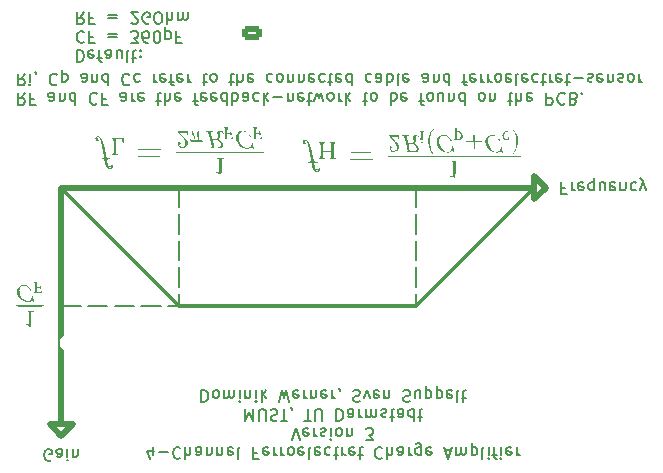
<source format=gbr>
%TF.GenerationSoftware,KiCad,Pcbnew,8.0.5*%
%TF.CreationDate,2025-03-11T21:14:57+01:00*%
%TF.ProjectId,Platine 4 Kanal Ferroelektret,506c6174-696e-4652-9034-204b616e616c,rev?*%
%TF.SameCoordinates,Original*%
%TF.FileFunction,Legend,Bot*%
%TF.FilePolarity,Positive*%
%FSLAX46Y46*%
G04 Gerber Fmt 4.6, Leading zero omitted, Abs format (unit mm)*
G04 Created by KiCad (PCBNEW 8.0.5) date 2025-03-11 21:14:57*
%MOMM*%
%LPD*%
G01*
G04 APERTURE LIST*
G04 Aperture macros list*
%AMRoundRect*
0 Rectangle with rounded corners*
0 $1 Rounding radius*
0 $2 $3 $4 $5 $6 $7 $8 $9 X,Y pos of 4 corners*
0 Add a 4 corners polygon primitive as box body*
4,1,4,$2,$3,$4,$5,$6,$7,$8,$9,$2,$3,0*
0 Add four circle primitives for the rounded corners*
1,1,$1+$1,$2,$3*
1,1,$1+$1,$4,$5*
1,1,$1+$1,$6,$7*
1,1,$1+$1,$8,$9*
0 Add four rect primitives between the rounded corners*
20,1,$1+$1,$2,$3,$4,$5,0*
20,1,$1+$1,$4,$5,$6,$7,0*
20,1,$1+$1,$6,$7,$8,$9,0*
20,1,$1+$1,$8,$9,$2,$3,0*%
G04 Aperture macros list end*
%ADD10C,0.150000*%
%ADD11C,0.300000*%
%ADD12C,0.500000*%
%ADD13C,0.200000*%
%ADD14C,0.000000*%
%ADD15R,1.700000X1.700000*%
%ADD16O,1.700000X1.700000*%
%ADD17O,1.200000X1.900000*%
%ADD18C,1.450000*%
%ADD19C,6.400000*%
%ADD20C,1.400000*%
%ADD21C,1.500000*%
%ADD22C,0.600000*%
%ADD23O,1.104000X2.204000*%
%ADD24O,1.104000X1.904000*%
%ADD25RoundRect,0.250000X-0.625000X0.350000X-0.625000X-0.350000X0.625000X-0.350000X0.625000X0.350000X0*%
%ADD26O,1.750000X1.200000*%
%ADD27C,1.300000*%
%ADD28C,2.483000*%
G04 APERTURE END LIST*
D10*
X117336779Y-79350068D02*
X117336779Y-80350068D01*
X117336779Y-80350068D02*
X117574874Y-80350068D01*
X117574874Y-80350068D02*
X117717731Y-80302449D01*
X117717731Y-80302449D02*
X117812969Y-80207211D01*
X117812969Y-80207211D02*
X117860588Y-80111973D01*
X117860588Y-80111973D02*
X117908207Y-79921497D01*
X117908207Y-79921497D02*
X117908207Y-79778640D01*
X117908207Y-79778640D02*
X117860588Y-79588164D01*
X117860588Y-79588164D02*
X117812969Y-79492926D01*
X117812969Y-79492926D02*
X117717731Y-79397688D01*
X117717731Y-79397688D02*
X117574874Y-79350068D01*
X117574874Y-79350068D02*
X117336779Y-79350068D01*
X118717731Y-79397688D02*
X118622493Y-79350068D01*
X118622493Y-79350068D02*
X118432017Y-79350068D01*
X118432017Y-79350068D02*
X118336779Y-79397688D01*
X118336779Y-79397688D02*
X118289160Y-79492926D01*
X118289160Y-79492926D02*
X118289160Y-79873878D01*
X118289160Y-79873878D02*
X118336779Y-79969116D01*
X118336779Y-79969116D02*
X118432017Y-80016735D01*
X118432017Y-80016735D02*
X118622493Y-80016735D01*
X118622493Y-80016735D02*
X118717731Y-79969116D01*
X118717731Y-79969116D02*
X118765350Y-79873878D01*
X118765350Y-79873878D02*
X118765350Y-79778640D01*
X118765350Y-79778640D02*
X118289160Y-79683402D01*
X119051065Y-80016735D02*
X119432017Y-80016735D01*
X119193922Y-79350068D02*
X119193922Y-80207211D01*
X119193922Y-80207211D02*
X119241541Y-80302449D01*
X119241541Y-80302449D02*
X119336779Y-80350068D01*
X119336779Y-80350068D02*
X119432017Y-80350068D01*
X120193922Y-79350068D02*
X120193922Y-79873878D01*
X120193922Y-79873878D02*
X120146303Y-79969116D01*
X120146303Y-79969116D02*
X120051065Y-80016735D01*
X120051065Y-80016735D02*
X119860589Y-80016735D01*
X119860589Y-80016735D02*
X119765351Y-79969116D01*
X120193922Y-79397688D02*
X120098684Y-79350068D01*
X120098684Y-79350068D02*
X119860589Y-79350068D01*
X119860589Y-79350068D02*
X119765351Y-79397688D01*
X119765351Y-79397688D02*
X119717732Y-79492926D01*
X119717732Y-79492926D02*
X119717732Y-79588164D01*
X119717732Y-79588164D02*
X119765351Y-79683402D01*
X119765351Y-79683402D02*
X119860589Y-79731021D01*
X119860589Y-79731021D02*
X120098684Y-79731021D01*
X120098684Y-79731021D02*
X120193922Y-79778640D01*
X121098684Y-80016735D02*
X121098684Y-79350068D01*
X120670113Y-80016735D02*
X120670113Y-79492926D01*
X120670113Y-79492926D02*
X120717732Y-79397688D01*
X120717732Y-79397688D02*
X120812970Y-79350068D01*
X120812970Y-79350068D02*
X120955827Y-79350068D01*
X120955827Y-79350068D02*
X121051065Y-79397688D01*
X121051065Y-79397688D02*
X121098684Y-79445307D01*
X121717732Y-79350068D02*
X121622494Y-79397688D01*
X121622494Y-79397688D02*
X121574875Y-79492926D01*
X121574875Y-79492926D02*
X121574875Y-80350068D01*
X121955828Y-80016735D02*
X122336780Y-80016735D01*
X122098685Y-80350068D02*
X122098685Y-79492926D01*
X122098685Y-79492926D02*
X122146304Y-79397688D01*
X122146304Y-79397688D02*
X122241542Y-79350068D01*
X122241542Y-79350068D02*
X122336780Y-79350068D01*
X122670114Y-79445307D02*
X122717733Y-79397688D01*
X122717733Y-79397688D02*
X122670114Y-79350068D01*
X122670114Y-79350068D02*
X122622495Y-79397688D01*
X122622495Y-79397688D02*
X122670114Y-79445307D01*
X122670114Y-79445307D02*
X122670114Y-79350068D01*
X122670114Y-79969116D02*
X122717733Y-79921497D01*
X122717733Y-79921497D02*
X122670114Y-79873878D01*
X122670114Y-79873878D02*
X122622495Y-79921497D01*
X122622495Y-79921497D02*
X122670114Y-79969116D01*
X122670114Y-79969116D02*
X122670114Y-79873878D01*
X117908207Y-77835363D02*
X117860588Y-77787744D01*
X117860588Y-77787744D02*
X117717731Y-77740124D01*
X117717731Y-77740124D02*
X117622493Y-77740124D01*
X117622493Y-77740124D02*
X117479636Y-77787744D01*
X117479636Y-77787744D02*
X117384398Y-77882982D01*
X117384398Y-77882982D02*
X117336779Y-77978220D01*
X117336779Y-77978220D02*
X117289160Y-78168696D01*
X117289160Y-78168696D02*
X117289160Y-78311553D01*
X117289160Y-78311553D02*
X117336779Y-78502029D01*
X117336779Y-78502029D02*
X117384398Y-78597267D01*
X117384398Y-78597267D02*
X117479636Y-78692505D01*
X117479636Y-78692505D02*
X117622493Y-78740124D01*
X117622493Y-78740124D02*
X117717731Y-78740124D01*
X117717731Y-78740124D02*
X117860588Y-78692505D01*
X117860588Y-78692505D02*
X117908207Y-78644886D01*
X118670112Y-78263934D02*
X118336779Y-78263934D01*
X118336779Y-77740124D02*
X118336779Y-78740124D01*
X118336779Y-78740124D02*
X118812969Y-78740124D01*
X119955827Y-78263934D02*
X120717732Y-78263934D01*
X120717732Y-77978220D02*
X119955827Y-77978220D01*
X121860589Y-78740124D02*
X122479636Y-78740124D01*
X122479636Y-78740124D02*
X122146303Y-78359172D01*
X122146303Y-78359172D02*
X122289160Y-78359172D01*
X122289160Y-78359172D02*
X122384398Y-78311553D01*
X122384398Y-78311553D02*
X122432017Y-78263934D01*
X122432017Y-78263934D02*
X122479636Y-78168696D01*
X122479636Y-78168696D02*
X122479636Y-77930601D01*
X122479636Y-77930601D02*
X122432017Y-77835363D01*
X122432017Y-77835363D02*
X122384398Y-77787744D01*
X122384398Y-77787744D02*
X122289160Y-77740124D01*
X122289160Y-77740124D02*
X122003446Y-77740124D01*
X122003446Y-77740124D02*
X121908208Y-77787744D01*
X121908208Y-77787744D02*
X121860589Y-77835363D01*
X123336779Y-78740124D02*
X123146303Y-78740124D01*
X123146303Y-78740124D02*
X123051065Y-78692505D01*
X123051065Y-78692505D02*
X123003446Y-78644886D01*
X123003446Y-78644886D02*
X122908208Y-78502029D01*
X122908208Y-78502029D02*
X122860589Y-78311553D01*
X122860589Y-78311553D02*
X122860589Y-77930601D01*
X122860589Y-77930601D02*
X122908208Y-77835363D01*
X122908208Y-77835363D02*
X122955827Y-77787744D01*
X122955827Y-77787744D02*
X123051065Y-77740124D01*
X123051065Y-77740124D02*
X123241541Y-77740124D01*
X123241541Y-77740124D02*
X123336779Y-77787744D01*
X123336779Y-77787744D02*
X123384398Y-77835363D01*
X123384398Y-77835363D02*
X123432017Y-77930601D01*
X123432017Y-77930601D02*
X123432017Y-78168696D01*
X123432017Y-78168696D02*
X123384398Y-78263934D01*
X123384398Y-78263934D02*
X123336779Y-78311553D01*
X123336779Y-78311553D02*
X123241541Y-78359172D01*
X123241541Y-78359172D02*
X123051065Y-78359172D01*
X123051065Y-78359172D02*
X122955827Y-78311553D01*
X122955827Y-78311553D02*
X122908208Y-78263934D01*
X122908208Y-78263934D02*
X122860589Y-78168696D01*
X124051065Y-78740124D02*
X124146303Y-78740124D01*
X124146303Y-78740124D02*
X124241541Y-78692505D01*
X124241541Y-78692505D02*
X124289160Y-78644886D01*
X124289160Y-78644886D02*
X124336779Y-78549648D01*
X124336779Y-78549648D02*
X124384398Y-78359172D01*
X124384398Y-78359172D02*
X124384398Y-78121077D01*
X124384398Y-78121077D02*
X124336779Y-77930601D01*
X124336779Y-77930601D02*
X124289160Y-77835363D01*
X124289160Y-77835363D02*
X124241541Y-77787744D01*
X124241541Y-77787744D02*
X124146303Y-77740124D01*
X124146303Y-77740124D02*
X124051065Y-77740124D01*
X124051065Y-77740124D02*
X123955827Y-77787744D01*
X123955827Y-77787744D02*
X123908208Y-77835363D01*
X123908208Y-77835363D02*
X123860589Y-77930601D01*
X123860589Y-77930601D02*
X123812970Y-78121077D01*
X123812970Y-78121077D02*
X123812970Y-78359172D01*
X123812970Y-78359172D02*
X123860589Y-78549648D01*
X123860589Y-78549648D02*
X123908208Y-78644886D01*
X123908208Y-78644886D02*
X123955827Y-78692505D01*
X123955827Y-78692505D02*
X124051065Y-78740124D01*
X124812970Y-78406791D02*
X124812970Y-77406791D01*
X124812970Y-78359172D02*
X124908208Y-78406791D01*
X124908208Y-78406791D02*
X125098684Y-78406791D01*
X125098684Y-78406791D02*
X125193922Y-78359172D01*
X125193922Y-78359172D02*
X125241541Y-78311553D01*
X125241541Y-78311553D02*
X125289160Y-78216315D01*
X125289160Y-78216315D02*
X125289160Y-77930601D01*
X125289160Y-77930601D02*
X125241541Y-77835363D01*
X125241541Y-77835363D02*
X125193922Y-77787744D01*
X125193922Y-77787744D02*
X125098684Y-77740124D01*
X125098684Y-77740124D02*
X124908208Y-77740124D01*
X124908208Y-77740124D02*
X124812970Y-77787744D01*
X126051065Y-78263934D02*
X125717732Y-78263934D01*
X125717732Y-77740124D02*
X125717732Y-78740124D01*
X125717732Y-78740124D02*
X126193922Y-78740124D01*
X117908207Y-76130180D02*
X117574874Y-76606371D01*
X117336779Y-76130180D02*
X117336779Y-77130180D01*
X117336779Y-77130180D02*
X117717731Y-77130180D01*
X117717731Y-77130180D02*
X117812969Y-77082561D01*
X117812969Y-77082561D02*
X117860588Y-77034942D01*
X117860588Y-77034942D02*
X117908207Y-76939704D01*
X117908207Y-76939704D02*
X117908207Y-76796847D01*
X117908207Y-76796847D02*
X117860588Y-76701609D01*
X117860588Y-76701609D02*
X117812969Y-76653990D01*
X117812969Y-76653990D02*
X117717731Y-76606371D01*
X117717731Y-76606371D02*
X117336779Y-76606371D01*
X118670112Y-76653990D02*
X118336779Y-76653990D01*
X118336779Y-76130180D02*
X118336779Y-77130180D01*
X118336779Y-77130180D02*
X118812969Y-77130180D01*
X119955827Y-76653990D02*
X120717732Y-76653990D01*
X120717732Y-76368276D02*
X119955827Y-76368276D01*
X121908208Y-77034942D02*
X121955827Y-77082561D01*
X121955827Y-77082561D02*
X122051065Y-77130180D01*
X122051065Y-77130180D02*
X122289160Y-77130180D01*
X122289160Y-77130180D02*
X122384398Y-77082561D01*
X122384398Y-77082561D02*
X122432017Y-77034942D01*
X122432017Y-77034942D02*
X122479636Y-76939704D01*
X122479636Y-76939704D02*
X122479636Y-76844466D01*
X122479636Y-76844466D02*
X122432017Y-76701609D01*
X122432017Y-76701609D02*
X121860589Y-76130180D01*
X121860589Y-76130180D02*
X122479636Y-76130180D01*
X123432017Y-77082561D02*
X123336779Y-77130180D01*
X123336779Y-77130180D02*
X123193922Y-77130180D01*
X123193922Y-77130180D02*
X123051065Y-77082561D01*
X123051065Y-77082561D02*
X122955827Y-76987323D01*
X122955827Y-76987323D02*
X122908208Y-76892085D01*
X122908208Y-76892085D02*
X122860589Y-76701609D01*
X122860589Y-76701609D02*
X122860589Y-76558752D01*
X122860589Y-76558752D02*
X122908208Y-76368276D01*
X122908208Y-76368276D02*
X122955827Y-76273038D01*
X122955827Y-76273038D02*
X123051065Y-76177800D01*
X123051065Y-76177800D02*
X123193922Y-76130180D01*
X123193922Y-76130180D02*
X123289160Y-76130180D01*
X123289160Y-76130180D02*
X123432017Y-76177800D01*
X123432017Y-76177800D02*
X123479636Y-76225419D01*
X123479636Y-76225419D02*
X123479636Y-76558752D01*
X123479636Y-76558752D02*
X123289160Y-76558752D01*
X124098684Y-77130180D02*
X124289160Y-77130180D01*
X124289160Y-77130180D02*
X124384398Y-77082561D01*
X124384398Y-77082561D02*
X124479636Y-76987323D01*
X124479636Y-76987323D02*
X124527255Y-76796847D01*
X124527255Y-76796847D02*
X124527255Y-76463514D01*
X124527255Y-76463514D02*
X124479636Y-76273038D01*
X124479636Y-76273038D02*
X124384398Y-76177800D01*
X124384398Y-76177800D02*
X124289160Y-76130180D01*
X124289160Y-76130180D02*
X124098684Y-76130180D01*
X124098684Y-76130180D02*
X124003446Y-76177800D01*
X124003446Y-76177800D02*
X123908208Y-76273038D01*
X123908208Y-76273038D02*
X123860589Y-76463514D01*
X123860589Y-76463514D02*
X123860589Y-76796847D01*
X123860589Y-76796847D02*
X123908208Y-76987323D01*
X123908208Y-76987323D02*
X124003446Y-77082561D01*
X124003446Y-77082561D02*
X124098684Y-77130180D01*
X124955827Y-76130180D02*
X124955827Y-77130180D01*
X125384398Y-76130180D02*
X125384398Y-76653990D01*
X125384398Y-76653990D02*
X125336779Y-76749228D01*
X125336779Y-76749228D02*
X125241541Y-76796847D01*
X125241541Y-76796847D02*
X125098684Y-76796847D01*
X125098684Y-76796847D02*
X125003446Y-76749228D01*
X125003446Y-76749228D02*
X124955827Y-76701609D01*
X125860589Y-76130180D02*
X125860589Y-76796847D01*
X125860589Y-76701609D02*
X125908208Y-76749228D01*
X125908208Y-76749228D02*
X126003446Y-76796847D01*
X126003446Y-76796847D02*
X126146303Y-76796847D01*
X126146303Y-76796847D02*
X126241541Y-76749228D01*
X126241541Y-76749228D02*
X126289160Y-76653990D01*
X126289160Y-76653990D02*
X126289160Y-76130180D01*
X126289160Y-76653990D02*
X126336779Y-76749228D01*
X126336779Y-76749228D02*
X126432017Y-76796847D01*
X126432017Y-76796847D02*
X126574874Y-76796847D01*
X126574874Y-76796847D02*
X126670113Y-76749228D01*
X126670113Y-76749228D02*
X126717732Y-76653990D01*
X126717732Y-76653990D02*
X126717732Y-76130180D01*
X112908207Y-82960180D02*
X112574874Y-83436371D01*
X112336779Y-82960180D02*
X112336779Y-83960180D01*
X112336779Y-83960180D02*
X112717731Y-83960180D01*
X112717731Y-83960180D02*
X112812969Y-83912561D01*
X112812969Y-83912561D02*
X112860588Y-83864942D01*
X112860588Y-83864942D02*
X112908207Y-83769704D01*
X112908207Y-83769704D02*
X112908207Y-83626847D01*
X112908207Y-83626847D02*
X112860588Y-83531609D01*
X112860588Y-83531609D02*
X112812969Y-83483990D01*
X112812969Y-83483990D02*
X112717731Y-83436371D01*
X112717731Y-83436371D02*
X112336779Y-83436371D01*
X113670112Y-83483990D02*
X113336779Y-83483990D01*
X113336779Y-82960180D02*
X113336779Y-83960180D01*
X113336779Y-83960180D02*
X113812969Y-83960180D01*
X115384398Y-82960180D02*
X115384398Y-83483990D01*
X115384398Y-83483990D02*
X115336779Y-83579228D01*
X115336779Y-83579228D02*
X115241541Y-83626847D01*
X115241541Y-83626847D02*
X115051065Y-83626847D01*
X115051065Y-83626847D02*
X114955827Y-83579228D01*
X115384398Y-83007800D02*
X115289160Y-82960180D01*
X115289160Y-82960180D02*
X115051065Y-82960180D01*
X115051065Y-82960180D02*
X114955827Y-83007800D01*
X114955827Y-83007800D02*
X114908208Y-83103038D01*
X114908208Y-83103038D02*
X114908208Y-83198276D01*
X114908208Y-83198276D02*
X114955827Y-83293514D01*
X114955827Y-83293514D02*
X115051065Y-83341133D01*
X115051065Y-83341133D02*
X115289160Y-83341133D01*
X115289160Y-83341133D02*
X115384398Y-83388752D01*
X115860589Y-83626847D02*
X115860589Y-82960180D01*
X115860589Y-83531609D02*
X115908208Y-83579228D01*
X115908208Y-83579228D02*
X116003446Y-83626847D01*
X116003446Y-83626847D02*
X116146303Y-83626847D01*
X116146303Y-83626847D02*
X116241541Y-83579228D01*
X116241541Y-83579228D02*
X116289160Y-83483990D01*
X116289160Y-83483990D02*
X116289160Y-82960180D01*
X117193922Y-82960180D02*
X117193922Y-83960180D01*
X117193922Y-83007800D02*
X117098684Y-82960180D01*
X117098684Y-82960180D02*
X116908208Y-82960180D01*
X116908208Y-82960180D02*
X116812970Y-83007800D01*
X116812970Y-83007800D02*
X116765351Y-83055419D01*
X116765351Y-83055419D02*
X116717732Y-83150657D01*
X116717732Y-83150657D02*
X116717732Y-83436371D01*
X116717732Y-83436371D02*
X116765351Y-83531609D01*
X116765351Y-83531609D02*
X116812970Y-83579228D01*
X116812970Y-83579228D02*
X116908208Y-83626847D01*
X116908208Y-83626847D02*
X117098684Y-83626847D01*
X117098684Y-83626847D02*
X117193922Y-83579228D01*
X119003446Y-83055419D02*
X118955827Y-83007800D01*
X118955827Y-83007800D02*
X118812970Y-82960180D01*
X118812970Y-82960180D02*
X118717732Y-82960180D01*
X118717732Y-82960180D02*
X118574875Y-83007800D01*
X118574875Y-83007800D02*
X118479637Y-83103038D01*
X118479637Y-83103038D02*
X118432018Y-83198276D01*
X118432018Y-83198276D02*
X118384399Y-83388752D01*
X118384399Y-83388752D02*
X118384399Y-83531609D01*
X118384399Y-83531609D02*
X118432018Y-83722085D01*
X118432018Y-83722085D02*
X118479637Y-83817323D01*
X118479637Y-83817323D02*
X118574875Y-83912561D01*
X118574875Y-83912561D02*
X118717732Y-83960180D01*
X118717732Y-83960180D02*
X118812970Y-83960180D01*
X118812970Y-83960180D02*
X118955827Y-83912561D01*
X118955827Y-83912561D02*
X119003446Y-83864942D01*
X119765351Y-83483990D02*
X119432018Y-83483990D01*
X119432018Y-82960180D02*
X119432018Y-83960180D01*
X119432018Y-83960180D02*
X119908208Y-83960180D01*
X121479637Y-82960180D02*
X121479637Y-83483990D01*
X121479637Y-83483990D02*
X121432018Y-83579228D01*
X121432018Y-83579228D02*
X121336780Y-83626847D01*
X121336780Y-83626847D02*
X121146304Y-83626847D01*
X121146304Y-83626847D02*
X121051066Y-83579228D01*
X121479637Y-83007800D02*
X121384399Y-82960180D01*
X121384399Y-82960180D02*
X121146304Y-82960180D01*
X121146304Y-82960180D02*
X121051066Y-83007800D01*
X121051066Y-83007800D02*
X121003447Y-83103038D01*
X121003447Y-83103038D02*
X121003447Y-83198276D01*
X121003447Y-83198276D02*
X121051066Y-83293514D01*
X121051066Y-83293514D02*
X121146304Y-83341133D01*
X121146304Y-83341133D02*
X121384399Y-83341133D01*
X121384399Y-83341133D02*
X121479637Y-83388752D01*
X121955828Y-82960180D02*
X121955828Y-83626847D01*
X121955828Y-83436371D02*
X122003447Y-83531609D01*
X122003447Y-83531609D02*
X122051066Y-83579228D01*
X122051066Y-83579228D02*
X122146304Y-83626847D01*
X122146304Y-83626847D02*
X122241542Y-83626847D01*
X122955828Y-83007800D02*
X122860590Y-82960180D01*
X122860590Y-82960180D02*
X122670114Y-82960180D01*
X122670114Y-82960180D02*
X122574876Y-83007800D01*
X122574876Y-83007800D02*
X122527257Y-83103038D01*
X122527257Y-83103038D02*
X122527257Y-83483990D01*
X122527257Y-83483990D02*
X122574876Y-83579228D01*
X122574876Y-83579228D02*
X122670114Y-83626847D01*
X122670114Y-83626847D02*
X122860590Y-83626847D01*
X122860590Y-83626847D02*
X122955828Y-83579228D01*
X122955828Y-83579228D02*
X123003447Y-83483990D01*
X123003447Y-83483990D02*
X123003447Y-83388752D01*
X123003447Y-83388752D02*
X122527257Y-83293514D01*
X124051067Y-83626847D02*
X124432019Y-83626847D01*
X124193924Y-83960180D02*
X124193924Y-83103038D01*
X124193924Y-83103038D02*
X124241543Y-83007800D01*
X124241543Y-83007800D02*
X124336781Y-82960180D01*
X124336781Y-82960180D02*
X124432019Y-82960180D01*
X124765353Y-82960180D02*
X124765353Y-83960180D01*
X125193924Y-82960180D02*
X125193924Y-83483990D01*
X125193924Y-83483990D02*
X125146305Y-83579228D01*
X125146305Y-83579228D02*
X125051067Y-83626847D01*
X125051067Y-83626847D02*
X124908210Y-83626847D01*
X124908210Y-83626847D02*
X124812972Y-83579228D01*
X124812972Y-83579228D02*
X124765353Y-83531609D01*
X126051067Y-83007800D02*
X125955829Y-82960180D01*
X125955829Y-82960180D02*
X125765353Y-82960180D01*
X125765353Y-82960180D02*
X125670115Y-83007800D01*
X125670115Y-83007800D02*
X125622496Y-83103038D01*
X125622496Y-83103038D02*
X125622496Y-83483990D01*
X125622496Y-83483990D02*
X125670115Y-83579228D01*
X125670115Y-83579228D02*
X125765353Y-83626847D01*
X125765353Y-83626847D02*
X125955829Y-83626847D01*
X125955829Y-83626847D02*
X126051067Y-83579228D01*
X126051067Y-83579228D02*
X126098686Y-83483990D01*
X126098686Y-83483990D02*
X126098686Y-83388752D01*
X126098686Y-83388752D02*
X125622496Y-83293514D01*
X127146306Y-83626847D02*
X127527258Y-83626847D01*
X127289163Y-82960180D02*
X127289163Y-83817323D01*
X127289163Y-83817323D02*
X127336782Y-83912561D01*
X127336782Y-83912561D02*
X127432020Y-83960180D01*
X127432020Y-83960180D02*
X127527258Y-83960180D01*
X128241544Y-83007800D02*
X128146306Y-82960180D01*
X128146306Y-82960180D02*
X127955830Y-82960180D01*
X127955830Y-82960180D02*
X127860592Y-83007800D01*
X127860592Y-83007800D02*
X127812973Y-83103038D01*
X127812973Y-83103038D02*
X127812973Y-83483990D01*
X127812973Y-83483990D02*
X127860592Y-83579228D01*
X127860592Y-83579228D02*
X127955830Y-83626847D01*
X127955830Y-83626847D02*
X128146306Y-83626847D01*
X128146306Y-83626847D02*
X128241544Y-83579228D01*
X128241544Y-83579228D02*
X128289163Y-83483990D01*
X128289163Y-83483990D02*
X128289163Y-83388752D01*
X128289163Y-83388752D02*
X127812973Y-83293514D01*
X129098687Y-83007800D02*
X129003449Y-82960180D01*
X129003449Y-82960180D02*
X128812973Y-82960180D01*
X128812973Y-82960180D02*
X128717735Y-83007800D01*
X128717735Y-83007800D02*
X128670116Y-83103038D01*
X128670116Y-83103038D02*
X128670116Y-83483990D01*
X128670116Y-83483990D02*
X128717735Y-83579228D01*
X128717735Y-83579228D02*
X128812973Y-83626847D01*
X128812973Y-83626847D02*
X129003449Y-83626847D01*
X129003449Y-83626847D02*
X129098687Y-83579228D01*
X129098687Y-83579228D02*
X129146306Y-83483990D01*
X129146306Y-83483990D02*
X129146306Y-83388752D01*
X129146306Y-83388752D02*
X128670116Y-83293514D01*
X130003449Y-82960180D02*
X130003449Y-83960180D01*
X130003449Y-83007800D02*
X129908211Y-82960180D01*
X129908211Y-82960180D02*
X129717735Y-82960180D01*
X129717735Y-82960180D02*
X129622497Y-83007800D01*
X129622497Y-83007800D02*
X129574878Y-83055419D01*
X129574878Y-83055419D02*
X129527259Y-83150657D01*
X129527259Y-83150657D02*
X129527259Y-83436371D01*
X129527259Y-83436371D02*
X129574878Y-83531609D01*
X129574878Y-83531609D02*
X129622497Y-83579228D01*
X129622497Y-83579228D02*
X129717735Y-83626847D01*
X129717735Y-83626847D02*
X129908211Y-83626847D01*
X129908211Y-83626847D02*
X130003449Y-83579228D01*
X130479640Y-82960180D02*
X130479640Y-83960180D01*
X130479640Y-83579228D02*
X130574878Y-83626847D01*
X130574878Y-83626847D02*
X130765354Y-83626847D01*
X130765354Y-83626847D02*
X130860592Y-83579228D01*
X130860592Y-83579228D02*
X130908211Y-83531609D01*
X130908211Y-83531609D02*
X130955830Y-83436371D01*
X130955830Y-83436371D02*
X130955830Y-83150657D01*
X130955830Y-83150657D02*
X130908211Y-83055419D01*
X130908211Y-83055419D02*
X130860592Y-83007800D01*
X130860592Y-83007800D02*
X130765354Y-82960180D01*
X130765354Y-82960180D02*
X130574878Y-82960180D01*
X130574878Y-82960180D02*
X130479640Y-83007800D01*
X131812973Y-82960180D02*
X131812973Y-83483990D01*
X131812973Y-83483990D02*
X131765354Y-83579228D01*
X131765354Y-83579228D02*
X131670116Y-83626847D01*
X131670116Y-83626847D02*
X131479640Y-83626847D01*
X131479640Y-83626847D02*
X131384402Y-83579228D01*
X131812973Y-83007800D02*
X131717735Y-82960180D01*
X131717735Y-82960180D02*
X131479640Y-82960180D01*
X131479640Y-82960180D02*
X131384402Y-83007800D01*
X131384402Y-83007800D02*
X131336783Y-83103038D01*
X131336783Y-83103038D02*
X131336783Y-83198276D01*
X131336783Y-83198276D02*
X131384402Y-83293514D01*
X131384402Y-83293514D02*
X131479640Y-83341133D01*
X131479640Y-83341133D02*
X131717735Y-83341133D01*
X131717735Y-83341133D02*
X131812973Y-83388752D01*
X132717735Y-83007800D02*
X132622497Y-82960180D01*
X132622497Y-82960180D02*
X132432021Y-82960180D01*
X132432021Y-82960180D02*
X132336783Y-83007800D01*
X132336783Y-83007800D02*
X132289164Y-83055419D01*
X132289164Y-83055419D02*
X132241545Y-83150657D01*
X132241545Y-83150657D02*
X132241545Y-83436371D01*
X132241545Y-83436371D02*
X132289164Y-83531609D01*
X132289164Y-83531609D02*
X132336783Y-83579228D01*
X132336783Y-83579228D02*
X132432021Y-83626847D01*
X132432021Y-83626847D02*
X132622497Y-83626847D01*
X132622497Y-83626847D02*
X132717735Y-83579228D01*
X133146307Y-82960180D02*
X133146307Y-83960180D01*
X133241545Y-83341133D02*
X133527259Y-82960180D01*
X133527259Y-83626847D02*
X133146307Y-83245895D01*
X133955831Y-83341133D02*
X134717736Y-83341133D01*
X135193926Y-83626847D02*
X135193926Y-82960180D01*
X135193926Y-83531609D02*
X135241545Y-83579228D01*
X135241545Y-83579228D02*
X135336783Y-83626847D01*
X135336783Y-83626847D02*
X135479640Y-83626847D01*
X135479640Y-83626847D02*
X135574878Y-83579228D01*
X135574878Y-83579228D02*
X135622497Y-83483990D01*
X135622497Y-83483990D02*
X135622497Y-82960180D01*
X136479640Y-83007800D02*
X136384402Y-82960180D01*
X136384402Y-82960180D02*
X136193926Y-82960180D01*
X136193926Y-82960180D02*
X136098688Y-83007800D01*
X136098688Y-83007800D02*
X136051069Y-83103038D01*
X136051069Y-83103038D02*
X136051069Y-83483990D01*
X136051069Y-83483990D02*
X136098688Y-83579228D01*
X136098688Y-83579228D02*
X136193926Y-83626847D01*
X136193926Y-83626847D02*
X136384402Y-83626847D01*
X136384402Y-83626847D02*
X136479640Y-83579228D01*
X136479640Y-83579228D02*
X136527259Y-83483990D01*
X136527259Y-83483990D02*
X136527259Y-83388752D01*
X136527259Y-83388752D02*
X136051069Y-83293514D01*
X136812974Y-83626847D02*
X137193926Y-83626847D01*
X136955831Y-83960180D02*
X136955831Y-83103038D01*
X136955831Y-83103038D02*
X137003450Y-83007800D01*
X137003450Y-83007800D02*
X137098688Y-82960180D01*
X137098688Y-82960180D02*
X137193926Y-82960180D01*
X137432022Y-83626847D02*
X137622498Y-82960180D01*
X137622498Y-82960180D02*
X137812974Y-83436371D01*
X137812974Y-83436371D02*
X138003450Y-82960180D01*
X138003450Y-82960180D02*
X138193926Y-83626847D01*
X138717736Y-82960180D02*
X138622498Y-83007800D01*
X138622498Y-83007800D02*
X138574879Y-83055419D01*
X138574879Y-83055419D02*
X138527260Y-83150657D01*
X138527260Y-83150657D02*
X138527260Y-83436371D01*
X138527260Y-83436371D02*
X138574879Y-83531609D01*
X138574879Y-83531609D02*
X138622498Y-83579228D01*
X138622498Y-83579228D02*
X138717736Y-83626847D01*
X138717736Y-83626847D02*
X138860593Y-83626847D01*
X138860593Y-83626847D02*
X138955831Y-83579228D01*
X138955831Y-83579228D02*
X139003450Y-83531609D01*
X139003450Y-83531609D02*
X139051069Y-83436371D01*
X139051069Y-83436371D02*
X139051069Y-83150657D01*
X139051069Y-83150657D02*
X139003450Y-83055419D01*
X139003450Y-83055419D02*
X138955831Y-83007800D01*
X138955831Y-83007800D02*
X138860593Y-82960180D01*
X138860593Y-82960180D02*
X138717736Y-82960180D01*
X139479641Y-82960180D02*
X139479641Y-83626847D01*
X139479641Y-83436371D02*
X139527260Y-83531609D01*
X139527260Y-83531609D02*
X139574879Y-83579228D01*
X139574879Y-83579228D02*
X139670117Y-83626847D01*
X139670117Y-83626847D02*
X139765355Y-83626847D01*
X140098689Y-82960180D02*
X140098689Y-83960180D01*
X140193927Y-83341133D02*
X140479641Y-82960180D01*
X140479641Y-83626847D02*
X140098689Y-83245895D01*
X141527261Y-83626847D02*
X141908213Y-83626847D01*
X141670118Y-83960180D02*
X141670118Y-83103038D01*
X141670118Y-83103038D02*
X141717737Y-83007800D01*
X141717737Y-83007800D02*
X141812975Y-82960180D01*
X141812975Y-82960180D02*
X141908213Y-82960180D01*
X142384404Y-82960180D02*
X142289166Y-83007800D01*
X142289166Y-83007800D02*
X142241547Y-83055419D01*
X142241547Y-83055419D02*
X142193928Y-83150657D01*
X142193928Y-83150657D02*
X142193928Y-83436371D01*
X142193928Y-83436371D02*
X142241547Y-83531609D01*
X142241547Y-83531609D02*
X142289166Y-83579228D01*
X142289166Y-83579228D02*
X142384404Y-83626847D01*
X142384404Y-83626847D02*
X142527261Y-83626847D01*
X142527261Y-83626847D02*
X142622499Y-83579228D01*
X142622499Y-83579228D02*
X142670118Y-83531609D01*
X142670118Y-83531609D02*
X142717737Y-83436371D01*
X142717737Y-83436371D02*
X142717737Y-83150657D01*
X142717737Y-83150657D02*
X142670118Y-83055419D01*
X142670118Y-83055419D02*
X142622499Y-83007800D01*
X142622499Y-83007800D02*
X142527261Y-82960180D01*
X142527261Y-82960180D02*
X142384404Y-82960180D01*
X143908214Y-82960180D02*
X143908214Y-83960180D01*
X143908214Y-83579228D02*
X144003452Y-83626847D01*
X144003452Y-83626847D02*
X144193928Y-83626847D01*
X144193928Y-83626847D02*
X144289166Y-83579228D01*
X144289166Y-83579228D02*
X144336785Y-83531609D01*
X144336785Y-83531609D02*
X144384404Y-83436371D01*
X144384404Y-83436371D02*
X144384404Y-83150657D01*
X144384404Y-83150657D02*
X144336785Y-83055419D01*
X144336785Y-83055419D02*
X144289166Y-83007800D01*
X144289166Y-83007800D02*
X144193928Y-82960180D01*
X144193928Y-82960180D02*
X144003452Y-82960180D01*
X144003452Y-82960180D02*
X143908214Y-83007800D01*
X145193928Y-83007800D02*
X145098690Y-82960180D01*
X145098690Y-82960180D02*
X144908214Y-82960180D01*
X144908214Y-82960180D02*
X144812976Y-83007800D01*
X144812976Y-83007800D02*
X144765357Y-83103038D01*
X144765357Y-83103038D02*
X144765357Y-83483990D01*
X144765357Y-83483990D02*
X144812976Y-83579228D01*
X144812976Y-83579228D02*
X144908214Y-83626847D01*
X144908214Y-83626847D02*
X145098690Y-83626847D01*
X145098690Y-83626847D02*
X145193928Y-83579228D01*
X145193928Y-83579228D02*
X145241547Y-83483990D01*
X145241547Y-83483990D02*
X145241547Y-83388752D01*
X145241547Y-83388752D02*
X144765357Y-83293514D01*
X146289167Y-83626847D02*
X146670119Y-83626847D01*
X146432024Y-82960180D02*
X146432024Y-83817323D01*
X146432024Y-83817323D02*
X146479643Y-83912561D01*
X146479643Y-83912561D02*
X146574881Y-83960180D01*
X146574881Y-83960180D02*
X146670119Y-83960180D01*
X147146310Y-82960180D02*
X147051072Y-83007800D01*
X147051072Y-83007800D02*
X147003453Y-83055419D01*
X147003453Y-83055419D02*
X146955834Y-83150657D01*
X146955834Y-83150657D02*
X146955834Y-83436371D01*
X146955834Y-83436371D02*
X147003453Y-83531609D01*
X147003453Y-83531609D02*
X147051072Y-83579228D01*
X147051072Y-83579228D02*
X147146310Y-83626847D01*
X147146310Y-83626847D02*
X147289167Y-83626847D01*
X147289167Y-83626847D02*
X147384405Y-83579228D01*
X147384405Y-83579228D02*
X147432024Y-83531609D01*
X147432024Y-83531609D02*
X147479643Y-83436371D01*
X147479643Y-83436371D02*
X147479643Y-83150657D01*
X147479643Y-83150657D02*
X147432024Y-83055419D01*
X147432024Y-83055419D02*
X147384405Y-83007800D01*
X147384405Y-83007800D02*
X147289167Y-82960180D01*
X147289167Y-82960180D02*
X147146310Y-82960180D01*
X148336786Y-83626847D02*
X148336786Y-82960180D01*
X147908215Y-83626847D02*
X147908215Y-83103038D01*
X147908215Y-83103038D02*
X147955834Y-83007800D01*
X147955834Y-83007800D02*
X148051072Y-82960180D01*
X148051072Y-82960180D02*
X148193929Y-82960180D01*
X148193929Y-82960180D02*
X148289167Y-83007800D01*
X148289167Y-83007800D02*
X148336786Y-83055419D01*
X148812977Y-83626847D02*
X148812977Y-82960180D01*
X148812977Y-83531609D02*
X148860596Y-83579228D01*
X148860596Y-83579228D02*
X148955834Y-83626847D01*
X148955834Y-83626847D02*
X149098691Y-83626847D01*
X149098691Y-83626847D02*
X149193929Y-83579228D01*
X149193929Y-83579228D02*
X149241548Y-83483990D01*
X149241548Y-83483990D02*
X149241548Y-82960180D01*
X150146310Y-82960180D02*
X150146310Y-83960180D01*
X150146310Y-83007800D02*
X150051072Y-82960180D01*
X150051072Y-82960180D02*
X149860596Y-82960180D01*
X149860596Y-82960180D02*
X149765358Y-83007800D01*
X149765358Y-83007800D02*
X149717739Y-83055419D01*
X149717739Y-83055419D02*
X149670120Y-83150657D01*
X149670120Y-83150657D02*
X149670120Y-83436371D01*
X149670120Y-83436371D02*
X149717739Y-83531609D01*
X149717739Y-83531609D02*
X149765358Y-83579228D01*
X149765358Y-83579228D02*
X149860596Y-83626847D01*
X149860596Y-83626847D02*
X150051072Y-83626847D01*
X150051072Y-83626847D02*
X150146310Y-83579228D01*
X151527263Y-82960180D02*
X151432025Y-83007800D01*
X151432025Y-83007800D02*
X151384406Y-83055419D01*
X151384406Y-83055419D02*
X151336787Y-83150657D01*
X151336787Y-83150657D02*
X151336787Y-83436371D01*
X151336787Y-83436371D02*
X151384406Y-83531609D01*
X151384406Y-83531609D02*
X151432025Y-83579228D01*
X151432025Y-83579228D02*
X151527263Y-83626847D01*
X151527263Y-83626847D02*
X151670120Y-83626847D01*
X151670120Y-83626847D02*
X151765358Y-83579228D01*
X151765358Y-83579228D02*
X151812977Y-83531609D01*
X151812977Y-83531609D02*
X151860596Y-83436371D01*
X151860596Y-83436371D02*
X151860596Y-83150657D01*
X151860596Y-83150657D02*
X151812977Y-83055419D01*
X151812977Y-83055419D02*
X151765358Y-83007800D01*
X151765358Y-83007800D02*
X151670120Y-82960180D01*
X151670120Y-82960180D02*
X151527263Y-82960180D01*
X152289168Y-83626847D02*
X152289168Y-82960180D01*
X152289168Y-83531609D02*
X152336787Y-83579228D01*
X152336787Y-83579228D02*
X152432025Y-83626847D01*
X152432025Y-83626847D02*
X152574882Y-83626847D01*
X152574882Y-83626847D02*
X152670120Y-83579228D01*
X152670120Y-83579228D02*
X152717739Y-83483990D01*
X152717739Y-83483990D02*
X152717739Y-82960180D01*
X153812978Y-83626847D02*
X154193930Y-83626847D01*
X153955835Y-83960180D02*
X153955835Y-83103038D01*
X153955835Y-83103038D02*
X154003454Y-83007800D01*
X154003454Y-83007800D02*
X154098692Y-82960180D01*
X154098692Y-82960180D02*
X154193930Y-82960180D01*
X154527264Y-82960180D02*
X154527264Y-83960180D01*
X154955835Y-82960180D02*
X154955835Y-83483990D01*
X154955835Y-83483990D02*
X154908216Y-83579228D01*
X154908216Y-83579228D02*
X154812978Y-83626847D01*
X154812978Y-83626847D02*
X154670121Y-83626847D01*
X154670121Y-83626847D02*
X154574883Y-83579228D01*
X154574883Y-83579228D02*
X154527264Y-83531609D01*
X155812978Y-83007800D02*
X155717740Y-82960180D01*
X155717740Y-82960180D02*
X155527264Y-82960180D01*
X155527264Y-82960180D02*
X155432026Y-83007800D01*
X155432026Y-83007800D02*
X155384407Y-83103038D01*
X155384407Y-83103038D02*
X155384407Y-83483990D01*
X155384407Y-83483990D02*
X155432026Y-83579228D01*
X155432026Y-83579228D02*
X155527264Y-83626847D01*
X155527264Y-83626847D02*
X155717740Y-83626847D01*
X155717740Y-83626847D02*
X155812978Y-83579228D01*
X155812978Y-83579228D02*
X155860597Y-83483990D01*
X155860597Y-83483990D02*
X155860597Y-83388752D01*
X155860597Y-83388752D02*
X155384407Y-83293514D01*
X157051074Y-82960180D02*
X157051074Y-83960180D01*
X157051074Y-83960180D02*
X157432026Y-83960180D01*
X157432026Y-83960180D02*
X157527264Y-83912561D01*
X157527264Y-83912561D02*
X157574883Y-83864942D01*
X157574883Y-83864942D02*
X157622502Y-83769704D01*
X157622502Y-83769704D02*
X157622502Y-83626847D01*
X157622502Y-83626847D02*
X157574883Y-83531609D01*
X157574883Y-83531609D02*
X157527264Y-83483990D01*
X157527264Y-83483990D02*
X157432026Y-83436371D01*
X157432026Y-83436371D02*
X157051074Y-83436371D01*
X158622502Y-83055419D02*
X158574883Y-83007800D01*
X158574883Y-83007800D02*
X158432026Y-82960180D01*
X158432026Y-82960180D02*
X158336788Y-82960180D01*
X158336788Y-82960180D02*
X158193931Y-83007800D01*
X158193931Y-83007800D02*
X158098693Y-83103038D01*
X158098693Y-83103038D02*
X158051074Y-83198276D01*
X158051074Y-83198276D02*
X158003455Y-83388752D01*
X158003455Y-83388752D02*
X158003455Y-83531609D01*
X158003455Y-83531609D02*
X158051074Y-83722085D01*
X158051074Y-83722085D02*
X158098693Y-83817323D01*
X158098693Y-83817323D02*
X158193931Y-83912561D01*
X158193931Y-83912561D02*
X158336788Y-83960180D01*
X158336788Y-83960180D02*
X158432026Y-83960180D01*
X158432026Y-83960180D02*
X158574883Y-83912561D01*
X158574883Y-83912561D02*
X158622502Y-83864942D01*
X159384407Y-83483990D02*
X159527264Y-83436371D01*
X159527264Y-83436371D02*
X159574883Y-83388752D01*
X159574883Y-83388752D02*
X159622502Y-83293514D01*
X159622502Y-83293514D02*
X159622502Y-83150657D01*
X159622502Y-83150657D02*
X159574883Y-83055419D01*
X159574883Y-83055419D02*
X159527264Y-83007800D01*
X159527264Y-83007800D02*
X159432026Y-82960180D01*
X159432026Y-82960180D02*
X159051074Y-82960180D01*
X159051074Y-82960180D02*
X159051074Y-83960180D01*
X159051074Y-83960180D02*
X159384407Y-83960180D01*
X159384407Y-83960180D02*
X159479645Y-83912561D01*
X159479645Y-83912561D02*
X159527264Y-83864942D01*
X159527264Y-83864942D02*
X159574883Y-83769704D01*
X159574883Y-83769704D02*
X159574883Y-83674466D01*
X159574883Y-83674466D02*
X159527264Y-83579228D01*
X159527264Y-83579228D02*
X159479645Y-83531609D01*
X159479645Y-83531609D02*
X159384407Y-83483990D01*
X159384407Y-83483990D02*
X159051074Y-83483990D01*
X160051074Y-83055419D02*
X160098693Y-83007800D01*
X160098693Y-83007800D02*
X160051074Y-82960180D01*
X160051074Y-82960180D02*
X160003455Y-83007800D01*
X160003455Y-83007800D02*
X160051074Y-83055419D01*
X160051074Y-83055419D02*
X160051074Y-82960180D01*
X112908207Y-81350236D02*
X112574874Y-81826427D01*
X112336779Y-81350236D02*
X112336779Y-82350236D01*
X112336779Y-82350236D02*
X112717731Y-82350236D01*
X112717731Y-82350236D02*
X112812969Y-82302617D01*
X112812969Y-82302617D02*
X112860588Y-82254998D01*
X112860588Y-82254998D02*
X112908207Y-82159760D01*
X112908207Y-82159760D02*
X112908207Y-82016903D01*
X112908207Y-82016903D02*
X112860588Y-81921665D01*
X112860588Y-81921665D02*
X112812969Y-81874046D01*
X112812969Y-81874046D02*
X112717731Y-81826427D01*
X112717731Y-81826427D02*
X112336779Y-81826427D01*
X113336779Y-81350236D02*
X113336779Y-82016903D01*
X113336779Y-82350236D02*
X113289160Y-82302617D01*
X113289160Y-82302617D02*
X113336779Y-82254998D01*
X113336779Y-82254998D02*
X113384398Y-82302617D01*
X113384398Y-82302617D02*
X113336779Y-82350236D01*
X113336779Y-82350236D02*
X113336779Y-82254998D01*
X113860588Y-81397856D02*
X113860588Y-81350236D01*
X113860588Y-81350236D02*
X113812969Y-81254998D01*
X113812969Y-81254998D02*
X113765350Y-81207379D01*
X115622492Y-81445475D02*
X115574873Y-81397856D01*
X115574873Y-81397856D02*
X115432016Y-81350236D01*
X115432016Y-81350236D02*
X115336778Y-81350236D01*
X115336778Y-81350236D02*
X115193921Y-81397856D01*
X115193921Y-81397856D02*
X115098683Y-81493094D01*
X115098683Y-81493094D02*
X115051064Y-81588332D01*
X115051064Y-81588332D02*
X115003445Y-81778808D01*
X115003445Y-81778808D02*
X115003445Y-81921665D01*
X115003445Y-81921665D02*
X115051064Y-82112141D01*
X115051064Y-82112141D02*
X115098683Y-82207379D01*
X115098683Y-82207379D02*
X115193921Y-82302617D01*
X115193921Y-82302617D02*
X115336778Y-82350236D01*
X115336778Y-82350236D02*
X115432016Y-82350236D01*
X115432016Y-82350236D02*
X115574873Y-82302617D01*
X115574873Y-82302617D02*
X115622492Y-82254998D01*
X116051064Y-82016903D02*
X116051064Y-81016903D01*
X116051064Y-81969284D02*
X116146302Y-82016903D01*
X116146302Y-82016903D02*
X116336778Y-82016903D01*
X116336778Y-82016903D02*
X116432016Y-81969284D01*
X116432016Y-81969284D02*
X116479635Y-81921665D01*
X116479635Y-81921665D02*
X116527254Y-81826427D01*
X116527254Y-81826427D02*
X116527254Y-81540713D01*
X116527254Y-81540713D02*
X116479635Y-81445475D01*
X116479635Y-81445475D02*
X116432016Y-81397856D01*
X116432016Y-81397856D02*
X116336778Y-81350236D01*
X116336778Y-81350236D02*
X116146302Y-81350236D01*
X116146302Y-81350236D02*
X116051064Y-81397856D01*
X118146302Y-81350236D02*
X118146302Y-81874046D01*
X118146302Y-81874046D02*
X118098683Y-81969284D01*
X118098683Y-81969284D02*
X118003445Y-82016903D01*
X118003445Y-82016903D02*
X117812969Y-82016903D01*
X117812969Y-82016903D02*
X117717731Y-81969284D01*
X118146302Y-81397856D02*
X118051064Y-81350236D01*
X118051064Y-81350236D02*
X117812969Y-81350236D01*
X117812969Y-81350236D02*
X117717731Y-81397856D01*
X117717731Y-81397856D02*
X117670112Y-81493094D01*
X117670112Y-81493094D02*
X117670112Y-81588332D01*
X117670112Y-81588332D02*
X117717731Y-81683570D01*
X117717731Y-81683570D02*
X117812969Y-81731189D01*
X117812969Y-81731189D02*
X118051064Y-81731189D01*
X118051064Y-81731189D02*
X118146302Y-81778808D01*
X118622493Y-82016903D02*
X118622493Y-81350236D01*
X118622493Y-81921665D02*
X118670112Y-81969284D01*
X118670112Y-81969284D02*
X118765350Y-82016903D01*
X118765350Y-82016903D02*
X118908207Y-82016903D01*
X118908207Y-82016903D02*
X119003445Y-81969284D01*
X119003445Y-81969284D02*
X119051064Y-81874046D01*
X119051064Y-81874046D02*
X119051064Y-81350236D01*
X119955826Y-81350236D02*
X119955826Y-82350236D01*
X119955826Y-81397856D02*
X119860588Y-81350236D01*
X119860588Y-81350236D02*
X119670112Y-81350236D01*
X119670112Y-81350236D02*
X119574874Y-81397856D01*
X119574874Y-81397856D02*
X119527255Y-81445475D01*
X119527255Y-81445475D02*
X119479636Y-81540713D01*
X119479636Y-81540713D02*
X119479636Y-81826427D01*
X119479636Y-81826427D02*
X119527255Y-81921665D01*
X119527255Y-81921665D02*
X119574874Y-81969284D01*
X119574874Y-81969284D02*
X119670112Y-82016903D01*
X119670112Y-82016903D02*
X119860588Y-82016903D01*
X119860588Y-82016903D02*
X119955826Y-81969284D01*
X121765350Y-81445475D02*
X121717731Y-81397856D01*
X121717731Y-81397856D02*
X121574874Y-81350236D01*
X121574874Y-81350236D02*
X121479636Y-81350236D01*
X121479636Y-81350236D02*
X121336779Y-81397856D01*
X121336779Y-81397856D02*
X121241541Y-81493094D01*
X121241541Y-81493094D02*
X121193922Y-81588332D01*
X121193922Y-81588332D02*
X121146303Y-81778808D01*
X121146303Y-81778808D02*
X121146303Y-81921665D01*
X121146303Y-81921665D02*
X121193922Y-82112141D01*
X121193922Y-82112141D02*
X121241541Y-82207379D01*
X121241541Y-82207379D02*
X121336779Y-82302617D01*
X121336779Y-82302617D02*
X121479636Y-82350236D01*
X121479636Y-82350236D02*
X121574874Y-82350236D01*
X121574874Y-82350236D02*
X121717731Y-82302617D01*
X121717731Y-82302617D02*
X121765350Y-82254998D01*
X122622493Y-81397856D02*
X122527255Y-81350236D01*
X122527255Y-81350236D02*
X122336779Y-81350236D01*
X122336779Y-81350236D02*
X122241541Y-81397856D01*
X122241541Y-81397856D02*
X122193922Y-81445475D01*
X122193922Y-81445475D02*
X122146303Y-81540713D01*
X122146303Y-81540713D02*
X122146303Y-81826427D01*
X122146303Y-81826427D02*
X122193922Y-81921665D01*
X122193922Y-81921665D02*
X122241541Y-81969284D01*
X122241541Y-81969284D02*
X122336779Y-82016903D01*
X122336779Y-82016903D02*
X122527255Y-82016903D01*
X122527255Y-82016903D02*
X122622493Y-81969284D01*
X123812970Y-81350236D02*
X123812970Y-82016903D01*
X123812970Y-81826427D02*
X123860589Y-81921665D01*
X123860589Y-81921665D02*
X123908208Y-81969284D01*
X123908208Y-81969284D02*
X124003446Y-82016903D01*
X124003446Y-82016903D02*
X124098684Y-82016903D01*
X124812970Y-81397856D02*
X124717732Y-81350236D01*
X124717732Y-81350236D02*
X124527256Y-81350236D01*
X124527256Y-81350236D02*
X124432018Y-81397856D01*
X124432018Y-81397856D02*
X124384399Y-81493094D01*
X124384399Y-81493094D02*
X124384399Y-81874046D01*
X124384399Y-81874046D02*
X124432018Y-81969284D01*
X124432018Y-81969284D02*
X124527256Y-82016903D01*
X124527256Y-82016903D02*
X124717732Y-82016903D01*
X124717732Y-82016903D02*
X124812970Y-81969284D01*
X124812970Y-81969284D02*
X124860589Y-81874046D01*
X124860589Y-81874046D02*
X124860589Y-81778808D01*
X124860589Y-81778808D02*
X124384399Y-81683570D01*
X125146304Y-82016903D02*
X125527256Y-82016903D01*
X125289161Y-81350236D02*
X125289161Y-82207379D01*
X125289161Y-82207379D02*
X125336780Y-82302617D01*
X125336780Y-82302617D02*
X125432018Y-82350236D01*
X125432018Y-82350236D02*
X125527256Y-82350236D01*
X126241542Y-81397856D02*
X126146304Y-81350236D01*
X126146304Y-81350236D02*
X125955828Y-81350236D01*
X125955828Y-81350236D02*
X125860590Y-81397856D01*
X125860590Y-81397856D02*
X125812971Y-81493094D01*
X125812971Y-81493094D02*
X125812971Y-81874046D01*
X125812971Y-81874046D02*
X125860590Y-81969284D01*
X125860590Y-81969284D02*
X125955828Y-82016903D01*
X125955828Y-82016903D02*
X126146304Y-82016903D01*
X126146304Y-82016903D02*
X126241542Y-81969284D01*
X126241542Y-81969284D02*
X126289161Y-81874046D01*
X126289161Y-81874046D02*
X126289161Y-81778808D01*
X126289161Y-81778808D02*
X125812971Y-81683570D01*
X126717733Y-81350236D02*
X126717733Y-82016903D01*
X126717733Y-81826427D02*
X126765352Y-81921665D01*
X126765352Y-81921665D02*
X126812971Y-81969284D01*
X126812971Y-81969284D02*
X126908209Y-82016903D01*
X126908209Y-82016903D02*
X127003447Y-82016903D01*
X127955829Y-82016903D02*
X128336781Y-82016903D01*
X128098686Y-82350236D02*
X128098686Y-81493094D01*
X128098686Y-81493094D02*
X128146305Y-81397856D01*
X128146305Y-81397856D02*
X128241543Y-81350236D01*
X128241543Y-81350236D02*
X128336781Y-81350236D01*
X128812972Y-81350236D02*
X128717734Y-81397856D01*
X128717734Y-81397856D02*
X128670115Y-81445475D01*
X128670115Y-81445475D02*
X128622496Y-81540713D01*
X128622496Y-81540713D02*
X128622496Y-81826427D01*
X128622496Y-81826427D02*
X128670115Y-81921665D01*
X128670115Y-81921665D02*
X128717734Y-81969284D01*
X128717734Y-81969284D02*
X128812972Y-82016903D01*
X128812972Y-82016903D02*
X128955829Y-82016903D01*
X128955829Y-82016903D02*
X129051067Y-81969284D01*
X129051067Y-81969284D02*
X129098686Y-81921665D01*
X129098686Y-81921665D02*
X129146305Y-81826427D01*
X129146305Y-81826427D02*
X129146305Y-81540713D01*
X129146305Y-81540713D02*
X129098686Y-81445475D01*
X129098686Y-81445475D02*
X129051067Y-81397856D01*
X129051067Y-81397856D02*
X128955829Y-81350236D01*
X128955829Y-81350236D02*
X128812972Y-81350236D01*
X130193925Y-82016903D02*
X130574877Y-82016903D01*
X130336782Y-82350236D02*
X130336782Y-81493094D01*
X130336782Y-81493094D02*
X130384401Y-81397856D01*
X130384401Y-81397856D02*
X130479639Y-81350236D01*
X130479639Y-81350236D02*
X130574877Y-81350236D01*
X130908211Y-81350236D02*
X130908211Y-82350236D01*
X131336782Y-81350236D02*
X131336782Y-81874046D01*
X131336782Y-81874046D02*
X131289163Y-81969284D01*
X131289163Y-81969284D02*
X131193925Y-82016903D01*
X131193925Y-82016903D02*
X131051068Y-82016903D01*
X131051068Y-82016903D02*
X130955830Y-81969284D01*
X130955830Y-81969284D02*
X130908211Y-81921665D01*
X132193925Y-81397856D02*
X132098687Y-81350236D01*
X132098687Y-81350236D02*
X131908211Y-81350236D01*
X131908211Y-81350236D02*
X131812973Y-81397856D01*
X131812973Y-81397856D02*
X131765354Y-81493094D01*
X131765354Y-81493094D02*
X131765354Y-81874046D01*
X131765354Y-81874046D02*
X131812973Y-81969284D01*
X131812973Y-81969284D02*
X131908211Y-82016903D01*
X131908211Y-82016903D02*
X132098687Y-82016903D01*
X132098687Y-82016903D02*
X132193925Y-81969284D01*
X132193925Y-81969284D02*
X132241544Y-81874046D01*
X132241544Y-81874046D02*
X132241544Y-81778808D01*
X132241544Y-81778808D02*
X131765354Y-81683570D01*
X133860592Y-81397856D02*
X133765354Y-81350236D01*
X133765354Y-81350236D02*
X133574878Y-81350236D01*
X133574878Y-81350236D02*
X133479640Y-81397856D01*
X133479640Y-81397856D02*
X133432021Y-81445475D01*
X133432021Y-81445475D02*
X133384402Y-81540713D01*
X133384402Y-81540713D02*
X133384402Y-81826427D01*
X133384402Y-81826427D02*
X133432021Y-81921665D01*
X133432021Y-81921665D02*
X133479640Y-81969284D01*
X133479640Y-81969284D02*
X133574878Y-82016903D01*
X133574878Y-82016903D02*
X133765354Y-82016903D01*
X133765354Y-82016903D02*
X133860592Y-81969284D01*
X134432021Y-81350236D02*
X134336783Y-81397856D01*
X134336783Y-81397856D02*
X134289164Y-81445475D01*
X134289164Y-81445475D02*
X134241545Y-81540713D01*
X134241545Y-81540713D02*
X134241545Y-81826427D01*
X134241545Y-81826427D02*
X134289164Y-81921665D01*
X134289164Y-81921665D02*
X134336783Y-81969284D01*
X134336783Y-81969284D02*
X134432021Y-82016903D01*
X134432021Y-82016903D02*
X134574878Y-82016903D01*
X134574878Y-82016903D02*
X134670116Y-81969284D01*
X134670116Y-81969284D02*
X134717735Y-81921665D01*
X134717735Y-81921665D02*
X134765354Y-81826427D01*
X134765354Y-81826427D02*
X134765354Y-81540713D01*
X134765354Y-81540713D02*
X134717735Y-81445475D01*
X134717735Y-81445475D02*
X134670116Y-81397856D01*
X134670116Y-81397856D02*
X134574878Y-81350236D01*
X134574878Y-81350236D02*
X134432021Y-81350236D01*
X135193926Y-82016903D02*
X135193926Y-81350236D01*
X135193926Y-81921665D02*
X135241545Y-81969284D01*
X135241545Y-81969284D02*
X135336783Y-82016903D01*
X135336783Y-82016903D02*
X135479640Y-82016903D01*
X135479640Y-82016903D02*
X135574878Y-81969284D01*
X135574878Y-81969284D02*
X135622497Y-81874046D01*
X135622497Y-81874046D02*
X135622497Y-81350236D01*
X136098688Y-82016903D02*
X136098688Y-81350236D01*
X136098688Y-81921665D02*
X136146307Y-81969284D01*
X136146307Y-81969284D02*
X136241545Y-82016903D01*
X136241545Y-82016903D02*
X136384402Y-82016903D01*
X136384402Y-82016903D02*
X136479640Y-81969284D01*
X136479640Y-81969284D02*
X136527259Y-81874046D01*
X136527259Y-81874046D02*
X136527259Y-81350236D01*
X137384402Y-81397856D02*
X137289164Y-81350236D01*
X137289164Y-81350236D02*
X137098688Y-81350236D01*
X137098688Y-81350236D02*
X137003450Y-81397856D01*
X137003450Y-81397856D02*
X136955831Y-81493094D01*
X136955831Y-81493094D02*
X136955831Y-81874046D01*
X136955831Y-81874046D02*
X137003450Y-81969284D01*
X137003450Y-81969284D02*
X137098688Y-82016903D01*
X137098688Y-82016903D02*
X137289164Y-82016903D01*
X137289164Y-82016903D02*
X137384402Y-81969284D01*
X137384402Y-81969284D02*
X137432021Y-81874046D01*
X137432021Y-81874046D02*
X137432021Y-81778808D01*
X137432021Y-81778808D02*
X136955831Y-81683570D01*
X138289164Y-81397856D02*
X138193926Y-81350236D01*
X138193926Y-81350236D02*
X138003450Y-81350236D01*
X138003450Y-81350236D02*
X137908212Y-81397856D01*
X137908212Y-81397856D02*
X137860593Y-81445475D01*
X137860593Y-81445475D02*
X137812974Y-81540713D01*
X137812974Y-81540713D02*
X137812974Y-81826427D01*
X137812974Y-81826427D02*
X137860593Y-81921665D01*
X137860593Y-81921665D02*
X137908212Y-81969284D01*
X137908212Y-81969284D02*
X138003450Y-82016903D01*
X138003450Y-82016903D02*
X138193926Y-82016903D01*
X138193926Y-82016903D02*
X138289164Y-81969284D01*
X138574879Y-82016903D02*
X138955831Y-82016903D01*
X138717736Y-82350236D02*
X138717736Y-81493094D01*
X138717736Y-81493094D02*
X138765355Y-81397856D01*
X138765355Y-81397856D02*
X138860593Y-81350236D01*
X138860593Y-81350236D02*
X138955831Y-81350236D01*
X139670117Y-81397856D02*
X139574879Y-81350236D01*
X139574879Y-81350236D02*
X139384403Y-81350236D01*
X139384403Y-81350236D02*
X139289165Y-81397856D01*
X139289165Y-81397856D02*
X139241546Y-81493094D01*
X139241546Y-81493094D02*
X139241546Y-81874046D01*
X139241546Y-81874046D02*
X139289165Y-81969284D01*
X139289165Y-81969284D02*
X139384403Y-82016903D01*
X139384403Y-82016903D02*
X139574879Y-82016903D01*
X139574879Y-82016903D02*
X139670117Y-81969284D01*
X139670117Y-81969284D02*
X139717736Y-81874046D01*
X139717736Y-81874046D02*
X139717736Y-81778808D01*
X139717736Y-81778808D02*
X139241546Y-81683570D01*
X140574879Y-81350236D02*
X140574879Y-82350236D01*
X140574879Y-81397856D02*
X140479641Y-81350236D01*
X140479641Y-81350236D02*
X140289165Y-81350236D01*
X140289165Y-81350236D02*
X140193927Y-81397856D01*
X140193927Y-81397856D02*
X140146308Y-81445475D01*
X140146308Y-81445475D02*
X140098689Y-81540713D01*
X140098689Y-81540713D02*
X140098689Y-81826427D01*
X140098689Y-81826427D02*
X140146308Y-81921665D01*
X140146308Y-81921665D02*
X140193927Y-81969284D01*
X140193927Y-81969284D02*
X140289165Y-82016903D01*
X140289165Y-82016903D02*
X140479641Y-82016903D01*
X140479641Y-82016903D02*
X140574879Y-81969284D01*
X142241546Y-81397856D02*
X142146308Y-81350236D01*
X142146308Y-81350236D02*
X141955832Y-81350236D01*
X141955832Y-81350236D02*
X141860594Y-81397856D01*
X141860594Y-81397856D02*
X141812975Y-81445475D01*
X141812975Y-81445475D02*
X141765356Y-81540713D01*
X141765356Y-81540713D02*
X141765356Y-81826427D01*
X141765356Y-81826427D02*
X141812975Y-81921665D01*
X141812975Y-81921665D02*
X141860594Y-81969284D01*
X141860594Y-81969284D02*
X141955832Y-82016903D01*
X141955832Y-82016903D02*
X142146308Y-82016903D01*
X142146308Y-82016903D02*
X142241546Y-81969284D01*
X143098689Y-81350236D02*
X143098689Y-81874046D01*
X143098689Y-81874046D02*
X143051070Y-81969284D01*
X143051070Y-81969284D02*
X142955832Y-82016903D01*
X142955832Y-82016903D02*
X142765356Y-82016903D01*
X142765356Y-82016903D02*
X142670118Y-81969284D01*
X143098689Y-81397856D02*
X143003451Y-81350236D01*
X143003451Y-81350236D02*
X142765356Y-81350236D01*
X142765356Y-81350236D02*
X142670118Y-81397856D01*
X142670118Y-81397856D02*
X142622499Y-81493094D01*
X142622499Y-81493094D02*
X142622499Y-81588332D01*
X142622499Y-81588332D02*
X142670118Y-81683570D01*
X142670118Y-81683570D02*
X142765356Y-81731189D01*
X142765356Y-81731189D02*
X143003451Y-81731189D01*
X143003451Y-81731189D02*
X143098689Y-81778808D01*
X143574880Y-81350236D02*
X143574880Y-82350236D01*
X143574880Y-81969284D02*
X143670118Y-82016903D01*
X143670118Y-82016903D02*
X143860594Y-82016903D01*
X143860594Y-82016903D02*
X143955832Y-81969284D01*
X143955832Y-81969284D02*
X144003451Y-81921665D01*
X144003451Y-81921665D02*
X144051070Y-81826427D01*
X144051070Y-81826427D02*
X144051070Y-81540713D01*
X144051070Y-81540713D02*
X144003451Y-81445475D01*
X144003451Y-81445475D02*
X143955832Y-81397856D01*
X143955832Y-81397856D02*
X143860594Y-81350236D01*
X143860594Y-81350236D02*
X143670118Y-81350236D01*
X143670118Y-81350236D02*
X143574880Y-81397856D01*
X144622499Y-81350236D02*
X144527261Y-81397856D01*
X144527261Y-81397856D02*
X144479642Y-81493094D01*
X144479642Y-81493094D02*
X144479642Y-82350236D01*
X145384404Y-81397856D02*
X145289166Y-81350236D01*
X145289166Y-81350236D02*
X145098690Y-81350236D01*
X145098690Y-81350236D02*
X145003452Y-81397856D01*
X145003452Y-81397856D02*
X144955833Y-81493094D01*
X144955833Y-81493094D02*
X144955833Y-81874046D01*
X144955833Y-81874046D02*
X145003452Y-81969284D01*
X145003452Y-81969284D02*
X145098690Y-82016903D01*
X145098690Y-82016903D02*
X145289166Y-82016903D01*
X145289166Y-82016903D02*
X145384404Y-81969284D01*
X145384404Y-81969284D02*
X145432023Y-81874046D01*
X145432023Y-81874046D02*
X145432023Y-81778808D01*
X145432023Y-81778808D02*
X144955833Y-81683570D01*
X147051071Y-81350236D02*
X147051071Y-81874046D01*
X147051071Y-81874046D02*
X147003452Y-81969284D01*
X147003452Y-81969284D02*
X146908214Y-82016903D01*
X146908214Y-82016903D02*
X146717738Y-82016903D01*
X146717738Y-82016903D02*
X146622500Y-81969284D01*
X147051071Y-81397856D02*
X146955833Y-81350236D01*
X146955833Y-81350236D02*
X146717738Y-81350236D01*
X146717738Y-81350236D02*
X146622500Y-81397856D01*
X146622500Y-81397856D02*
X146574881Y-81493094D01*
X146574881Y-81493094D02*
X146574881Y-81588332D01*
X146574881Y-81588332D02*
X146622500Y-81683570D01*
X146622500Y-81683570D02*
X146717738Y-81731189D01*
X146717738Y-81731189D02*
X146955833Y-81731189D01*
X146955833Y-81731189D02*
X147051071Y-81778808D01*
X147527262Y-82016903D02*
X147527262Y-81350236D01*
X147527262Y-81921665D02*
X147574881Y-81969284D01*
X147574881Y-81969284D02*
X147670119Y-82016903D01*
X147670119Y-82016903D02*
X147812976Y-82016903D01*
X147812976Y-82016903D02*
X147908214Y-81969284D01*
X147908214Y-81969284D02*
X147955833Y-81874046D01*
X147955833Y-81874046D02*
X147955833Y-81350236D01*
X148860595Y-81350236D02*
X148860595Y-82350236D01*
X148860595Y-81397856D02*
X148765357Y-81350236D01*
X148765357Y-81350236D02*
X148574881Y-81350236D01*
X148574881Y-81350236D02*
X148479643Y-81397856D01*
X148479643Y-81397856D02*
X148432024Y-81445475D01*
X148432024Y-81445475D02*
X148384405Y-81540713D01*
X148384405Y-81540713D02*
X148384405Y-81826427D01*
X148384405Y-81826427D02*
X148432024Y-81921665D01*
X148432024Y-81921665D02*
X148479643Y-81969284D01*
X148479643Y-81969284D02*
X148574881Y-82016903D01*
X148574881Y-82016903D02*
X148765357Y-82016903D01*
X148765357Y-82016903D02*
X148860595Y-81969284D01*
X149955834Y-82016903D02*
X150336786Y-82016903D01*
X150098691Y-81350236D02*
X150098691Y-82207379D01*
X150098691Y-82207379D02*
X150146310Y-82302617D01*
X150146310Y-82302617D02*
X150241548Y-82350236D01*
X150241548Y-82350236D02*
X150336786Y-82350236D01*
X151051072Y-81397856D02*
X150955834Y-81350236D01*
X150955834Y-81350236D02*
X150765358Y-81350236D01*
X150765358Y-81350236D02*
X150670120Y-81397856D01*
X150670120Y-81397856D02*
X150622501Y-81493094D01*
X150622501Y-81493094D02*
X150622501Y-81874046D01*
X150622501Y-81874046D02*
X150670120Y-81969284D01*
X150670120Y-81969284D02*
X150765358Y-82016903D01*
X150765358Y-82016903D02*
X150955834Y-82016903D01*
X150955834Y-82016903D02*
X151051072Y-81969284D01*
X151051072Y-81969284D02*
X151098691Y-81874046D01*
X151098691Y-81874046D02*
X151098691Y-81778808D01*
X151098691Y-81778808D02*
X150622501Y-81683570D01*
X151527263Y-81350236D02*
X151527263Y-82016903D01*
X151527263Y-81826427D02*
X151574882Y-81921665D01*
X151574882Y-81921665D02*
X151622501Y-81969284D01*
X151622501Y-81969284D02*
X151717739Y-82016903D01*
X151717739Y-82016903D02*
X151812977Y-82016903D01*
X152146311Y-81350236D02*
X152146311Y-82016903D01*
X152146311Y-81826427D02*
X152193930Y-81921665D01*
X152193930Y-81921665D02*
X152241549Y-81969284D01*
X152241549Y-81969284D02*
X152336787Y-82016903D01*
X152336787Y-82016903D02*
X152432025Y-82016903D01*
X152908216Y-81350236D02*
X152812978Y-81397856D01*
X152812978Y-81397856D02*
X152765359Y-81445475D01*
X152765359Y-81445475D02*
X152717740Y-81540713D01*
X152717740Y-81540713D02*
X152717740Y-81826427D01*
X152717740Y-81826427D02*
X152765359Y-81921665D01*
X152765359Y-81921665D02*
X152812978Y-81969284D01*
X152812978Y-81969284D02*
X152908216Y-82016903D01*
X152908216Y-82016903D02*
X153051073Y-82016903D01*
X153051073Y-82016903D02*
X153146311Y-81969284D01*
X153146311Y-81969284D02*
X153193930Y-81921665D01*
X153193930Y-81921665D02*
X153241549Y-81826427D01*
X153241549Y-81826427D02*
X153241549Y-81540713D01*
X153241549Y-81540713D02*
X153193930Y-81445475D01*
X153193930Y-81445475D02*
X153146311Y-81397856D01*
X153146311Y-81397856D02*
X153051073Y-81350236D01*
X153051073Y-81350236D02*
X152908216Y-81350236D01*
X154051073Y-81397856D02*
X153955835Y-81350236D01*
X153955835Y-81350236D02*
X153765359Y-81350236D01*
X153765359Y-81350236D02*
X153670121Y-81397856D01*
X153670121Y-81397856D02*
X153622502Y-81493094D01*
X153622502Y-81493094D02*
X153622502Y-81874046D01*
X153622502Y-81874046D02*
X153670121Y-81969284D01*
X153670121Y-81969284D02*
X153765359Y-82016903D01*
X153765359Y-82016903D02*
X153955835Y-82016903D01*
X153955835Y-82016903D02*
X154051073Y-81969284D01*
X154051073Y-81969284D02*
X154098692Y-81874046D01*
X154098692Y-81874046D02*
X154098692Y-81778808D01*
X154098692Y-81778808D02*
X153622502Y-81683570D01*
X154670121Y-81350236D02*
X154574883Y-81397856D01*
X154574883Y-81397856D02*
X154527264Y-81493094D01*
X154527264Y-81493094D02*
X154527264Y-82350236D01*
X155432026Y-81397856D02*
X155336788Y-81350236D01*
X155336788Y-81350236D02*
X155146312Y-81350236D01*
X155146312Y-81350236D02*
X155051074Y-81397856D01*
X155051074Y-81397856D02*
X155003455Y-81493094D01*
X155003455Y-81493094D02*
X155003455Y-81874046D01*
X155003455Y-81874046D02*
X155051074Y-81969284D01*
X155051074Y-81969284D02*
X155146312Y-82016903D01*
X155146312Y-82016903D02*
X155336788Y-82016903D01*
X155336788Y-82016903D02*
X155432026Y-81969284D01*
X155432026Y-81969284D02*
X155479645Y-81874046D01*
X155479645Y-81874046D02*
X155479645Y-81778808D01*
X155479645Y-81778808D02*
X155003455Y-81683570D01*
X156336788Y-81397856D02*
X156241550Y-81350236D01*
X156241550Y-81350236D02*
X156051074Y-81350236D01*
X156051074Y-81350236D02*
X155955836Y-81397856D01*
X155955836Y-81397856D02*
X155908217Y-81445475D01*
X155908217Y-81445475D02*
X155860598Y-81540713D01*
X155860598Y-81540713D02*
X155860598Y-81826427D01*
X155860598Y-81826427D02*
X155908217Y-81921665D01*
X155908217Y-81921665D02*
X155955836Y-81969284D01*
X155955836Y-81969284D02*
X156051074Y-82016903D01*
X156051074Y-82016903D02*
X156241550Y-82016903D01*
X156241550Y-82016903D02*
X156336788Y-81969284D01*
X156622503Y-82016903D02*
X157003455Y-82016903D01*
X156765360Y-82350236D02*
X156765360Y-81493094D01*
X156765360Y-81493094D02*
X156812979Y-81397856D01*
X156812979Y-81397856D02*
X156908217Y-81350236D01*
X156908217Y-81350236D02*
X157003455Y-81350236D01*
X157336789Y-81350236D02*
X157336789Y-82016903D01*
X157336789Y-81826427D02*
X157384408Y-81921665D01*
X157384408Y-81921665D02*
X157432027Y-81969284D01*
X157432027Y-81969284D02*
X157527265Y-82016903D01*
X157527265Y-82016903D02*
X157622503Y-82016903D01*
X158336789Y-81397856D02*
X158241551Y-81350236D01*
X158241551Y-81350236D02*
X158051075Y-81350236D01*
X158051075Y-81350236D02*
X157955837Y-81397856D01*
X157955837Y-81397856D02*
X157908218Y-81493094D01*
X157908218Y-81493094D02*
X157908218Y-81874046D01*
X157908218Y-81874046D02*
X157955837Y-81969284D01*
X157955837Y-81969284D02*
X158051075Y-82016903D01*
X158051075Y-82016903D02*
X158241551Y-82016903D01*
X158241551Y-82016903D02*
X158336789Y-81969284D01*
X158336789Y-81969284D02*
X158384408Y-81874046D01*
X158384408Y-81874046D02*
X158384408Y-81778808D01*
X158384408Y-81778808D02*
X157908218Y-81683570D01*
X158670123Y-82016903D02*
X159051075Y-82016903D01*
X158812980Y-82350236D02*
X158812980Y-81493094D01*
X158812980Y-81493094D02*
X158860599Y-81397856D01*
X158860599Y-81397856D02*
X158955837Y-81350236D01*
X158955837Y-81350236D02*
X159051075Y-81350236D01*
X159384409Y-81731189D02*
X160146314Y-81731189D01*
X160574885Y-81397856D02*
X160670123Y-81350236D01*
X160670123Y-81350236D02*
X160860599Y-81350236D01*
X160860599Y-81350236D02*
X160955837Y-81397856D01*
X160955837Y-81397856D02*
X161003456Y-81493094D01*
X161003456Y-81493094D02*
X161003456Y-81540713D01*
X161003456Y-81540713D02*
X160955837Y-81635951D01*
X160955837Y-81635951D02*
X160860599Y-81683570D01*
X160860599Y-81683570D02*
X160717742Y-81683570D01*
X160717742Y-81683570D02*
X160622504Y-81731189D01*
X160622504Y-81731189D02*
X160574885Y-81826427D01*
X160574885Y-81826427D02*
X160574885Y-81874046D01*
X160574885Y-81874046D02*
X160622504Y-81969284D01*
X160622504Y-81969284D02*
X160717742Y-82016903D01*
X160717742Y-82016903D02*
X160860599Y-82016903D01*
X160860599Y-82016903D02*
X160955837Y-81969284D01*
X161812980Y-81397856D02*
X161717742Y-81350236D01*
X161717742Y-81350236D02*
X161527266Y-81350236D01*
X161527266Y-81350236D02*
X161432028Y-81397856D01*
X161432028Y-81397856D02*
X161384409Y-81493094D01*
X161384409Y-81493094D02*
X161384409Y-81874046D01*
X161384409Y-81874046D02*
X161432028Y-81969284D01*
X161432028Y-81969284D02*
X161527266Y-82016903D01*
X161527266Y-82016903D02*
X161717742Y-82016903D01*
X161717742Y-82016903D02*
X161812980Y-81969284D01*
X161812980Y-81969284D02*
X161860599Y-81874046D01*
X161860599Y-81874046D02*
X161860599Y-81778808D01*
X161860599Y-81778808D02*
X161384409Y-81683570D01*
X162289171Y-82016903D02*
X162289171Y-81350236D01*
X162289171Y-81921665D02*
X162336790Y-81969284D01*
X162336790Y-81969284D02*
X162432028Y-82016903D01*
X162432028Y-82016903D02*
X162574885Y-82016903D01*
X162574885Y-82016903D02*
X162670123Y-81969284D01*
X162670123Y-81969284D02*
X162717742Y-81874046D01*
X162717742Y-81874046D02*
X162717742Y-81350236D01*
X163146314Y-81397856D02*
X163241552Y-81350236D01*
X163241552Y-81350236D02*
X163432028Y-81350236D01*
X163432028Y-81350236D02*
X163527266Y-81397856D01*
X163527266Y-81397856D02*
X163574885Y-81493094D01*
X163574885Y-81493094D02*
X163574885Y-81540713D01*
X163574885Y-81540713D02*
X163527266Y-81635951D01*
X163527266Y-81635951D02*
X163432028Y-81683570D01*
X163432028Y-81683570D02*
X163289171Y-81683570D01*
X163289171Y-81683570D02*
X163193933Y-81731189D01*
X163193933Y-81731189D02*
X163146314Y-81826427D01*
X163146314Y-81826427D02*
X163146314Y-81874046D01*
X163146314Y-81874046D02*
X163193933Y-81969284D01*
X163193933Y-81969284D02*
X163289171Y-82016903D01*
X163289171Y-82016903D02*
X163432028Y-82016903D01*
X163432028Y-82016903D02*
X163527266Y-81969284D01*
X164146314Y-81350236D02*
X164051076Y-81397856D01*
X164051076Y-81397856D02*
X164003457Y-81445475D01*
X164003457Y-81445475D02*
X163955838Y-81540713D01*
X163955838Y-81540713D02*
X163955838Y-81826427D01*
X163955838Y-81826427D02*
X164003457Y-81921665D01*
X164003457Y-81921665D02*
X164051076Y-81969284D01*
X164051076Y-81969284D02*
X164146314Y-82016903D01*
X164146314Y-82016903D02*
X164289171Y-82016903D01*
X164289171Y-82016903D02*
X164384409Y-81969284D01*
X164384409Y-81969284D02*
X164432028Y-81921665D01*
X164432028Y-81921665D02*
X164479647Y-81826427D01*
X164479647Y-81826427D02*
X164479647Y-81540713D01*
X164479647Y-81540713D02*
X164432028Y-81445475D01*
X164432028Y-81445475D02*
X164384409Y-81397856D01*
X164384409Y-81397856D02*
X164289171Y-81350236D01*
X164289171Y-81350236D02*
X164146314Y-81350236D01*
X164908219Y-81350236D02*
X164908219Y-82016903D01*
X164908219Y-81826427D02*
X164955838Y-81921665D01*
X164955838Y-81921665D02*
X165003457Y-81969284D01*
X165003457Y-81969284D02*
X165098695Y-82016903D01*
X165098695Y-82016903D02*
X165193933Y-82016903D01*
X165527267Y-81445475D02*
X165574886Y-81397856D01*
X165574886Y-81397856D02*
X165527267Y-81350236D01*
X165527267Y-81350236D02*
X165479648Y-81397856D01*
X165479648Y-81397856D02*
X165527267Y-81445475D01*
X165527267Y-81445475D02*
X165527267Y-81350236D01*
X158670112Y-91068990D02*
X158336779Y-91068990D01*
X158336779Y-90545180D02*
X158336779Y-91545180D01*
X158336779Y-91545180D02*
X158812969Y-91545180D01*
X159193922Y-90545180D02*
X159193922Y-91211847D01*
X159193922Y-91021371D02*
X159241541Y-91116609D01*
X159241541Y-91116609D02*
X159289160Y-91164228D01*
X159289160Y-91164228D02*
X159384398Y-91211847D01*
X159384398Y-91211847D02*
X159479636Y-91211847D01*
X160193922Y-90592800D02*
X160098684Y-90545180D01*
X160098684Y-90545180D02*
X159908208Y-90545180D01*
X159908208Y-90545180D02*
X159812970Y-90592800D01*
X159812970Y-90592800D02*
X159765351Y-90688038D01*
X159765351Y-90688038D02*
X159765351Y-91068990D01*
X159765351Y-91068990D02*
X159812970Y-91164228D01*
X159812970Y-91164228D02*
X159908208Y-91211847D01*
X159908208Y-91211847D02*
X160098684Y-91211847D01*
X160098684Y-91211847D02*
X160193922Y-91164228D01*
X160193922Y-91164228D02*
X160241541Y-91068990D01*
X160241541Y-91068990D02*
X160241541Y-90973752D01*
X160241541Y-90973752D02*
X159765351Y-90878514D01*
X161098684Y-91211847D02*
X161098684Y-90211847D01*
X161098684Y-90592800D02*
X161003446Y-90545180D01*
X161003446Y-90545180D02*
X160812970Y-90545180D01*
X160812970Y-90545180D02*
X160717732Y-90592800D01*
X160717732Y-90592800D02*
X160670113Y-90640419D01*
X160670113Y-90640419D02*
X160622494Y-90735657D01*
X160622494Y-90735657D02*
X160622494Y-91021371D01*
X160622494Y-91021371D02*
X160670113Y-91116609D01*
X160670113Y-91116609D02*
X160717732Y-91164228D01*
X160717732Y-91164228D02*
X160812970Y-91211847D01*
X160812970Y-91211847D02*
X161003446Y-91211847D01*
X161003446Y-91211847D02*
X161098684Y-91164228D01*
X162003446Y-91211847D02*
X162003446Y-90545180D01*
X161574875Y-91211847D02*
X161574875Y-90688038D01*
X161574875Y-90688038D02*
X161622494Y-90592800D01*
X161622494Y-90592800D02*
X161717732Y-90545180D01*
X161717732Y-90545180D02*
X161860589Y-90545180D01*
X161860589Y-90545180D02*
X161955827Y-90592800D01*
X161955827Y-90592800D02*
X162003446Y-90640419D01*
X162860589Y-90592800D02*
X162765351Y-90545180D01*
X162765351Y-90545180D02*
X162574875Y-90545180D01*
X162574875Y-90545180D02*
X162479637Y-90592800D01*
X162479637Y-90592800D02*
X162432018Y-90688038D01*
X162432018Y-90688038D02*
X162432018Y-91068990D01*
X162432018Y-91068990D02*
X162479637Y-91164228D01*
X162479637Y-91164228D02*
X162574875Y-91211847D01*
X162574875Y-91211847D02*
X162765351Y-91211847D01*
X162765351Y-91211847D02*
X162860589Y-91164228D01*
X162860589Y-91164228D02*
X162908208Y-91068990D01*
X162908208Y-91068990D02*
X162908208Y-90973752D01*
X162908208Y-90973752D02*
X162432018Y-90878514D01*
X163336780Y-91211847D02*
X163336780Y-90545180D01*
X163336780Y-91116609D02*
X163384399Y-91164228D01*
X163384399Y-91164228D02*
X163479637Y-91211847D01*
X163479637Y-91211847D02*
X163622494Y-91211847D01*
X163622494Y-91211847D02*
X163717732Y-91164228D01*
X163717732Y-91164228D02*
X163765351Y-91068990D01*
X163765351Y-91068990D02*
X163765351Y-90545180D01*
X164670113Y-90592800D02*
X164574875Y-90545180D01*
X164574875Y-90545180D02*
X164384399Y-90545180D01*
X164384399Y-90545180D02*
X164289161Y-90592800D01*
X164289161Y-90592800D02*
X164241542Y-90640419D01*
X164241542Y-90640419D02*
X164193923Y-90735657D01*
X164193923Y-90735657D02*
X164193923Y-91021371D01*
X164193923Y-91021371D02*
X164241542Y-91116609D01*
X164241542Y-91116609D02*
X164289161Y-91164228D01*
X164289161Y-91164228D02*
X164384399Y-91211847D01*
X164384399Y-91211847D02*
X164574875Y-91211847D01*
X164574875Y-91211847D02*
X164670113Y-91164228D01*
X165003447Y-91211847D02*
X165241542Y-90545180D01*
X165479637Y-91211847D02*
X165241542Y-90545180D01*
X165241542Y-90545180D02*
X165146304Y-90307085D01*
X165146304Y-90307085D02*
X165098685Y-90259466D01*
X165098685Y-90259466D02*
X165003447Y-90211847D01*
X115119047Y-114082561D02*
X115023809Y-114130180D01*
X115023809Y-114130180D02*
X114880952Y-114130180D01*
X114880952Y-114130180D02*
X114738095Y-114082561D01*
X114738095Y-114082561D02*
X114642857Y-113987323D01*
X114642857Y-113987323D02*
X114595238Y-113892085D01*
X114595238Y-113892085D02*
X114547619Y-113701609D01*
X114547619Y-113701609D02*
X114547619Y-113558752D01*
X114547619Y-113558752D02*
X114595238Y-113368276D01*
X114595238Y-113368276D02*
X114642857Y-113273038D01*
X114642857Y-113273038D02*
X114738095Y-113177800D01*
X114738095Y-113177800D02*
X114880952Y-113130180D01*
X114880952Y-113130180D02*
X114976190Y-113130180D01*
X114976190Y-113130180D02*
X115119047Y-113177800D01*
X115119047Y-113177800D02*
X115166666Y-113225419D01*
X115166666Y-113225419D02*
X115166666Y-113558752D01*
X115166666Y-113558752D02*
X114976190Y-113558752D01*
X116023809Y-113130180D02*
X116023809Y-113653990D01*
X116023809Y-113653990D02*
X115976190Y-113749228D01*
X115976190Y-113749228D02*
X115880952Y-113796847D01*
X115880952Y-113796847D02*
X115690476Y-113796847D01*
X115690476Y-113796847D02*
X115595238Y-113749228D01*
X116023809Y-113177800D02*
X115928571Y-113130180D01*
X115928571Y-113130180D02*
X115690476Y-113130180D01*
X115690476Y-113130180D02*
X115595238Y-113177800D01*
X115595238Y-113177800D02*
X115547619Y-113273038D01*
X115547619Y-113273038D02*
X115547619Y-113368276D01*
X115547619Y-113368276D02*
X115595238Y-113463514D01*
X115595238Y-113463514D02*
X115690476Y-113511133D01*
X115690476Y-113511133D02*
X115928571Y-113511133D01*
X115928571Y-113511133D02*
X116023809Y-113558752D01*
X116500000Y-113130180D02*
X116500000Y-113796847D01*
X116500000Y-114130180D02*
X116452381Y-114082561D01*
X116452381Y-114082561D02*
X116500000Y-114034942D01*
X116500000Y-114034942D02*
X116547619Y-114082561D01*
X116547619Y-114082561D02*
X116500000Y-114130180D01*
X116500000Y-114130180D02*
X116500000Y-114034942D01*
X116976190Y-113796847D02*
X116976190Y-113130180D01*
X116976190Y-113701609D02*
X117023809Y-113749228D01*
X117023809Y-113749228D02*
X117119047Y-113796847D01*
X117119047Y-113796847D02*
X117261904Y-113796847D01*
X117261904Y-113796847D02*
X117357142Y-113749228D01*
X117357142Y-113749228D02*
X117404761Y-113653990D01*
X117404761Y-113653990D02*
X117404761Y-113130180D01*
X146000000Y-91000000D02*
X146000000Y-92650000D01*
X146000000Y-93250000D02*
X146000000Y-94900000D01*
X146000000Y-95500000D02*
X146000000Y-97150000D01*
X146000000Y-97750000D02*
X146000000Y-99400000D01*
X146000000Y-100000000D02*
X146000000Y-101000000D01*
X126000000Y-91000000D02*
X126000000Y-92650000D01*
X126000000Y-93250000D02*
X126000000Y-94900000D01*
X126000000Y-95500000D02*
X126000000Y-97150000D01*
X126000000Y-97750000D02*
X126000000Y-99400000D01*
X126000000Y-100000000D02*
X126000000Y-101000000D01*
X116000000Y-101000000D02*
X117650000Y-101000000D01*
X118250000Y-101000000D02*
X119900000Y-101000000D01*
X120500000Y-101000000D02*
X122150000Y-101000000D01*
X122750000Y-101000000D02*
X124400000Y-101000000D01*
X125000000Y-101000000D02*
X126000000Y-101000000D01*
D11*
X146000000Y-101000000D02*
X156000000Y-91000000D01*
X126000000Y-101000000D02*
X146000000Y-101000000D01*
X116000000Y-91000000D02*
X126000000Y-101000000D01*
D12*
X156000000Y-92000000D02*
X156000000Y-90000000D01*
X157000000Y-91000000D02*
X156000000Y-92000000D01*
X156000000Y-90000000D02*
X157000000Y-91000000D01*
X117000000Y-111000000D02*
X116000000Y-112000000D01*
X115000000Y-111000000D02*
X117000000Y-111000000D01*
X116000000Y-112000000D02*
X115000000Y-111000000D01*
X116000000Y-91000000D02*
X156000000Y-91000000D01*
X116000000Y-91000000D02*
X116000000Y-111000000D01*
D13*
X123738092Y-113629279D02*
X123738092Y-112962612D01*
X123499997Y-114010232D02*
X123261902Y-113295946D01*
X123261902Y-113295946D02*
X123880949Y-113295946D01*
X124261902Y-113343565D02*
X125023807Y-113343565D01*
X126071425Y-113057851D02*
X126023806Y-113010232D01*
X126023806Y-113010232D02*
X125880949Y-112962612D01*
X125880949Y-112962612D02*
X125785711Y-112962612D01*
X125785711Y-112962612D02*
X125642854Y-113010232D01*
X125642854Y-113010232D02*
X125547616Y-113105470D01*
X125547616Y-113105470D02*
X125499997Y-113200708D01*
X125499997Y-113200708D02*
X125452378Y-113391184D01*
X125452378Y-113391184D02*
X125452378Y-113534041D01*
X125452378Y-113534041D02*
X125499997Y-113724517D01*
X125499997Y-113724517D02*
X125547616Y-113819755D01*
X125547616Y-113819755D02*
X125642854Y-113914993D01*
X125642854Y-113914993D02*
X125785711Y-113962612D01*
X125785711Y-113962612D02*
X125880949Y-113962612D01*
X125880949Y-113962612D02*
X126023806Y-113914993D01*
X126023806Y-113914993D02*
X126071425Y-113867374D01*
X126499997Y-112962612D02*
X126499997Y-113962612D01*
X126928568Y-112962612D02*
X126928568Y-113486422D01*
X126928568Y-113486422D02*
X126880949Y-113581660D01*
X126880949Y-113581660D02*
X126785711Y-113629279D01*
X126785711Y-113629279D02*
X126642854Y-113629279D01*
X126642854Y-113629279D02*
X126547616Y-113581660D01*
X126547616Y-113581660D02*
X126499997Y-113534041D01*
X127833330Y-112962612D02*
X127833330Y-113486422D01*
X127833330Y-113486422D02*
X127785711Y-113581660D01*
X127785711Y-113581660D02*
X127690473Y-113629279D01*
X127690473Y-113629279D02*
X127499997Y-113629279D01*
X127499997Y-113629279D02*
X127404759Y-113581660D01*
X127833330Y-113010232D02*
X127738092Y-112962612D01*
X127738092Y-112962612D02*
X127499997Y-112962612D01*
X127499997Y-112962612D02*
X127404759Y-113010232D01*
X127404759Y-113010232D02*
X127357140Y-113105470D01*
X127357140Y-113105470D02*
X127357140Y-113200708D01*
X127357140Y-113200708D02*
X127404759Y-113295946D01*
X127404759Y-113295946D02*
X127499997Y-113343565D01*
X127499997Y-113343565D02*
X127738092Y-113343565D01*
X127738092Y-113343565D02*
X127833330Y-113391184D01*
X128309521Y-113629279D02*
X128309521Y-112962612D01*
X128309521Y-113534041D02*
X128357140Y-113581660D01*
X128357140Y-113581660D02*
X128452378Y-113629279D01*
X128452378Y-113629279D02*
X128595235Y-113629279D01*
X128595235Y-113629279D02*
X128690473Y-113581660D01*
X128690473Y-113581660D02*
X128738092Y-113486422D01*
X128738092Y-113486422D02*
X128738092Y-112962612D01*
X129214283Y-113629279D02*
X129214283Y-112962612D01*
X129214283Y-113534041D02*
X129261902Y-113581660D01*
X129261902Y-113581660D02*
X129357140Y-113629279D01*
X129357140Y-113629279D02*
X129499997Y-113629279D01*
X129499997Y-113629279D02*
X129595235Y-113581660D01*
X129595235Y-113581660D02*
X129642854Y-113486422D01*
X129642854Y-113486422D02*
X129642854Y-112962612D01*
X130499997Y-113010232D02*
X130404759Y-112962612D01*
X130404759Y-112962612D02*
X130214283Y-112962612D01*
X130214283Y-112962612D02*
X130119045Y-113010232D01*
X130119045Y-113010232D02*
X130071426Y-113105470D01*
X130071426Y-113105470D02*
X130071426Y-113486422D01*
X130071426Y-113486422D02*
X130119045Y-113581660D01*
X130119045Y-113581660D02*
X130214283Y-113629279D01*
X130214283Y-113629279D02*
X130404759Y-113629279D01*
X130404759Y-113629279D02*
X130499997Y-113581660D01*
X130499997Y-113581660D02*
X130547616Y-113486422D01*
X130547616Y-113486422D02*
X130547616Y-113391184D01*
X130547616Y-113391184D02*
X130071426Y-113295946D01*
X131119045Y-112962612D02*
X131023807Y-113010232D01*
X131023807Y-113010232D02*
X130976188Y-113105470D01*
X130976188Y-113105470D02*
X130976188Y-113962612D01*
X132595236Y-113486422D02*
X132261903Y-113486422D01*
X132261903Y-112962612D02*
X132261903Y-113962612D01*
X132261903Y-113962612D02*
X132738093Y-113962612D01*
X133499998Y-113010232D02*
X133404760Y-112962612D01*
X133404760Y-112962612D02*
X133214284Y-112962612D01*
X133214284Y-112962612D02*
X133119046Y-113010232D01*
X133119046Y-113010232D02*
X133071427Y-113105470D01*
X133071427Y-113105470D02*
X133071427Y-113486422D01*
X133071427Y-113486422D02*
X133119046Y-113581660D01*
X133119046Y-113581660D02*
X133214284Y-113629279D01*
X133214284Y-113629279D02*
X133404760Y-113629279D01*
X133404760Y-113629279D02*
X133499998Y-113581660D01*
X133499998Y-113581660D02*
X133547617Y-113486422D01*
X133547617Y-113486422D02*
X133547617Y-113391184D01*
X133547617Y-113391184D02*
X133071427Y-113295946D01*
X133976189Y-112962612D02*
X133976189Y-113629279D01*
X133976189Y-113438803D02*
X134023808Y-113534041D01*
X134023808Y-113534041D02*
X134071427Y-113581660D01*
X134071427Y-113581660D02*
X134166665Y-113629279D01*
X134166665Y-113629279D02*
X134261903Y-113629279D01*
X134595237Y-112962612D02*
X134595237Y-113629279D01*
X134595237Y-113438803D02*
X134642856Y-113534041D01*
X134642856Y-113534041D02*
X134690475Y-113581660D01*
X134690475Y-113581660D02*
X134785713Y-113629279D01*
X134785713Y-113629279D02*
X134880951Y-113629279D01*
X135357142Y-112962612D02*
X135261904Y-113010232D01*
X135261904Y-113010232D02*
X135214285Y-113057851D01*
X135214285Y-113057851D02*
X135166666Y-113153089D01*
X135166666Y-113153089D02*
X135166666Y-113438803D01*
X135166666Y-113438803D02*
X135214285Y-113534041D01*
X135214285Y-113534041D02*
X135261904Y-113581660D01*
X135261904Y-113581660D02*
X135357142Y-113629279D01*
X135357142Y-113629279D02*
X135499999Y-113629279D01*
X135499999Y-113629279D02*
X135595237Y-113581660D01*
X135595237Y-113581660D02*
X135642856Y-113534041D01*
X135642856Y-113534041D02*
X135690475Y-113438803D01*
X135690475Y-113438803D02*
X135690475Y-113153089D01*
X135690475Y-113153089D02*
X135642856Y-113057851D01*
X135642856Y-113057851D02*
X135595237Y-113010232D01*
X135595237Y-113010232D02*
X135499999Y-112962612D01*
X135499999Y-112962612D02*
X135357142Y-112962612D01*
X136499999Y-113010232D02*
X136404761Y-112962612D01*
X136404761Y-112962612D02*
X136214285Y-112962612D01*
X136214285Y-112962612D02*
X136119047Y-113010232D01*
X136119047Y-113010232D02*
X136071428Y-113105470D01*
X136071428Y-113105470D02*
X136071428Y-113486422D01*
X136071428Y-113486422D02*
X136119047Y-113581660D01*
X136119047Y-113581660D02*
X136214285Y-113629279D01*
X136214285Y-113629279D02*
X136404761Y-113629279D01*
X136404761Y-113629279D02*
X136499999Y-113581660D01*
X136499999Y-113581660D02*
X136547618Y-113486422D01*
X136547618Y-113486422D02*
X136547618Y-113391184D01*
X136547618Y-113391184D02*
X136071428Y-113295946D01*
X137119047Y-112962612D02*
X137023809Y-113010232D01*
X137023809Y-113010232D02*
X136976190Y-113105470D01*
X136976190Y-113105470D02*
X136976190Y-113962612D01*
X137880952Y-113010232D02*
X137785714Y-112962612D01*
X137785714Y-112962612D02*
X137595238Y-112962612D01*
X137595238Y-112962612D02*
X137500000Y-113010232D01*
X137500000Y-113010232D02*
X137452381Y-113105470D01*
X137452381Y-113105470D02*
X137452381Y-113486422D01*
X137452381Y-113486422D02*
X137500000Y-113581660D01*
X137500000Y-113581660D02*
X137595238Y-113629279D01*
X137595238Y-113629279D02*
X137785714Y-113629279D01*
X137785714Y-113629279D02*
X137880952Y-113581660D01*
X137880952Y-113581660D02*
X137928571Y-113486422D01*
X137928571Y-113486422D02*
X137928571Y-113391184D01*
X137928571Y-113391184D02*
X137452381Y-113295946D01*
X138785714Y-113010232D02*
X138690476Y-112962612D01*
X138690476Y-112962612D02*
X138500000Y-112962612D01*
X138500000Y-112962612D02*
X138404762Y-113010232D01*
X138404762Y-113010232D02*
X138357143Y-113057851D01*
X138357143Y-113057851D02*
X138309524Y-113153089D01*
X138309524Y-113153089D02*
X138309524Y-113438803D01*
X138309524Y-113438803D02*
X138357143Y-113534041D01*
X138357143Y-113534041D02*
X138404762Y-113581660D01*
X138404762Y-113581660D02*
X138500000Y-113629279D01*
X138500000Y-113629279D02*
X138690476Y-113629279D01*
X138690476Y-113629279D02*
X138785714Y-113581660D01*
X139071429Y-113629279D02*
X139452381Y-113629279D01*
X139214286Y-113962612D02*
X139214286Y-113105470D01*
X139214286Y-113105470D02*
X139261905Y-113010232D01*
X139261905Y-113010232D02*
X139357143Y-112962612D01*
X139357143Y-112962612D02*
X139452381Y-112962612D01*
X139785715Y-112962612D02*
X139785715Y-113629279D01*
X139785715Y-113438803D02*
X139833334Y-113534041D01*
X139833334Y-113534041D02*
X139880953Y-113581660D01*
X139880953Y-113581660D02*
X139976191Y-113629279D01*
X139976191Y-113629279D02*
X140071429Y-113629279D01*
X140785715Y-113010232D02*
X140690477Y-112962612D01*
X140690477Y-112962612D02*
X140500001Y-112962612D01*
X140500001Y-112962612D02*
X140404763Y-113010232D01*
X140404763Y-113010232D02*
X140357144Y-113105470D01*
X140357144Y-113105470D02*
X140357144Y-113486422D01*
X140357144Y-113486422D02*
X140404763Y-113581660D01*
X140404763Y-113581660D02*
X140500001Y-113629279D01*
X140500001Y-113629279D02*
X140690477Y-113629279D01*
X140690477Y-113629279D02*
X140785715Y-113581660D01*
X140785715Y-113581660D02*
X140833334Y-113486422D01*
X140833334Y-113486422D02*
X140833334Y-113391184D01*
X140833334Y-113391184D02*
X140357144Y-113295946D01*
X141119049Y-113629279D02*
X141500001Y-113629279D01*
X141261906Y-113962612D02*
X141261906Y-113105470D01*
X141261906Y-113105470D02*
X141309525Y-113010232D01*
X141309525Y-113010232D02*
X141404763Y-112962612D01*
X141404763Y-112962612D02*
X141500001Y-112962612D01*
X143166668Y-113057851D02*
X143119049Y-113010232D01*
X143119049Y-113010232D02*
X142976192Y-112962612D01*
X142976192Y-112962612D02*
X142880954Y-112962612D01*
X142880954Y-112962612D02*
X142738097Y-113010232D01*
X142738097Y-113010232D02*
X142642859Y-113105470D01*
X142642859Y-113105470D02*
X142595240Y-113200708D01*
X142595240Y-113200708D02*
X142547621Y-113391184D01*
X142547621Y-113391184D02*
X142547621Y-113534041D01*
X142547621Y-113534041D02*
X142595240Y-113724517D01*
X142595240Y-113724517D02*
X142642859Y-113819755D01*
X142642859Y-113819755D02*
X142738097Y-113914993D01*
X142738097Y-113914993D02*
X142880954Y-113962612D01*
X142880954Y-113962612D02*
X142976192Y-113962612D01*
X142976192Y-113962612D02*
X143119049Y-113914993D01*
X143119049Y-113914993D02*
X143166668Y-113867374D01*
X143595240Y-112962612D02*
X143595240Y-113962612D01*
X144023811Y-112962612D02*
X144023811Y-113486422D01*
X144023811Y-113486422D02*
X143976192Y-113581660D01*
X143976192Y-113581660D02*
X143880954Y-113629279D01*
X143880954Y-113629279D02*
X143738097Y-113629279D01*
X143738097Y-113629279D02*
X143642859Y-113581660D01*
X143642859Y-113581660D02*
X143595240Y-113534041D01*
X144928573Y-112962612D02*
X144928573Y-113486422D01*
X144928573Y-113486422D02*
X144880954Y-113581660D01*
X144880954Y-113581660D02*
X144785716Y-113629279D01*
X144785716Y-113629279D02*
X144595240Y-113629279D01*
X144595240Y-113629279D02*
X144500002Y-113581660D01*
X144928573Y-113010232D02*
X144833335Y-112962612D01*
X144833335Y-112962612D02*
X144595240Y-112962612D01*
X144595240Y-112962612D02*
X144500002Y-113010232D01*
X144500002Y-113010232D02*
X144452383Y-113105470D01*
X144452383Y-113105470D02*
X144452383Y-113200708D01*
X144452383Y-113200708D02*
X144500002Y-113295946D01*
X144500002Y-113295946D02*
X144595240Y-113343565D01*
X144595240Y-113343565D02*
X144833335Y-113343565D01*
X144833335Y-113343565D02*
X144928573Y-113391184D01*
X145404764Y-112962612D02*
X145404764Y-113629279D01*
X145404764Y-113438803D02*
X145452383Y-113534041D01*
X145452383Y-113534041D02*
X145500002Y-113581660D01*
X145500002Y-113581660D02*
X145595240Y-113629279D01*
X145595240Y-113629279D02*
X145690478Y-113629279D01*
X146452383Y-113629279D02*
X146452383Y-112819755D01*
X146452383Y-112819755D02*
X146404764Y-112724517D01*
X146404764Y-112724517D02*
X146357145Y-112676898D01*
X146357145Y-112676898D02*
X146261907Y-112629279D01*
X146261907Y-112629279D02*
X146119050Y-112629279D01*
X146119050Y-112629279D02*
X146023812Y-112676898D01*
X146452383Y-113010232D02*
X146357145Y-112962612D01*
X146357145Y-112962612D02*
X146166669Y-112962612D01*
X146166669Y-112962612D02*
X146071431Y-113010232D01*
X146071431Y-113010232D02*
X146023812Y-113057851D01*
X146023812Y-113057851D02*
X145976193Y-113153089D01*
X145976193Y-113153089D02*
X145976193Y-113438803D01*
X145976193Y-113438803D02*
X146023812Y-113534041D01*
X146023812Y-113534041D02*
X146071431Y-113581660D01*
X146071431Y-113581660D02*
X146166669Y-113629279D01*
X146166669Y-113629279D02*
X146357145Y-113629279D01*
X146357145Y-113629279D02*
X146452383Y-113581660D01*
X147309526Y-113010232D02*
X147214288Y-112962612D01*
X147214288Y-112962612D02*
X147023812Y-112962612D01*
X147023812Y-112962612D02*
X146928574Y-113010232D01*
X146928574Y-113010232D02*
X146880955Y-113105470D01*
X146880955Y-113105470D02*
X146880955Y-113486422D01*
X146880955Y-113486422D02*
X146928574Y-113581660D01*
X146928574Y-113581660D02*
X147023812Y-113629279D01*
X147023812Y-113629279D02*
X147214288Y-113629279D01*
X147214288Y-113629279D02*
X147309526Y-113581660D01*
X147309526Y-113581660D02*
X147357145Y-113486422D01*
X147357145Y-113486422D02*
X147357145Y-113391184D01*
X147357145Y-113391184D02*
X146880955Y-113295946D01*
X148500003Y-113248327D02*
X148976193Y-113248327D01*
X148404765Y-112962612D02*
X148738098Y-113962612D01*
X148738098Y-113962612D02*
X149071431Y-112962612D01*
X149404765Y-112962612D02*
X149404765Y-113629279D01*
X149404765Y-113534041D02*
X149452384Y-113581660D01*
X149452384Y-113581660D02*
X149547622Y-113629279D01*
X149547622Y-113629279D02*
X149690479Y-113629279D01*
X149690479Y-113629279D02*
X149785717Y-113581660D01*
X149785717Y-113581660D02*
X149833336Y-113486422D01*
X149833336Y-113486422D02*
X149833336Y-112962612D01*
X149833336Y-113486422D02*
X149880955Y-113581660D01*
X149880955Y-113581660D02*
X149976193Y-113629279D01*
X149976193Y-113629279D02*
X150119050Y-113629279D01*
X150119050Y-113629279D02*
X150214289Y-113581660D01*
X150214289Y-113581660D02*
X150261908Y-113486422D01*
X150261908Y-113486422D02*
X150261908Y-112962612D01*
X150738098Y-113629279D02*
X150738098Y-112629279D01*
X150738098Y-113581660D02*
X150833336Y-113629279D01*
X150833336Y-113629279D02*
X151023812Y-113629279D01*
X151023812Y-113629279D02*
X151119050Y-113581660D01*
X151119050Y-113581660D02*
X151166669Y-113534041D01*
X151166669Y-113534041D02*
X151214288Y-113438803D01*
X151214288Y-113438803D02*
X151214288Y-113153089D01*
X151214288Y-113153089D02*
X151166669Y-113057851D01*
X151166669Y-113057851D02*
X151119050Y-113010232D01*
X151119050Y-113010232D02*
X151023812Y-112962612D01*
X151023812Y-112962612D02*
X150833336Y-112962612D01*
X150833336Y-112962612D02*
X150738098Y-113010232D01*
X151785717Y-112962612D02*
X151690479Y-113010232D01*
X151690479Y-113010232D02*
X151642860Y-113105470D01*
X151642860Y-113105470D02*
X151642860Y-113962612D01*
X152166670Y-112962612D02*
X152166670Y-113629279D01*
X152166670Y-113962612D02*
X152119051Y-113914993D01*
X152119051Y-113914993D02*
X152166670Y-113867374D01*
X152166670Y-113867374D02*
X152214289Y-113914993D01*
X152214289Y-113914993D02*
X152166670Y-113962612D01*
X152166670Y-113962612D02*
X152166670Y-113867374D01*
X152500003Y-113629279D02*
X152880955Y-113629279D01*
X152642860Y-112962612D02*
X152642860Y-113819755D01*
X152642860Y-113819755D02*
X152690479Y-113914993D01*
X152690479Y-113914993D02*
X152785717Y-113962612D01*
X152785717Y-113962612D02*
X152880955Y-113962612D01*
X153214289Y-112962612D02*
X153214289Y-113629279D01*
X153214289Y-113962612D02*
X153166670Y-113914993D01*
X153166670Y-113914993D02*
X153214289Y-113867374D01*
X153214289Y-113867374D02*
X153261908Y-113914993D01*
X153261908Y-113914993D02*
X153214289Y-113962612D01*
X153214289Y-113962612D02*
X153214289Y-113867374D01*
X154071431Y-113010232D02*
X153976193Y-112962612D01*
X153976193Y-112962612D02*
X153785717Y-112962612D01*
X153785717Y-112962612D02*
X153690479Y-113010232D01*
X153690479Y-113010232D02*
X153642860Y-113105470D01*
X153642860Y-113105470D02*
X153642860Y-113486422D01*
X153642860Y-113486422D02*
X153690479Y-113581660D01*
X153690479Y-113581660D02*
X153785717Y-113629279D01*
X153785717Y-113629279D02*
X153976193Y-113629279D01*
X153976193Y-113629279D02*
X154071431Y-113581660D01*
X154071431Y-113581660D02*
X154119050Y-113486422D01*
X154119050Y-113486422D02*
X154119050Y-113391184D01*
X154119050Y-113391184D02*
X153642860Y-113295946D01*
X154547622Y-112962612D02*
X154547622Y-113629279D01*
X154547622Y-113438803D02*
X154595241Y-113534041D01*
X154595241Y-113534041D02*
X154642860Y-113581660D01*
X154642860Y-113581660D02*
X154738098Y-113629279D01*
X154738098Y-113629279D02*
X154833336Y-113629279D01*
X135523809Y-112352668D02*
X135857142Y-111352668D01*
X135857142Y-111352668D02*
X136190475Y-112352668D01*
X136904761Y-111400288D02*
X136809523Y-111352668D01*
X136809523Y-111352668D02*
X136619047Y-111352668D01*
X136619047Y-111352668D02*
X136523809Y-111400288D01*
X136523809Y-111400288D02*
X136476190Y-111495526D01*
X136476190Y-111495526D02*
X136476190Y-111876478D01*
X136476190Y-111876478D02*
X136523809Y-111971716D01*
X136523809Y-111971716D02*
X136619047Y-112019335D01*
X136619047Y-112019335D02*
X136809523Y-112019335D01*
X136809523Y-112019335D02*
X136904761Y-111971716D01*
X136904761Y-111971716D02*
X136952380Y-111876478D01*
X136952380Y-111876478D02*
X136952380Y-111781240D01*
X136952380Y-111781240D02*
X136476190Y-111686002D01*
X137380952Y-111352668D02*
X137380952Y-112019335D01*
X137380952Y-111828859D02*
X137428571Y-111924097D01*
X137428571Y-111924097D02*
X137476190Y-111971716D01*
X137476190Y-111971716D02*
X137571428Y-112019335D01*
X137571428Y-112019335D02*
X137666666Y-112019335D01*
X137952381Y-111400288D02*
X138047619Y-111352668D01*
X138047619Y-111352668D02*
X138238095Y-111352668D01*
X138238095Y-111352668D02*
X138333333Y-111400288D01*
X138333333Y-111400288D02*
X138380952Y-111495526D01*
X138380952Y-111495526D02*
X138380952Y-111543145D01*
X138380952Y-111543145D02*
X138333333Y-111638383D01*
X138333333Y-111638383D02*
X138238095Y-111686002D01*
X138238095Y-111686002D02*
X138095238Y-111686002D01*
X138095238Y-111686002D02*
X138000000Y-111733621D01*
X138000000Y-111733621D02*
X137952381Y-111828859D01*
X137952381Y-111828859D02*
X137952381Y-111876478D01*
X137952381Y-111876478D02*
X138000000Y-111971716D01*
X138000000Y-111971716D02*
X138095238Y-112019335D01*
X138095238Y-112019335D02*
X138238095Y-112019335D01*
X138238095Y-112019335D02*
X138333333Y-111971716D01*
X138809524Y-111352668D02*
X138809524Y-112019335D01*
X138809524Y-112352668D02*
X138761905Y-112305049D01*
X138761905Y-112305049D02*
X138809524Y-112257430D01*
X138809524Y-112257430D02*
X138857143Y-112305049D01*
X138857143Y-112305049D02*
X138809524Y-112352668D01*
X138809524Y-112352668D02*
X138809524Y-112257430D01*
X139428571Y-111352668D02*
X139333333Y-111400288D01*
X139333333Y-111400288D02*
X139285714Y-111447907D01*
X139285714Y-111447907D02*
X139238095Y-111543145D01*
X139238095Y-111543145D02*
X139238095Y-111828859D01*
X139238095Y-111828859D02*
X139285714Y-111924097D01*
X139285714Y-111924097D02*
X139333333Y-111971716D01*
X139333333Y-111971716D02*
X139428571Y-112019335D01*
X139428571Y-112019335D02*
X139571428Y-112019335D01*
X139571428Y-112019335D02*
X139666666Y-111971716D01*
X139666666Y-111971716D02*
X139714285Y-111924097D01*
X139714285Y-111924097D02*
X139761904Y-111828859D01*
X139761904Y-111828859D02*
X139761904Y-111543145D01*
X139761904Y-111543145D02*
X139714285Y-111447907D01*
X139714285Y-111447907D02*
X139666666Y-111400288D01*
X139666666Y-111400288D02*
X139571428Y-111352668D01*
X139571428Y-111352668D02*
X139428571Y-111352668D01*
X140190476Y-112019335D02*
X140190476Y-111352668D01*
X140190476Y-111924097D02*
X140238095Y-111971716D01*
X140238095Y-111971716D02*
X140333333Y-112019335D01*
X140333333Y-112019335D02*
X140476190Y-112019335D01*
X140476190Y-112019335D02*
X140571428Y-111971716D01*
X140571428Y-111971716D02*
X140619047Y-111876478D01*
X140619047Y-111876478D02*
X140619047Y-111352668D01*
X141761905Y-112352668D02*
X142380952Y-112352668D01*
X142380952Y-112352668D02*
X142047619Y-111971716D01*
X142047619Y-111971716D02*
X142190476Y-111971716D01*
X142190476Y-111971716D02*
X142285714Y-111924097D01*
X142285714Y-111924097D02*
X142333333Y-111876478D01*
X142333333Y-111876478D02*
X142380952Y-111781240D01*
X142380952Y-111781240D02*
X142380952Y-111543145D01*
X142380952Y-111543145D02*
X142333333Y-111447907D01*
X142333333Y-111447907D02*
X142285714Y-111400288D01*
X142285714Y-111400288D02*
X142190476Y-111352668D01*
X142190476Y-111352668D02*
X141904762Y-111352668D01*
X141904762Y-111352668D02*
X141809524Y-111400288D01*
X141809524Y-111400288D02*
X141761905Y-111447907D01*
X131571428Y-109742724D02*
X131571428Y-110742724D01*
X131571428Y-110742724D02*
X131904761Y-110028439D01*
X131904761Y-110028439D02*
X132238094Y-110742724D01*
X132238094Y-110742724D02*
X132238094Y-109742724D01*
X132714285Y-110742724D02*
X132714285Y-109933201D01*
X132714285Y-109933201D02*
X132761904Y-109837963D01*
X132761904Y-109837963D02*
X132809523Y-109790344D01*
X132809523Y-109790344D02*
X132904761Y-109742724D01*
X132904761Y-109742724D02*
X133095237Y-109742724D01*
X133095237Y-109742724D02*
X133190475Y-109790344D01*
X133190475Y-109790344D02*
X133238094Y-109837963D01*
X133238094Y-109837963D02*
X133285713Y-109933201D01*
X133285713Y-109933201D02*
X133285713Y-110742724D01*
X133714285Y-109790344D02*
X133857142Y-109742724D01*
X133857142Y-109742724D02*
X134095237Y-109742724D01*
X134095237Y-109742724D02*
X134190475Y-109790344D01*
X134190475Y-109790344D02*
X134238094Y-109837963D01*
X134238094Y-109837963D02*
X134285713Y-109933201D01*
X134285713Y-109933201D02*
X134285713Y-110028439D01*
X134285713Y-110028439D02*
X134238094Y-110123677D01*
X134238094Y-110123677D02*
X134190475Y-110171296D01*
X134190475Y-110171296D02*
X134095237Y-110218915D01*
X134095237Y-110218915D02*
X133904761Y-110266534D01*
X133904761Y-110266534D02*
X133809523Y-110314153D01*
X133809523Y-110314153D02*
X133761904Y-110361772D01*
X133761904Y-110361772D02*
X133714285Y-110457010D01*
X133714285Y-110457010D02*
X133714285Y-110552248D01*
X133714285Y-110552248D02*
X133761904Y-110647486D01*
X133761904Y-110647486D02*
X133809523Y-110695105D01*
X133809523Y-110695105D02*
X133904761Y-110742724D01*
X133904761Y-110742724D02*
X134142856Y-110742724D01*
X134142856Y-110742724D02*
X134285713Y-110695105D01*
X134571428Y-110742724D02*
X135142856Y-110742724D01*
X134857142Y-109742724D02*
X134857142Y-110742724D01*
X135523809Y-109790344D02*
X135523809Y-109742724D01*
X135523809Y-109742724D02*
X135476190Y-109647486D01*
X135476190Y-109647486D02*
X135428571Y-109599867D01*
X136571428Y-110742724D02*
X137142856Y-110742724D01*
X136857142Y-109742724D02*
X136857142Y-110742724D01*
X137476190Y-110742724D02*
X137476190Y-109933201D01*
X137476190Y-109933201D02*
X137523809Y-109837963D01*
X137523809Y-109837963D02*
X137571428Y-109790344D01*
X137571428Y-109790344D02*
X137666666Y-109742724D01*
X137666666Y-109742724D02*
X137857142Y-109742724D01*
X137857142Y-109742724D02*
X137952380Y-109790344D01*
X137952380Y-109790344D02*
X137999999Y-109837963D01*
X137999999Y-109837963D02*
X138047618Y-109933201D01*
X138047618Y-109933201D02*
X138047618Y-110742724D01*
X139285714Y-109742724D02*
X139285714Y-110742724D01*
X139285714Y-110742724D02*
X139523809Y-110742724D01*
X139523809Y-110742724D02*
X139666666Y-110695105D01*
X139666666Y-110695105D02*
X139761904Y-110599867D01*
X139761904Y-110599867D02*
X139809523Y-110504629D01*
X139809523Y-110504629D02*
X139857142Y-110314153D01*
X139857142Y-110314153D02*
X139857142Y-110171296D01*
X139857142Y-110171296D02*
X139809523Y-109980820D01*
X139809523Y-109980820D02*
X139761904Y-109885582D01*
X139761904Y-109885582D02*
X139666666Y-109790344D01*
X139666666Y-109790344D02*
X139523809Y-109742724D01*
X139523809Y-109742724D02*
X139285714Y-109742724D01*
X140714285Y-109742724D02*
X140714285Y-110266534D01*
X140714285Y-110266534D02*
X140666666Y-110361772D01*
X140666666Y-110361772D02*
X140571428Y-110409391D01*
X140571428Y-110409391D02*
X140380952Y-110409391D01*
X140380952Y-110409391D02*
X140285714Y-110361772D01*
X140714285Y-109790344D02*
X140619047Y-109742724D01*
X140619047Y-109742724D02*
X140380952Y-109742724D01*
X140380952Y-109742724D02*
X140285714Y-109790344D01*
X140285714Y-109790344D02*
X140238095Y-109885582D01*
X140238095Y-109885582D02*
X140238095Y-109980820D01*
X140238095Y-109980820D02*
X140285714Y-110076058D01*
X140285714Y-110076058D02*
X140380952Y-110123677D01*
X140380952Y-110123677D02*
X140619047Y-110123677D01*
X140619047Y-110123677D02*
X140714285Y-110171296D01*
X141190476Y-109742724D02*
X141190476Y-110409391D01*
X141190476Y-110218915D02*
X141238095Y-110314153D01*
X141238095Y-110314153D02*
X141285714Y-110361772D01*
X141285714Y-110361772D02*
X141380952Y-110409391D01*
X141380952Y-110409391D02*
X141476190Y-110409391D01*
X141809524Y-109742724D02*
X141809524Y-110409391D01*
X141809524Y-110314153D02*
X141857143Y-110361772D01*
X141857143Y-110361772D02*
X141952381Y-110409391D01*
X141952381Y-110409391D02*
X142095238Y-110409391D01*
X142095238Y-110409391D02*
X142190476Y-110361772D01*
X142190476Y-110361772D02*
X142238095Y-110266534D01*
X142238095Y-110266534D02*
X142238095Y-109742724D01*
X142238095Y-110266534D02*
X142285714Y-110361772D01*
X142285714Y-110361772D02*
X142380952Y-110409391D01*
X142380952Y-110409391D02*
X142523809Y-110409391D01*
X142523809Y-110409391D02*
X142619048Y-110361772D01*
X142619048Y-110361772D02*
X142666667Y-110266534D01*
X142666667Y-110266534D02*
X142666667Y-109742724D01*
X143095238Y-109790344D02*
X143190476Y-109742724D01*
X143190476Y-109742724D02*
X143380952Y-109742724D01*
X143380952Y-109742724D02*
X143476190Y-109790344D01*
X143476190Y-109790344D02*
X143523809Y-109885582D01*
X143523809Y-109885582D02*
X143523809Y-109933201D01*
X143523809Y-109933201D02*
X143476190Y-110028439D01*
X143476190Y-110028439D02*
X143380952Y-110076058D01*
X143380952Y-110076058D02*
X143238095Y-110076058D01*
X143238095Y-110076058D02*
X143142857Y-110123677D01*
X143142857Y-110123677D02*
X143095238Y-110218915D01*
X143095238Y-110218915D02*
X143095238Y-110266534D01*
X143095238Y-110266534D02*
X143142857Y-110361772D01*
X143142857Y-110361772D02*
X143238095Y-110409391D01*
X143238095Y-110409391D02*
X143380952Y-110409391D01*
X143380952Y-110409391D02*
X143476190Y-110361772D01*
X143809524Y-110409391D02*
X144190476Y-110409391D01*
X143952381Y-110742724D02*
X143952381Y-109885582D01*
X143952381Y-109885582D02*
X144000000Y-109790344D01*
X144000000Y-109790344D02*
X144095238Y-109742724D01*
X144095238Y-109742724D02*
X144190476Y-109742724D01*
X144952381Y-109742724D02*
X144952381Y-110266534D01*
X144952381Y-110266534D02*
X144904762Y-110361772D01*
X144904762Y-110361772D02*
X144809524Y-110409391D01*
X144809524Y-110409391D02*
X144619048Y-110409391D01*
X144619048Y-110409391D02*
X144523810Y-110361772D01*
X144952381Y-109790344D02*
X144857143Y-109742724D01*
X144857143Y-109742724D02*
X144619048Y-109742724D01*
X144619048Y-109742724D02*
X144523810Y-109790344D01*
X144523810Y-109790344D02*
X144476191Y-109885582D01*
X144476191Y-109885582D02*
X144476191Y-109980820D01*
X144476191Y-109980820D02*
X144523810Y-110076058D01*
X144523810Y-110076058D02*
X144619048Y-110123677D01*
X144619048Y-110123677D02*
X144857143Y-110123677D01*
X144857143Y-110123677D02*
X144952381Y-110171296D01*
X145857143Y-109742724D02*
X145857143Y-110742724D01*
X145857143Y-109790344D02*
X145761905Y-109742724D01*
X145761905Y-109742724D02*
X145571429Y-109742724D01*
X145571429Y-109742724D02*
X145476191Y-109790344D01*
X145476191Y-109790344D02*
X145428572Y-109837963D01*
X145428572Y-109837963D02*
X145380953Y-109933201D01*
X145380953Y-109933201D02*
X145380953Y-110218915D01*
X145380953Y-110218915D02*
X145428572Y-110314153D01*
X145428572Y-110314153D02*
X145476191Y-110361772D01*
X145476191Y-110361772D02*
X145571429Y-110409391D01*
X145571429Y-110409391D02*
X145761905Y-110409391D01*
X145761905Y-110409391D02*
X145857143Y-110361772D01*
X146190477Y-110409391D02*
X146571429Y-110409391D01*
X146333334Y-110742724D02*
X146333334Y-109885582D01*
X146333334Y-109885582D02*
X146380953Y-109790344D01*
X146380953Y-109790344D02*
X146476191Y-109742724D01*
X146476191Y-109742724D02*
X146571429Y-109742724D01*
X127857142Y-108132780D02*
X127857142Y-109132780D01*
X127857142Y-109132780D02*
X128095237Y-109132780D01*
X128095237Y-109132780D02*
X128238094Y-109085161D01*
X128238094Y-109085161D02*
X128333332Y-108989923D01*
X128333332Y-108989923D02*
X128380951Y-108894685D01*
X128380951Y-108894685D02*
X128428570Y-108704209D01*
X128428570Y-108704209D02*
X128428570Y-108561352D01*
X128428570Y-108561352D02*
X128380951Y-108370876D01*
X128380951Y-108370876D02*
X128333332Y-108275638D01*
X128333332Y-108275638D02*
X128238094Y-108180400D01*
X128238094Y-108180400D02*
X128095237Y-108132780D01*
X128095237Y-108132780D02*
X127857142Y-108132780D01*
X128999999Y-108132780D02*
X128904761Y-108180400D01*
X128904761Y-108180400D02*
X128857142Y-108228019D01*
X128857142Y-108228019D02*
X128809523Y-108323257D01*
X128809523Y-108323257D02*
X128809523Y-108608971D01*
X128809523Y-108608971D02*
X128857142Y-108704209D01*
X128857142Y-108704209D02*
X128904761Y-108751828D01*
X128904761Y-108751828D02*
X128999999Y-108799447D01*
X128999999Y-108799447D02*
X129142856Y-108799447D01*
X129142856Y-108799447D02*
X129238094Y-108751828D01*
X129238094Y-108751828D02*
X129285713Y-108704209D01*
X129285713Y-108704209D02*
X129333332Y-108608971D01*
X129333332Y-108608971D02*
X129333332Y-108323257D01*
X129333332Y-108323257D02*
X129285713Y-108228019D01*
X129285713Y-108228019D02*
X129238094Y-108180400D01*
X129238094Y-108180400D02*
X129142856Y-108132780D01*
X129142856Y-108132780D02*
X128999999Y-108132780D01*
X129761904Y-108132780D02*
X129761904Y-108799447D01*
X129761904Y-108704209D02*
X129809523Y-108751828D01*
X129809523Y-108751828D02*
X129904761Y-108799447D01*
X129904761Y-108799447D02*
X130047618Y-108799447D01*
X130047618Y-108799447D02*
X130142856Y-108751828D01*
X130142856Y-108751828D02*
X130190475Y-108656590D01*
X130190475Y-108656590D02*
X130190475Y-108132780D01*
X130190475Y-108656590D02*
X130238094Y-108751828D01*
X130238094Y-108751828D02*
X130333332Y-108799447D01*
X130333332Y-108799447D02*
X130476189Y-108799447D01*
X130476189Y-108799447D02*
X130571428Y-108751828D01*
X130571428Y-108751828D02*
X130619047Y-108656590D01*
X130619047Y-108656590D02*
X130619047Y-108132780D01*
X131095237Y-108132780D02*
X131095237Y-108799447D01*
X131095237Y-109132780D02*
X131047618Y-109085161D01*
X131047618Y-109085161D02*
X131095237Y-109037542D01*
X131095237Y-109037542D02*
X131142856Y-109085161D01*
X131142856Y-109085161D02*
X131095237Y-109132780D01*
X131095237Y-109132780D02*
X131095237Y-109037542D01*
X131571427Y-108799447D02*
X131571427Y-108132780D01*
X131571427Y-108704209D02*
X131619046Y-108751828D01*
X131619046Y-108751828D02*
X131714284Y-108799447D01*
X131714284Y-108799447D02*
X131857141Y-108799447D01*
X131857141Y-108799447D02*
X131952379Y-108751828D01*
X131952379Y-108751828D02*
X131999998Y-108656590D01*
X131999998Y-108656590D02*
X131999998Y-108132780D01*
X132476189Y-108132780D02*
X132476189Y-108799447D01*
X132476189Y-109132780D02*
X132428570Y-109085161D01*
X132428570Y-109085161D02*
X132476189Y-109037542D01*
X132476189Y-109037542D02*
X132523808Y-109085161D01*
X132523808Y-109085161D02*
X132476189Y-109132780D01*
X132476189Y-109132780D02*
X132476189Y-109037542D01*
X132952379Y-108132780D02*
X132952379Y-109132780D01*
X133047617Y-108513733D02*
X133333331Y-108132780D01*
X133333331Y-108799447D02*
X132952379Y-108418495D01*
X134428570Y-109132780D02*
X134666665Y-108132780D01*
X134666665Y-108132780D02*
X134857141Y-108847066D01*
X134857141Y-108847066D02*
X135047617Y-108132780D01*
X135047617Y-108132780D02*
X135285713Y-109132780D01*
X136047617Y-108180400D02*
X135952379Y-108132780D01*
X135952379Y-108132780D02*
X135761903Y-108132780D01*
X135761903Y-108132780D02*
X135666665Y-108180400D01*
X135666665Y-108180400D02*
X135619046Y-108275638D01*
X135619046Y-108275638D02*
X135619046Y-108656590D01*
X135619046Y-108656590D02*
X135666665Y-108751828D01*
X135666665Y-108751828D02*
X135761903Y-108799447D01*
X135761903Y-108799447D02*
X135952379Y-108799447D01*
X135952379Y-108799447D02*
X136047617Y-108751828D01*
X136047617Y-108751828D02*
X136095236Y-108656590D01*
X136095236Y-108656590D02*
X136095236Y-108561352D01*
X136095236Y-108561352D02*
X135619046Y-108466114D01*
X136523808Y-108132780D02*
X136523808Y-108799447D01*
X136523808Y-108608971D02*
X136571427Y-108704209D01*
X136571427Y-108704209D02*
X136619046Y-108751828D01*
X136619046Y-108751828D02*
X136714284Y-108799447D01*
X136714284Y-108799447D02*
X136809522Y-108799447D01*
X137142856Y-108799447D02*
X137142856Y-108132780D01*
X137142856Y-108704209D02*
X137190475Y-108751828D01*
X137190475Y-108751828D02*
X137285713Y-108799447D01*
X137285713Y-108799447D02*
X137428570Y-108799447D01*
X137428570Y-108799447D02*
X137523808Y-108751828D01*
X137523808Y-108751828D02*
X137571427Y-108656590D01*
X137571427Y-108656590D02*
X137571427Y-108132780D01*
X138428570Y-108180400D02*
X138333332Y-108132780D01*
X138333332Y-108132780D02*
X138142856Y-108132780D01*
X138142856Y-108132780D02*
X138047618Y-108180400D01*
X138047618Y-108180400D02*
X137999999Y-108275638D01*
X137999999Y-108275638D02*
X137999999Y-108656590D01*
X137999999Y-108656590D02*
X138047618Y-108751828D01*
X138047618Y-108751828D02*
X138142856Y-108799447D01*
X138142856Y-108799447D02*
X138333332Y-108799447D01*
X138333332Y-108799447D02*
X138428570Y-108751828D01*
X138428570Y-108751828D02*
X138476189Y-108656590D01*
X138476189Y-108656590D02*
X138476189Y-108561352D01*
X138476189Y-108561352D02*
X137999999Y-108466114D01*
X138904761Y-108132780D02*
X138904761Y-108799447D01*
X138904761Y-108608971D02*
X138952380Y-108704209D01*
X138952380Y-108704209D02*
X138999999Y-108751828D01*
X138999999Y-108751828D02*
X139095237Y-108799447D01*
X139095237Y-108799447D02*
X139190475Y-108799447D01*
X139571428Y-108180400D02*
X139571428Y-108132780D01*
X139571428Y-108132780D02*
X139523809Y-108037542D01*
X139523809Y-108037542D02*
X139476190Y-107989923D01*
X140714285Y-108180400D02*
X140857142Y-108132780D01*
X140857142Y-108132780D02*
X141095237Y-108132780D01*
X141095237Y-108132780D02*
X141190475Y-108180400D01*
X141190475Y-108180400D02*
X141238094Y-108228019D01*
X141238094Y-108228019D02*
X141285713Y-108323257D01*
X141285713Y-108323257D02*
X141285713Y-108418495D01*
X141285713Y-108418495D02*
X141238094Y-108513733D01*
X141238094Y-108513733D02*
X141190475Y-108561352D01*
X141190475Y-108561352D02*
X141095237Y-108608971D01*
X141095237Y-108608971D02*
X140904761Y-108656590D01*
X140904761Y-108656590D02*
X140809523Y-108704209D01*
X140809523Y-108704209D02*
X140761904Y-108751828D01*
X140761904Y-108751828D02*
X140714285Y-108847066D01*
X140714285Y-108847066D02*
X140714285Y-108942304D01*
X140714285Y-108942304D02*
X140761904Y-109037542D01*
X140761904Y-109037542D02*
X140809523Y-109085161D01*
X140809523Y-109085161D02*
X140904761Y-109132780D01*
X140904761Y-109132780D02*
X141142856Y-109132780D01*
X141142856Y-109132780D02*
X141285713Y-109085161D01*
X141619047Y-108799447D02*
X141857142Y-108132780D01*
X141857142Y-108132780D02*
X142095237Y-108799447D01*
X142857142Y-108180400D02*
X142761904Y-108132780D01*
X142761904Y-108132780D02*
X142571428Y-108132780D01*
X142571428Y-108132780D02*
X142476190Y-108180400D01*
X142476190Y-108180400D02*
X142428571Y-108275638D01*
X142428571Y-108275638D02*
X142428571Y-108656590D01*
X142428571Y-108656590D02*
X142476190Y-108751828D01*
X142476190Y-108751828D02*
X142571428Y-108799447D01*
X142571428Y-108799447D02*
X142761904Y-108799447D01*
X142761904Y-108799447D02*
X142857142Y-108751828D01*
X142857142Y-108751828D02*
X142904761Y-108656590D01*
X142904761Y-108656590D02*
X142904761Y-108561352D01*
X142904761Y-108561352D02*
X142428571Y-108466114D01*
X143333333Y-108799447D02*
X143333333Y-108132780D01*
X143333333Y-108704209D02*
X143380952Y-108751828D01*
X143380952Y-108751828D02*
X143476190Y-108799447D01*
X143476190Y-108799447D02*
X143619047Y-108799447D01*
X143619047Y-108799447D02*
X143714285Y-108751828D01*
X143714285Y-108751828D02*
X143761904Y-108656590D01*
X143761904Y-108656590D02*
X143761904Y-108132780D01*
X144952381Y-108180400D02*
X145095238Y-108132780D01*
X145095238Y-108132780D02*
X145333333Y-108132780D01*
X145333333Y-108132780D02*
X145428571Y-108180400D01*
X145428571Y-108180400D02*
X145476190Y-108228019D01*
X145476190Y-108228019D02*
X145523809Y-108323257D01*
X145523809Y-108323257D02*
X145523809Y-108418495D01*
X145523809Y-108418495D02*
X145476190Y-108513733D01*
X145476190Y-108513733D02*
X145428571Y-108561352D01*
X145428571Y-108561352D02*
X145333333Y-108608971D01*
X145333333Y-108608971D02*
X145142857Y-108656590D01*
X145142857Y-108656590D02*
X145047619Y-108704209D01*
X145047619Y-108704209D02*
X145000000Y-108751828D01*
X145000000Y-108751828D02*
X144952381Y-108847066D01*
X144952381Y-108847066D02*
X144952381Y-108942304D01*
X144952381Y-108942304D02*
X145000000Y-109037542D01*
X145000000Y-109037542D02*
X145047619Y-109085161D01*
X145047619Y-109085161D02*
X145142857Y-109132780D01*
X145142857Y-109132780D02*
X145380952Y-109132780D01*
X145380952Y-109132780D02*
X145523809Y-109085161D01*
X146380952Y-108799447D02*
X146380952Y-108132780D01*
X145952381Y-108799447D02*
X145952381Y-108275638D01*
X145952381Y-108275638D02*
X146000000Y-108180400D01*
X146000000Y-108180400D02*
X146095238Y-108132780D01*
X146095238Y-108132780D02*
X146238095Y-108132780D01*
X146238095Y-108132780D02*
X146333333Y-108180400D01*
X146333333Y-108180400D02*
X146380952Y-108228019D01*
X146857143Y-108799447D02*
X146857143Y-107799447D01*
X146857143Y-108751828D02*
X146952381Y-108799447D01*
X146952381Y-108799447D02*
X147142857Y-108799447D01*
X147142857Y-108799447D02*
X147238095Y-108751828D01*
X147238095Y-108751828D02*
X147285714Y-108704209D01*
X147285714Y-108704209D02*
X147333333Y-108608971D01*
X147333333Y-108608971D02*
X147333333Y-108323257D01*
X147333333Y-108323257D02*
X147285714Y-108228019D01*
X147285714Y-108228019D02*
X147238095Y-108180400D01*
X147238095Y-108180400D02*
X147142857Y-108132780D01*
X147142857Y-108132780D02*
X146952381Y-108132780D01*
X146952381Y-108132780D02*
X146857143Y-108180400D01*
X147761905Y-108799447D02*
X147761905Y-107799447D01*
X147761905Y-108751828D02*
X147857143Y-108799447D01*
X147857143Y-108799447D02*
X148047619Y-108799447D01*
X148047619Y-108799447D02*
X148142857Y-108751828D01*
X148142857Y-108751828D02*
X148190476Y-108704209D01*
X148190476Y-108704209D02*
X148238095Y-108608971D01*
X148238095Y-108608971D02*
X148238095Y-108323257D01*
X148238095Y-108323257D02*
X148190476Y-108228019D01*
X148190476Y-108228019D02*
X148142857Y-108180400D01*
X148142857Y-108180400D02*
X148047619Y-108132780D01*
X148047619Y-108132780D02*
X147857143Y-108132780D01*
X147857143Y-108132780D02*
X147761905Y-108180400D01*
X149047619Y-108180400D02*
X148952381Y-108132780D01*
X148952381Y-108132780D02*
X148761905Y-108132780D01*
X148761905Y-108132780D02*
X148666667Y-108180400D01*
X148666667Y-108180400D02*
X148619048Y-108275638D01*
X148619048Y-108275638D02*
X148619048Y-108656590D01*
X148619048Y-108656590D02*
X148666667Y-108751828D01*
X148666667Y-108751828D02*
X148761905Y-108799447D01*
X148761905Y-108799447D02*
X148952381Y-108799447D01*
X148952381Y-108799447D02*
X149047619Y-108751828D01*
X149047619Y-108751828D02*
X149095238Y-108656590D01*
X149095238Y-108656590D02*
X149095238Y-108561352D01*
X149095238Y-108561352D02*
X148619048Y-108466114D01*
X149666667Y-108132780D02*
X149571429Y-108180400D01*
X149571429Y-108180400D02*
X149523810Y-108275638D01*
X149523810Y-108275638D02*
X149523810Y-109132780D01*
X149904763Y-108799447D02*
X150285715Y-108799447D01*
X150047620Y-109132780D02*
X150047620Y-108275638D01*
X150047620Y-108275638D02*
X150095239Y-108180400D01*
X150095239Y-108180400D02*
X150190477Y-108132780D01*
X150190477Y-108132780D02*
X150285715Y-108132780D01*
D14*
%TO.C,G\u002A\u002A\u002A*%
G36*
X113443620Y-101412411D02*
G01*
X113568182Y-101418779D01*
X113653753Y-101429608D01*
X113685560Y-101443443D01*
X113685253Y-101445858D01*
X113650036Y-101470322D01*
X113574156Y-101486290D01*
X113462753Y-101497031D01*
X113453427Y-102139744D01*
X113453331Y-102146323D01*
X113449532Y-102347071D01*
X113444633Y-102521656D01*
X113439060Y-102659480D01*
X113433238Y-102749946D01*
X113427594Y-102782456D01*
X113419607Y-102780349D01*
X113365748Y-102756254D01*
X113283177Y-102713900D01*
X113257757Y-102701018D01*
X113157148Y-102661330D01*
X113077633Y-102645344D01*
X113029032Y-102636747D01*
X113000000Y-102606553D01*
X113000368Y-102602794D01*
X113038587Y-102581796D01*
X113137946Y-102586264D01*
X113275892Y-102604767D01*
X113266488Y-102050899D01*
X113257085Y-101497031D01*
X113145681Y-101486290D01*
X113137403Y-101485403D01*
X113064298Y-101468205D01*
X113034278Y-101443443D01*
X113045181Y-101435190D01*
X113109765Y-101422909D01*
X113219603Y-101414472D01*
X113359919Y-101411336D01*
X113443620Y-101412411D01*
G37*
G36*
X113675121Y-100931561D02*
G01*
X113928488Y-100932156D01*
X114127006Y-100933612D01*
X114277360Y-100936310D01*
X114386239Y-100940634D01*
X114460327Y-100946965D01*
X114506312Y-100955685D01*
X114530879Y-100967176D01*
X114540717Y-100981820D01*
X114542510Y-101000000D01*
X114542508Y-101000997D01*
X114540472Y-101018991D01*
X114530058Y-101033469D01*
X114504581Y-101044813D01*
X114457353Y-101053405D01*
X114381688Y-101059627D01*
X114270899Y-101063860D01*
X114118300Y-101066488D01*
X113917205Y-101067892D01*
X113660927Y-101068454D01*
X113342780Y-101068556D01*
X113325342Y-101068556D01*
X113010439Y-101068440D01*
X112757072Y-101067845D01*
X112558554Y-101066389D01*
X112408199Y-101063690D01*
X112299321Y-101059366D01*
X112225233Y-101053036D01*
X112179248Y-101044316D01*
X112154680Y-101032825D01*
X112144843Y-101018180D01*
X112143050Y-101000000D01*
X112143051Y-100999004D01*
X112145087Y-100981009D01*
X112155501Y-100966531D01*
X112180978Y-100955187D01*
X112228207Y-100946596D01*
X112303872Y-100940374D01*
X112414660Y-100936140D01*
X112567259Y-100933513D01*
X112768354Y-100932109D01*
X113024632Y-100931547D01*
X113342780Y-100931444D01*
X113360218Y-100931444D01*
X113675121Y-100931561D01*
G37*
G36*
X113060207Y-99276652D02*
G01*
X113228294Y-99383664D01*
X113368488Y-99540444D01*
X113415836Y-99612583D01*
X113466255Y-99702603D01*
X113476704Y-99751343D01*
X113449772Y-99765992D01*
X113448103Y-99765847D01*
X113414745Y-99734056D01*
X113377211Y-99663528D01*
X113376960Y-99662925D01*
X113307340Y-99552465D01*
X113200468Y-99442296D01*
X113079325Y-99352585D01*
X112966895Y-99303497D01*
X112818314Y-99291389D01*
X112661336Y-99332420D01*
X112535827Y-99431150D01*
X112490426Y-99490742D01*
X112462300Y-99554427D01*
X112453164Y-99637704D01*
X112457309Y-99764847D01*
X112462266Y-99823853D01*
X112512220Y-100050407D01*
X112604507Y-100253185D01*
X112731332Y-100421219D01*
X112884902Y-100543543D01*
X113057421Y-100609191D01*
X113072708Y-100611886D01*
X113238249Y-100613416D01*
X113365674Y-100558114D01*
X113453461Y-100447107D01*
X113500086Y-100281523D01*
X113510100Y-100218118D01*
X113528810Y-100139489D01*
X113545850Y-100108772D01*
X113551909Y-100114752D01*
X113574647Y-100169749D01*
X113605523Y-100269931D01*
X113639656Y-100400135D01*
X113653830Y-100460443D01*
X113678162Y-100578821D01*
X113690003Y-100660833D01*
X113686923Y-100691498D01*
X113685053Y-100691290D01*
X113644746Y-100664996D01*
X113584846Y-100608060D01*
X113573658Y-100596172D01*
X113522822Y-100549268D01*
X113485747Y-100548957D01*
X113433871Y-100592247D01*
X113335295Y-100658929D01*
X113209895Y-100687583D01*
X113043192Y-100678547D01*
X112881699Y-100637655D01*
X112682747Y-100534153D01*
X112508926Y-100385297D01*
X112371075Y-100203205D01*
X112280033Y-99999999D01*
X112246636Y-99787798D01*
X112247093Y-99760464D01*
X112284365Y-99570845D01*
X112376176Y-99410048D01*
X112515258Y-99291499D01*
X112515613Y-99291294D01*
X112691163Y-99226761D01*
X112876929Y-99223116D01*
X113060207Y-99276652D01*
G37*
G36*
X113917399Y-98946376D02*
G01*
X113997347Y-98958826D01*
X114028340Y-98977598D01*
X114022539Y-98993367D01*
X113976923Y-99011876D01*
X113946320Y-99028176D01*
X113930122Y-99086711D01*
X113925506Y-99200405D01*
X113925506Y-99388934D01*
X114045479Y-99388934D01*
X114103352Y-99386358D01*
X114153049Y-99366502D01*
X114165452Y-99317522D01*
X114171879Y-99265058D01*
X114193193Y-99249633D01*
X114221089Y-99279827D01*
X114246809Y-99344987D01*
X114261594Y-99434461D01*
X114263888Y-99525797D01*
X114251331Y-99579892D01*
X114218747Y-99594602D01*
X114187729Y-99582561D01*
X114165452Y-99526046D01*
X114161530Y-99495097D01*
X114128167Y-99465159D01*
X114045479Y-99457490D01*
X113925506Y-99457490D01*
X113925506Y-99663158D01*
X113925506Y-99868826D01*
X114079104Y-99868826D01*
X114099852Y-99868730D01*
X114187769Y-99861882D01*
X114232165Y-99836802D01*
X114254210Y-99783131D01*
X114280590Y-99720112D01*
X114321089Y-99696463D01*
X114356163Y-99730331D01*
X114371120Y-99817409D01*
X114371120Y-99937382D01*
X114011201Y-99937382D01*
X113917599Y-99936462D01*
X113775839Y-99930209D01*
X113683969Y-99918794D01*
X113651282Y-99903104D01*
X113657083Y-99887335D01*
X113702699Y-99868826D01*
X113703153Y-99868824D01*
X113724799Y-99858319D01*
X113739481Y-99820530D01*
X113748436Y-99745146D01*
X113752902Y-99621856D01*
X113754116Y-99440351D01*
X113754115Y-99436568D01*
X113752855Y-99256185D01*
X113748320Y-99133834D01*
X113739274Y-99059206D01*
X113724479Y-99021990D01*
X113702699Y-99011876D01*
X113679045Y-99008009D01*
X113651282Y-98977598D01*
X113668088Y-98963491D01*
X113736566Y-98948955D01*
X113839811Y-98943320D01*
X113917399Y-98946376D01*
G37*
G36*
X129559664Y-88468834D02*
G01*
X129690400Y-88475517D01*
X129780214Y-88486883D01*
X129813597Y-88501403D01*
X129813275Y-88503939D01*
X129776313Y-88529615D01*
X129696671Y-88546375D01*
X129579745Y-88557649D01*
X129569956Y-89232224D01*
X129569855Y-89239130D01*
X129565869Y-89449829D01*
X129560727Y-89633069D01*
X129554877Y-89777726D01*
X129548767Y-89872677D01*
X129542843Y-89906799D01*
X129534461Y-89904588D01*
X129477931Y-89879297D01*
X129391266Y-89834844D01*
X129364586Y-89821323D01*
X129258989Y-89779668D01*
X129175532Y-89762890D01*
X129124523Y-89753866D01*
X129094051Y-89722175D01*
X129094437Y-89718230D01*
X129134551Y-89696191D01*
X129238835Y-89700881D01*
X129383620Y-89720300D01*
X129373750Y-89138975D01*
X129363881Y-88557649D01*
X129246954Y-88546375D01*
X129238266Y-88545445D01*
X129161537Y-88527394D01*
X129130028Y-88501403D01*
X129141471Y-88492742D01*
X129209258Y-88479852D01*
X129324540Y-88470997D01*
X129471813Y-88467706D01*
X129559664Y-88468834D01*
G37*
G36*
X123175859Y-88293791D02*
G01*
X123472592Y-88296244D01*
X123639974Y-88298173D01*
X123930387Y-88303492D01*
X124161970Y-88310662D01*
X124331447Y-88319534D01*
X124435537Y-88329958D01*
X124470963Y-88341785D01*
X124461921Y-88347903D01*
X124391527Y-88359043D01*
X124254118Y-88368705D01*
X124052974Y-88376739D01*
X123791372Y-88382996D01*
X123472592Y-88387326D01*
X123192785Y-88389668D01*
X122956512Y-88390563D01*
X122777455Y-88389458D01*
X122648009Y-88386005D01*
X122560568Y-88379858D01*
X122507527Y-88370671D01*
X122481280Y-88358095D01*
X122474221Y-88341785D01*
X122480337Y-88326400D01*
X122505133Y-88313596D01*
X122556238Y-88304203D01*
X122641258Y-88297873D01*
X122767797Y-88294259D01*
X122943462Y-88293014D01*
X123175859Y-88293791D01*
G37*
G36*
X129748184Y-87964026D02*
G01*
X130311926Y-87964078D01*
X130809869Y-87964259D01*
X131246093Y-87964646D01*
X131624683Y-87965319D01*
X131949723Y-87966357D01*
X132225294Y-87967838D01*
X132455480Y-87969842D01*
X132644365Y-87972448D01*
X132796032Y-87975733D01*
X132914563Y-87979778D01*
X133004043Y-87984661D01*
X133068554Y-87990461D01*
X133112179Y-87997257D01*
X133139002Y-88005128D01*
X133153106Y-88014152D01*
X133158574Y-88024409D01*
X133159490Y-88035978D01*
X133159341Y-88042013D01*
X133156627Y-88052907D01*
X133147289Y-88062529D01*
X133127245Y-88070958D01*
X133092411Y-88078274D01*
X133038704Y-88084555D01*
X132962041Y-88089880D01*
X132858338Y-88094328D01*
X132723513Y-88097978D01*
X132553482Y-88100909D01*
X132344161Y-88103199D01*
X132091468Y-88104928D01*
X131791320Y-88106175D01*
X131439633Y-88107018D01*
X131032325Y-88107536D01*
X130565311Y-88107809D01*
X130034509Y-88107915D01*
X129435835Y-88107932D01*
X129123487Y-88107929D01*
X128559744Y-88107877D01*
X128061802Y-88107696D01*
X127625578Y-88107309D01*
X127246987Y-88106636D01*
X126921948Y-88105598D01*
X126646377Y-88104117D01*
X126416190Y-88102113D01*
X126227305Y-88099508D01*
X126075639Y-88096222D01*
X125957107Y-88092177D01*
X125867628Y-88087294D01*
X125803117Y-88081494D01*
X125759491Y-88074698D01*
X125732668Y-88066828D01*
X125718564Y-88057803D01*
X125713096Y-88047546D01*
X125712181Y-88035978D01*
X125712330Y-88029942D01*
X125715044Y-88019048D01*
X125724381Y-88009426D01*
X125744425Y-88000997D01*
X125779259Y-87993681D01*
X125832966Y-87987400D01*
X125909630Y-87982075D01*
X126013332Y-87977627D01*
X126148158Y-87973977D01*
X126318189Y-87971046D01*
X126527510Y-87968756D01*
X126780202Y-87967027D01*
X127080350Y-87965780D01*
X127432037Y-87964937D01*
X127839346Y-87964419D01*
X128306360Y-87964146D01*
X128837162Y-87964041D01*
X129435835Y-87964023D01*
X129748184Y-87964026D01*
G37*
G36*
X123175859Y-87718154D02*
G01*
X123472592Y-87720607D01*
X123639974Y-87722536D01*
X123930387Y-87727855D01*
X124161970Y-87735025D01*
X124331447Y-87743896D01*
X124435537Y-87754321D01*
X124470963Y-87766148D01*
X124461921Y-87772266D01*
X124391527Y-87783406D01*
X124254118Y-87793067D01*
X124052974Y-87801101D01*
X123791372Y-87807358D01*
X123472592Y-87811688D01*
X123192785Y-87814031D01*
X122956512Y-87814926D01*
X122777455Y-87813820D01*
X122648009Y-87810368D01*
X122560568Y-87804221D01*
X122507527Y-87795033D01*
X122481280Y-87782458D01*
X122474221Y-87766148D01*
X122480337Y-87750762D01*
X122505133Y-87737959D01*
X122556238Y-87728566D01*
X122641258Y-87722235D01*
X122767797Y-87718621D01*
X122943462Y-87717377D01*
X123175859Y-87718154D01*
G37*
G36*
X121286968Y-87010623D02*
G01*
X121282428Y-87126922D01*
X121265787Y-87190329D01*
X121233428Y-87208499D01*
X121229964Y-87208327D01*
X121186448Y-87168973D01*
X121156875Y-87064589D01*
X121133863Y-86920680D01*
X120886620Y-86920680D01*
X120639376Y-86920680D01*
X120639376Y-87532295D01*
X120639632Y-87727037D01*
X120641256Y-87896285D01*
X120645434Y-88012227D01*
X120653348Y-88084911D01*
X120666181Y-88124387D01*
X120685115Y-88140704D01*
X120711331Y-88143910D01*
X120753292Y-88153926D01*
X120783286Y-88197876D01*
X120776637Y-88219163D01*
X120738089Y-88239028D01*
X120653687Y-88249066D01*
X120510458Y-88251842D01*
X120449257Y-88251416D01*
X120327354Y-88245418D01*
X120264767Y-88231096D01*
X120252440Y-88206870D01*
X120276597Y-88177909D01*
X120345381Y-88150402D01*
X120373305Y-88144058D01*
X120394076Y-88127487D01*
X120408148Y-88090506D01*
X120416824Y-88022804D01*
X120421409Y-87914075D01*
X120423204Y-87754008D01*
X120423512Y-87532295D01*
X120423225Y-87315452D01*
X120421484Y-87153933D01*
X120416987Y-87044016D01*
X120408432Y-86975392D01*
X120394514Y-86937751D01*
X120373932Y-86920786D01*
X120345381Y-86914188D01*
X120296081Y-86898519D01*
X120252440Y-86857720D01*
X120259892Y-86841212D01*
X120305916Y-86827690D01*
X120399605Y-86818914D01*
X120549039Y-86814171D01*
X120762299Y-86812748D01*
X121286968Y-86812748D01*
X121286968Y-87010623D01*
G37*
G36*
X119173174Y-86634479D02*
G01*
X119283416Y-86672201D01*
X119382320Y-86762797D01*
X119471834Y-86910079D01*
X119553908Y-87117860D01*
X119630491Y-87389953D01*
X119703531Y-87730170D01*
X119727250Y-87853881D01*
X119762367Y-88036592D01*
X119793448Y-88197800D01*
X119815757Y-88312919D01*
X119852195Y-88499917D01*
X120018115Y-88510794D01*
X120103837Y-88521261D01*
X120182253Y-88546983D01*
X120201076Y-88576753D01*
X120157506Y-88601365D01*
X120048748Y-88611615D01*
X119988387Y-88611943D01*
X119927222Y-88619578D01*
X119895503Y-88647057D01*
X119889394Y-88707059D01*
X119905056Y-88812263D01*
X119938651Y-88975348D01*
X119958375Y-89064586D01*
X119996425Y-89199362D01*
X120037790Y-89280650D01*
X120090017Y-89320550D01*
X120160657Y-89331162D01*
X120203217Y-89330013D01*
X120226402Y-89315909D01*
X120190432Y-89272829D01*
X120182922Y-89264969D01*
X120143194Y-89185353D01*
X120168293Y-89120078D01*
X120252624Y-89085954D01*
X120272580Y-89084212D01*
X120345569Y-89100476D01*
X120394931Y-89171130D01*
X120415005Y-89221933D01*
X120411457Y-89278592D01*
X120355273Y-89335388D01*
X120310316Y-89364226D01*
X120177070Y-89400134D01*
X120033234Y-89388853D01*
X119909433Y-89330706D01*
X119865360Y-89285047D01*
X119790752Y-89154945D01*
X119727743Y-88976399D01*
X119682394Y-88764519D01*
X119673166Y-88708519D01*
X119651378Y-88641436D01*
X119607208Y-88615758D01*
X119519481Y-88611615D01*
X119485484Y-88610913D01*
X119404731Y-88595738D01*
X119380170Y-88557649D01*
X119380397Y-88552734D01*
X119412957Y-88515385D01*
X119506090Y-88503683D01*
X119522460Y-88503561D01*
X119600334Y-88498800D01*
X119632011Y-88489260D01*
X119627886Y-88450148D01*
X119610582Y-88345877D01*
X119582297Y-88194469D01*
X119545776Y-88009011D01*
X119503761Y-87802588D01*
X119458994Y-87588286D01*
X119414216Y-87379192D01*
X119372172Y-87188391D01*
X119335603Y-87028970D01*
X119307252Y-86914015D01*
X119289860Y-86856611D01*
X119246814Y-86780366D01*
X119166983Y-86714294D01*
X119073546Y-86718140D01*
X119051047Y-86729449D01*
X119046300Y-86758665D01*
X119093747Y-86814144D01*
X119141974Y-86882149D01*
X119157156Y-86949875D01*
X119147868Y-86974544D01*
X119091286Y-87015075D01*
X119010893Y-87015912D01*
X118934937Y-86973991D01*
X118890530Y-86908432D01*
X118885471Y-86806170D01*
X118948442Y-86704816D01*
X119018710Y-86658633D01*
X119142590Y-86632861D01*
X119173174Y-86634479D01*
G37*
G36*
X126684060Y-86300071D02*
G01*
X126689107Y-86379317D01*
X126706245Y-86479958D01*
X126711722Y-86531985D01*
X126691665Y-86560907D01*
X126662048Y-86538355D01*
X126632818Y-86470963D01*
X126624116Y-86440892D01*
X126602360Y-86407465D01*
X126557234Y-86389652D01*
X126472546Y-86382646D01*
X126332105Y-86381635D01*
X126053966Y-86382250D01*
X126352324Y-86671175D01*
X126458072Y-86777158D01*
X126566244Y-86893983D01*
X126645993Y-86989790D01*
X126685114Y-87050664D01*
X126714731Y-87183601D01*
X126697636Y-87345684D01*
X126625675Y-87485650D01*
X126504860Y-87585652D01*
X126443090Y-87612687D01*
X126282275Y-87642190D01*
X126131142Y-87618736D01*
X126003990Y-87548925D01*
X125915116Y-87439357D01*
X125878820Y-87296635D01*
X125878522Y-87287121D01*
X125881876Y-87199036D01*
X125907524Y-87158569D01*
X125968421Y-87143592D01*
X126030694Y-87146615D01*
X126086127Y-87186816D01*
X126087856Y-87253684D01*
X126029747Y-87328710D01*
X125947160Y-87395585D01*
X126047541Y-87481928D01*
X126058070Y-87490679D01*
X126181914Y-87553831D01*
X126302113Y-87553673D01*
X126404952Y-87497339D01*
X126476714Y-87391962D01*
X126503682Y-87244678D01*
X126495269Y-87146219D01*
X126458471Y-87024829D01*
X126386392Y-86891631D01*
X126272524Y-86735020D01*
X126110358Y-86543391D01*
X126028462Y-86449371D01*
X125939333Y-86342934D01*
X125878560Y-86265234D01*
X125856090Y-86228589D01*
X125885935Y-86218377D01*
X125974243Y-86209426D01*
X126106941Y-86203364D01*
X126269830Y-86201133D01*
X126683569Y-86201133D01*
X126684060Y-86300071D01*
G37*
G36*
X131639679Y-86227195D02*
G01*
X131816099Y-86339511D01*
X131963243Y-86504063D01*
X132012938Y-86579779D01*
X132065857Y-86674262D01*
X132076823Y-86725418D01*
X132048557Y-86740793D01*
X132046805Y-86740641D01*
X132011793Y-86707274D01*
X131972398Y-86633250D01*
X131972135Y-86632616D01*
X131899064Y-86516681D01*
X131786893Y-86401050D01*
X131659745Y-86306891D01*
X131541741Y-86255370D01*
X131385794Y-86242661D01*
X131221034Y-86285727D01*
X131089303Y-86389351D01*
X131041651Y-86451898D01*
X131012130Y-86518740D01*
X131002542Y-86606146D01*
X131006892Y-86739591D01*
X131012095Y-86801522D01*
X131064526Y-87039308D01*
X131161388Y-87252138D01*
X131294500Y-87428503D01*
X131455683Y-87556891D01*
X131636755Y-87625794D01*
X131652800Y-87628622D01*
X131826548Y-87630228D01*
X131960290Y-87572184D01*
X132052429Y-87455675D01*
X132101365Y-87281882D01*
X132111875Y-87215334D01*
X132131513Y-87132806D01*
X132149398Y-87100567D01*
X132155757Y-87106843D01*
X132179622Y-87164566D01*
X132212029Y-87269715D01*
X132247855Y-87406374D01*
X132262731Y-87469671D01*
X132288269Y-87593919D01*
X132300697Y-87679996D01*
X132297464Y-87712182D01*
X132295501Y-87711963D01*
X132253197Y-87684365D01*
X132190327Y-87624607D01*
X132178584Y-87612129D01*
X132125228Y-87562900D01*
X132086315Y-87562574D01*
X132031867Y-87608010D01*
X131928405Y-87677997D01*
X131796788Y-87708072D01*
X131621820Y-87698588D01*
X131452321Y-87655669D01*
X131243506Y-87547036D01*
X131061068Y-87390800D01*
X130916384Y-87199682D01*
X130820827Y-86986401D01*
X130785776Y-86763681D01*
X130786254Y-86734991D01*
X130825374Y-86535972D01*
X130921737Y-86367204D01*
X131067714Y-86242777D01*
X131068087Y-86242562D01*
X131252340Y-86174830D01*
X131447315Y-86171004D01*
X131639679Y-86227195D01*
G37*
G36*
X129541380Y-86178583D02*
G01*
X129658375Y-86243382D01*
X129678884Y-86264102D01*
X129729367Y-86337031D01*
X129739931Y-86394002D01*
X129705665Y-86416997D01*
X129691035Y-86412791D01*
X129669688Y-86368607D01*
X129662857Y-86336481D01*
X129612791Y-86269050D01*
X129538211Y-86221428D01*
X129468063Y-86215583D01*
X129441280Y-86232181D01*
X129423489Y-86273015D01*
X129420689Y-86351796D01*
X129430567Y-86485151D01*
X129439083Y-86595252D01*
X129438037Y-86694785D01*
X129420000Y-86763078D01*
X129381691Y-86822792D01*
X129347153Y-86867401D01*
X129317060Y-86922441D01*
X129339177Y-86956486D01*
X129418575Y-86992937D01*
X129556850Y-87075748D01*
X129652246Y-87187493D01*
X129696756Y-87311999D01*
X129688489Y-87435586D01*
X129625550Y-87544574D01*
X129506050Y-87625284D01*
X129493025Y-87630036D01*
X129402723Y-87648918D01*
X129272938Y-87663269D01*
X129119551Y-87672837D01*
X128958441Y-87677375D01*
X128805490Y-87676632D01*
X128676577Y-87670359D01*
X128587584Y-87658307D01*
X128554391Y-87640227D01*
X128576721Y-87616565D01*
X128644334Y-87604250D01*
X128702934Y-87593549D01*
X128734277Y-87552177D01*
X128730702Y-87524983D01*
X128712582Y-87435365D01*
X128682298Y-87300767D01*
X128643396Y-87135574D01*
X128604699Y-86975948D01*
X128806232Y-86975948D01*
X128807672Y-86985418D01*
X128821963Y-87050361D01*
X128848289Y-87160855D01*
X128882604Y-87299744D01*
X128958976Y-87604250D01*
X129144429Y-87604250D01*
X129237766Y-87599871D01*
X129379640Y-87563936D01*
X129462606Y-87490335D01*
X129489271Y-87377351D01*
X129475236Y-87260942D01*
X129404243Y-87120320D01*
X129273437Y-87019674D01*
X129237223Y-87004852D01*
X129139218Y-86979514D01*
X129025685Y-86961949D01*
X128918055Y-86954163D01*
X128837760Y-86958160D01*
X128806232Y-86975948D01*
X128604699Y-86975948D01*
X128599420Y-86954173D01*
X128553916Y-86770950D01*
X128510431Y-86600290D01*
X128472508Y-86456580D01*
X128443694Y-86354205D01*
X128427534Y-86307551D01*
X128395455Y-86286071D01*
X128320538Y-86273088D01*
X128262323Y-86265215D01*
X128212606Y-86237111D01*
X128211424Y-86232537D01*
X128248471Y-86215454D01*
X128351627Y-86204804D01*
X128516290Y-86201133D01*
X128571551Y-86201552D01*
X128714105Y-86207620D01*
X128808230Y-86219904D01*
X128842209Y-86237111D01*
X128842193Y-86237743D01*
X128809670Y-86262728D01*
X128733592Y-86273088D01*
X128711912Y-86272831D01*
X128671146Y-86273858D01*
X128648068Y-86286570D01*
X128642616Y-86322595D01*
X128654727Y-86393561D01*
X128684342Y-86511096D01*
X128731398Y-86686827D01*
X128742420Y-86726208D01*
X128791292Y-86848460D01*
X128856702Y-86910464D01*
X128954106Y-86920660D01*
X129098959Y-86887483D01*
X129152493Y-86869096D01*
X129213710Y-86830160D01*
X129242284Y-86768007D01*
X129243297Y-86667103D01*
X129221832Y-86511914D01*
X129204937Y-86397628D01*
X129203994Y-86323315D01*
X129224493Y-86275884D01*
X129270357Y-86232776D01*
X129281685Y-86224072D01*
X129407115Y-86171908D01*
X129541380Y-86178583D01*
G37*
G36*
X127636377Y-86170723D02*
G01*
X127671828Y-86209942D01*
X127677139Y-86295553D01*
X127654353Y-86437895D01*
X127643893Y-86499066D01*
X127630817Y-86665603D01*
X127637297Y-86815139D01*
X127650132Y-86899200D01*
X127671012Y-86963434D01*
X127709738Y-86988416D01*
X127781311Y-86992635D01*
X127881407Y-86998269D01*
X127981342Y-87029024D01*
X128014731Y-87086427D01*
X128004410Y-87105496D01*
X127962173Y-87120669D01*
X127877913Y-87130195D01*
X127741666Y-87135133D01*
X127543471Y-87136544D01*
X127072211Y-87136544D01*
X126967834Y-87024807D01*
X126905453Y-86948603D01*
X126867076Y-86879918D01*
X126863908Y-86841038D01*
X126896239Y-86842781D01*
X126964362Y-86895960D01*
X127046774Y-86957353D01*
X127182650Y-86992635D01*
X127219126Y-86992571D01*
X127258740Y-86987487D01*
X127278088Y-86967208D01*
X127275975Y-86921374D01*
X127251205Y-86839624D01*
X127202583Y-86711597D01*
X127128912Y-86526932D01*
X127102432Y-86460049D01*
X127053683Y-86332639D01*
X127019961Y-86238437D01*
X127007365Y-86194142D01*
X127019556Y-86177758D01*
X127076530Y-86165156D01*
X127105553Y-86169989D01*
X127141367Y-86199279D01*
X127175040Y-86265126D01*
X127211877Y-86378885D01*
X127257183Y-86551912D01*
X127278855Y-86639239D01*
X127318062Y-86794193D01*
X127347427Y-86895694D01*
X127372676Y-86955016D01*
X127399530Y-86983431D01*
X127433715Y-86992213D01*
X127480954Y-86992635D01*
X127484307Y-86992633D01*
X127556820Y-86986873D01*
X127579186Y-86955208D01*
X127567669Y-86875708D01*
X127554564Y-86808579D01*
X127525887Y-86606297D01*
X127516650Y-86429807D01*
X127526346Y-86290116D01*
X127554464Y-86198230D01*
X127600498Y-86165156D01*
X127636377Y-86170723D01*
G37*
G36*
X132503389Y-85880544D02*
G01*
X132587301Y-85893612D01*
X132619830Y-85913315D01*
X132613741Y-85929865D01*
X132565864Y-85949292D01*
X132533743Y-85966400D01*
X132516743Y-86027837D01*
X132511898Y-86147167D01*
X132511898Y-86345043D01*
X132637818Y-86345043D01*
X132698561Y-86342339D01*
X132750721Y-86321498D01*
X132763739Y-86270090D01*
X132770485Y-86215026D01*
X132792856Y-86198836D01*
X132822135Y-86230527D01*
X132849130Y-86298917D01*
X132864648Y-86392827D01*
X132867055Y-86488691D01*
X132853876Y-86545467D01*
X132819676Y-86560907D01*
X132787121Y-86548268D01*
X132763739Y-86488952D01*
X132759623Y-86456469D01*
X132724606Y-86425046D01*
X132637818Y-86416997D01*
X132511898Y-86416997D01*
X132511898Y-86632861D01*
X132511898Y-86848725D01*
X132673110Y-86848725D01*
X132694887Y-86848624D01*
X132787163Y-86841437D01*
X132833760Y-86815114D01*
X132856897Y-86758782D01*
X132884585Y-86692639D01*
X132927092Y-86667817D01*
X132963905Y-86703365D01*
X132979603Y-86794759D01*
X132979603Y-86920680D01*
X132601841Y-86920680D01*
X132503599Y-86919715D01*
X132354811Y-86913151D01*
X132258387Y-86901171D01*
X132224079Y-86884703D01*
X132230167Y-86868152D01*
X132278045Y-86848725D01*
X132278521Y-86848723D01*
X132301241Y-86837697D01*
X132316651Y-86798035D01*
X132326050Y-86718914D01*
X132330737Y-86589512D01*
X132332011Y-86399009D01*
X132332011Y-86395038D01*
X132330688Y-86205712D01*
X132325928Y-86077296D01*
X132316434Y-85998968D01*
X132300905Y-85959907D01*
X132278045Y-85949292D01*
X132253219Y-85945233D01*
X132224079Y-85913315D01*
X132241718Y-85898508D01*
X132313591Y-85883252D01*
X132421954Y-85877337D01*
X132503389Y-85880544D01*
G37*
G36*
X130056930Y-85880544D02*
G01*
X130140842Y-85893612D01*
X130173371Y-85913315D01*
X130167282Y-85929865D01*
X130119405Y-85949292D01*
X130087284Y-85966400D01*
X130070284Y-86027837D01*
X130065439Y-86147167D01*
X130065439Y-86345043D01*
X130191359Y-86345043D01*
X130252102Y-86342339D01*
X130304262Y-86321498D01*
X130317280Y-86270090D01*
X130324026Y-86215026D01*
X130346397Y-86198836D01*
X130375676Y-86230527D01*
X130402671Y-86298917D01*
X130418189Y-86392827D01*
X130420596Y-86488691D01*
X130407417Y-86545467D01*
X130373217Y-86560907D01*
X130340662Y-86548268D01*
X130317280Y-86488952D01*
X130313164Y-86456469D01*
X130278147Y-86425046D01*
X130191359Y-86416997D01*
X130065439Y-86416997D01*
X130065439Y-86632861D01*
X130065439Y-86848725D01*
X130226651Y-86848725D01*
X130248428Y-86848624D01*
X130340704Y-86841437D01*
X130387301Y-86815114D01*
X130410438Y-86758782D01*
X130438126Y-86692639D01*
X130480633Y-86667817D01*
X130517446Y-86703365D01*
X130533144Y-86794759D01*
X130533144Y-86920680D01*
X130155382Y-86920680D01*
X130057140Y-86919715D01*
X129908352Y-86913151D01*
X129811928Y-86901171D01*
X129777620Y-86884703D01*
X129783709Y-86868152D01*
X129831586Y-86848725D01*
X129832062Y-86848723D01*
X129854782Y-86837697D01*
X129870192Y-86798035D01*
X129879591Y-86718914D01*
X129884278Y-86589512D01*
X129885552Y-86399009D01*
X129885552Y-86395038D01*
X129884229Y-86205712D01*
X129879469Y-86077296D01*
X129869975Y-85998968D01*
X129854446Y-85959907D01*
X129831586Y-85949292D01*
X129806760Y-85945233D01*
X129777620Y-85913315D01*
X129795259Y-85898508D01*
X129867132Y-85883252D01*
X129975495Y-85877337D01*
X130056930Y-85880544D01*
G37*
G36*
X149368049Y-88781560D02*
G01*
X149496959Y-88788150D01*
X149585518Y-88799357D01*
X149618436Y-88813674D01*
X149618118Y-88816174D01*
X149581672Y-88841492D01*
X149503142Y-88858018D01*
X149387849Y-88869134D01*
X149378198Y-89534288D01*
X149378098Y-89541097D01*
X149374167Y-89748854D01*
X149369097Y-89929535D01*
X149363329Y-90072171D01*
X149357304Y-90165796D01*
X149351463Y-90199442D01*
X149343197Y-90197261D01*
X149287458Y-90172324D01*
X149202003Y-90128492D01*
X149175695Y-90115160D01*
X149071573Y-90074086D01*
X148989282Y-90057542D01*
X148938985Y-90048644D01*
X148908938Y-90017396D01*
X148909320Y-90013506D01*
X148948873Y-89991775D01*
X149051701Y-89996399D01*
X149194464Y-90015548D01*
X149184732Y-89442341D01*
X149175000Y-88869134D01*
X149059707Y-88858018D01*
X149051139Y-88857100D01*
X148975482Y-88839302D01*
X148944413Y-88813674D01*
X148955697Y-88805134D01*
X149022537Y-88792424D01*
X149136209Y-88783693D01*
X149281424Y-88780447D01*
X149368049Y-88781560D01*
G37*
G36*
X141122285Y-88573487D02*
G01*
X141414874Y-88575906D01*
X141579919Y-88577808D01*
X141866275Y-88583052D01*
X142094625Y-88590122D01*
X142261734Y-88598870D01*
X142364371Y-88609149D01*
X142399302Y-88620810D01*
X142390386Y-88626843D01*
X142320975Y-88637827D01*
X142185486Y-88647354D01*
X141987150Y-88655276D01*
X141729202Y-88661445D01*
X141414874Y-88665715D01*
X141138975Y-88668025D01*
X140906002Y-88668907D01*
X140729446Y-88667817D01*
X140601808Y-88664413D01*
X140515588Y-88658352D01*
X140463288Y-88649293D01*
X140437407Y-88636893D01*
X140430447Y-88620810D01*
X140436478Y-88605640D01*
X140460928Y-88593016D01*
X140511319Y-88583753D01*
X140595151Y-88577512D01*
X140719923Y-88573948D01*
X140893135Y-88572720D01*
X141122285Y-88573487D01*
G37*
G36*
X149824015Y-88283803D02*
G01*
X150512886Y-88283841D01*
X151136489Y-88283955D01*
X151698070Y-88284184D01*
X152200878Y-88284571D01*
X152648163Y-88285155D01*
X153043171Y-88285978D01*
X153389153Y-88287081D01*
X153689356Y-88288504D01*
X153947028Y-88290288D01*
X154165419Y-88292474D01*
X154347777Y-88295103D01*
X154497350Y-88298216D01*
X154617386Y-88301854D01*
X154711135Y-88306058D01*
X154781845Y-88310867D01*
X154832763Y-88316324D01*
X154867139Y-88322469D01*
X154888222Y-88329344D01*
X154899259Y-88336988D01*
X154903498Y-88345443D01*
X154904190Y-88354749D01*
X154903879Y-88361797D01*
X154900837Y-88370462D01*
X154891815Y-88378306D01*
X154873564Y-88385370D01*
X154842836Y-88391695D01*
X154796382Y-88397321D01*
X154730955Y-88402290D01*
X154643305Y-88406642D01*
X154530184Y-88410418D01*
X154388343Y-88413659D01*
X154214534Y-88416406D01*
X154005509Y-88418700D01*
X153758019Y-88420581D01*
X153468815Y-88422091D01*
X153134650Y-88423270D01*
X152752274Y-88424160D01*
X152318440Y-88424800D01*
X151829898Y-88425233D01*
X151283400Y-88425498D01*
X150675698Y-88425637D01*
X150003543Y-88425690D01*
X149263687Y-88425699D01*
X148703359Y-88425695D01*
X148014488Y-88425656D01*
X147390885Y-88425543D01*
X146829304Y-88425313D01*
X146326496Y-88424927D01*
X145879211Y-88424343D01*
X145484203Y-88423520D01*
X145138221Y-88422417D01*
X144838018Y-88420994D01*
X144580346Y-88419210D01*
X144361955Y-88417024D01*
X144179597Y-88414394D01*
X144030024Y-88411281D01*
X143909988Y-88407644D01*
X143816239Y-88403440D01*
X143745529Y-88398630D01*
X143694611Y-88393173D01*
X143660235Y-88387028D01*
X143639152Y-88380154D01*
X143628116Y-88372510D01*
X143623876Y-88364055D01*
X143623184Y-88354749D01*
X143623495Y-88347701D01*
X143626537Y-88339036D01*
X143635559Y-88331192D01*
X143653810Y-88324128D01*
X143684538Y-88317803D01*
X143730992Y-88312177D01*
X143796419Y-88307208D01*
X143884069Y-88302856D01*
X143997191Y-88299080D01*
X144139031Y-88295839D01*
X144312840Y-88293092D01*
X144521865Y-88290798D01*
X144769355Y-88288917D01*
X145058559Y-88287407D01*
X145392724Y-88286228D01*
X145775100Y-88285338D01*
X146208934Y-88284698D01*
X146697476Y-88284265D01*
X147243974Y-88284000D01*
X147851676Y-88283861D01*
X148523831Y-88283808D01*
X149263687Y-88283799D01*
X149824015Y-88283803D01*
G37*
G36*
X141122285Y-88005889D02*
G01*
X141414874Y-88008308D01*
X141579919Y-88010210D01*
X141866275Y-88015454D01*
X142094625Y-88022524D01*
X142261734Y-88031272D01*
X142364371Y-88041551D01*
X142399302Y-88053213D01*
X142390386Y-88059246D01*
X142320975Y-88070230D01*
X142185486Y-88079756D01*
X141987150Y-88087678D01*
X141729202Y-88093848D01*
X141414874Y-88098117D01*
X141138975Y-88100427D01*
X140906002Y-88101309D01*
X140729446Y-88100219D01*
X140601808Y-88096815D01*
X140515588Y-88090754D01*
X140463288Y-88081695D01*
X140437407Y-88069295D01*
X140430447Y-88053213D01*
X140436478Y-88038042D01*
X140460928Y-88025418D01*
X140511319Y-88016156D01*
X140595151Y-88009914D01*
X140719923Y-88006350D01*
X140893135Y-88005123D01*
X141122285Y-88005889D01*
G37*
G36*
X139053720Y-87149379D02*
G01*
X139157187Y-87156358D01*
X139209698Y-87172905D01*
X139224302Y-87201816D01*
X139211133Y-87232847D01*
X139153352Y-87255028D01*
X139130761Y-87257168D01*
X139111128Y-87270780D01*
X139097678Y-87305797D01*
X139089246Y-87372130D01*
X139084667Y-87479685D01*
X139082774Y-87638373D01*
X139082402Y-87858101D01*
X139082654Y-88050123D01*
X139084255Y-88217007D01*
X139088375Y-88331330D01*
X139096179Y-88402999D01*
X139108832Y-88441924D01*
X139127501Y-88458012D01*
X139153352Y-88461173D01*
X139194726Y-88471050D01*
X139224302Y-88514386D01*
X139220681Y-88531045D01*
X139188114Y-88553216D01*
X139110896Y-88564469D01*
X138975978Y-88567598D01*
X138898235Y-88566822D01*
X138794768Y-88559844D01*
X138742257Y-88543297D01*
X138727653Y-88514386D01*
X138740822Y-88483355D01*
X138798603Y-88461173D01*
X138804251Y-88461104D01*
X138839322Y-88452308D01*
X138859007Y-88418114D01*
X138867639Y-88343351D01*
X138869553Y-88212849D01*
X138869553Y-87964525D01*
X138514804Y-87964525D01*
X138160056Y-87964525D01*
X138160056Y-88210382D01*
X138160084Y-88234086D01*
X138162775Y-88354825D01*
X138173283Y-88423223D01*
X138196445Y-88455425D01*
X138237095Y-88467575D01*
X138285707Y-88483025D01*
X138328739Y-88523254D01*
X138329476Y-88533224D01*
X138300228Y-88553359D01*
X138218154Y-88564298D01*
X138074325Y-88567598D01*
X137968209Y-88566301D01*
X137869180Y-88558783D01*
X137819143Y-88542321D01*
X137805307Y-88514386D01*
X137818476Y-88483355D01*
X137876257Y-88461173D01*
X137898848Y-88459033D01*
X137918481Y-88445422D01*
X137931931Y-88410404D01*
X137940363Y-88344072D01*
X137944942Y-88236516D01*
X137946835Y-88077829D01*
X137947207Y-87858101D01*
X137946955Y-87666078D01*
X137945353Y-87499194D01*
X137941234Y-87384872D01*
X137933430Y-87313202D01*
X137920776Y-87274278D01*
X137902107Y-87258189D01*
X137876257Y-87255028D01*
X137834882Y-87245152D01*
X137805307Y-87201816D01*
X137811863Y-87180826D01*
X137849872Y-87161238D01*
X137933096Y-87151340D01*
X138074325Y-87148604D01*
X138134670Y-87149023D01*
X138254871Y-87154938D01*
X138316584Y-87169060D01*
X138328739Y-87192947D01*
X138304919Y-87221504D01*
X138237095Y-87248627D01*
X138209499Y-87254694D01*
X138182437Y-87275423D01*
X138167590Y-87323332D01*
X138161336Y-87413006D01*
X138160056Y-87559032D01*
X138160056Y-87858101D01*
X138514804Y-87858101D01*
X138869553Y-87858101D01*
X138869553Y-87556565D01*
X138869097Y-87455794D01*
X138865084Y-87347150D01*
X138854173Y-87286722D01*
X138833101Y-87260640D01*
X138798603Y-87255028D01*
X138757229Y-87245152D01*
X138727653Y-87201816D01*
X138731274Y-87185157D01*
X138763841Y-87162985D01*
X138841059Y-87151733D01*
X138975978Y-87148604D01*
X139053720Y-87149379D01*
G37*
G36*
X146595281Y-87101399D02*
G01*
X146631893Y-87157987D01*
X146633188Y-87169671D01*
X146608144Y-87225436D01*
X146549930Y-87249414D01*
X146489553Y-87226648D01*
X146473684Y-87199949D01*
X146474093Y-87130629D01*
X146482887Y-87114027D01*
X146535165Y-87084934D01*
X146595281Y-87101399D01*
G37*
G36*
X136714331Y-86937349D02*
G01*
X136823033Y-86974545D01*
X136920556Y-87063875D01*
X137008820Y-87209100D01*
X137089748Y-87413979D01*
X137165261Y-87682272D01*
X137237281Y-88017738D01*
X137260668Y-88139721D01*
X137295295Y-88319880D01*
X137325942Y-88478836D01*
X137347939Y-88592347D01*
X137383868Y-88776734D01*
X137547471Y-88787459D01*
X137631996Y-88797780D01*
X137709317Y-88823143D01*
X137727877Y-88852497D01*
X137684916Y-88876765D01*
X137577677Y-88886872D01*
X137518159Y-88887195D01*
X137457847Y-88894724D01*
X137426572Y-88921819D01*
X137420548Y-88980983D01*
X137435991Y-89084717D01*
X137469117Y-89245525D01*
X137488565Y-89333517D01*
X137526084Y-89466410D01*
X137566871Y-89546563D01*
X137618369Y-89585906D01*
X137688023Y-89596369D01*
X137729988Y-89595236D01*
X137752849Y-89581329D01*
X137717382Y-89538851D01*
X137709977Y-89531101D01*
X137670803Y-89452597D01*
X137695552Y-89388233D01*
X137778704Y-89354586D01*
X137798382Y-89352868D01*
X137870352Y-89368905D01*
X137919025Y-89438572D01*
X137938818Y-89488666D01*
X137935319Y-89544533D01*
X137879920Y-89600536D01*
X137835591Y-89628971D01*
X137704206Y-89664378D01*
X137562379Y-89653255D01*
X137440307Y-89595919D01*
X137396850Y-89550898D01*
X137323284Y-89422614D01*
X137261155Y-89246561D01*
X137216439Y-89037640D01*
X137207340Y-88982423D01*
X137185857Y-88916276D01*
X137142303Y-88890957D01*
X137055801Y-88886872D01*
X137022279Y-88886179D01*
X136942654Y-88871216D01*
X136918436Y-88833659D01*
X136918660Y-88828813D01*
X136950765Y-88791986D01*
X137042598Y-88780447D01*
X137058739Y-88780327D01*
X137135525Y-88775632D01*
X137166760Y-88766225D01*
X137162693Y-88727660D01*
X137145630Y-88624845D01*
X137117740Y-88475552D01*
X137081729Y-88292684D01*
X137040301Y-88089144D01*
X136996159Y-87877835D01*
X136952007Y-87671661D01*
X136910550Y-87483525D01*
X136874492Y-87326331D01*
X136846536Y-87212981D01*
X136829388Y-87156379D01*
X136786942Y-87081199D01*
X136708226Y-87016050D01*
X136616095Y-87019842D01*
X136593910Y-87030993D01*
X136589229Y-87059801D01*
X136636013Y-87114505D01*
X136683567Y-87181561D01*
X136698536Y-87248341D01*
X136689378Y-87272665D01*
X136633587Y-87312629D01*
X136554317Y-87313455D01*
X136479422Y-87272120D01*
X136435634Y-87207476D01*
X136430646Y-87106643D01*
X136492737Y-87006704D01*
X136562025Y-86961166D01*
X136684174Y-86935754D01*
X136714331Y-86937349D01*
G37*
G36*
X144581490Y-86643087D02*
G01*
X144586466Y-86721226D01*
X144603365Y-86820461D01*
X144608766Y-86871762D01*
X144588989Y-86900280D01*
X144559785Y-86878043D01*
X144530963Y-86811592D01*
X144522383Y-86781941D01*
X144500931Y-86748981D01*
X144456435Y-86731417D01*
X144372930Y-86724508D01*
X144234450Y-86723512D01*
X143960195Y-86724119D01*
X144254386Y-87009008D01*
X144358658Y-87113511D01*
X144465319Y-87228704D01*
X144543954Y-87323173D01*
X144582529Y-87383197D01*
X144611733Y-87514277D01*
X144594876Y-87674096D01*
X144523920Y-87812107D01*
X144404792Y-87910713D01*
X144343885Y-87937370D01*
X144185316Y-87966461D01*
X144036294Y-87943335D01*
X143910917Y-87874498D01*
X143823285Y-87766461D01*
X143787496Y-87625732D01*
X143787202Y-87616351D01*
X143790509Y-87529496D01*
X143815799Y-87489594D01*
X143875845Y-87474827D01*
X143937249Y-87477808D01*
X143991908Y-87517447D01*
X143993612Y-87583381D01*
X143936315Y-87657359D01*
X143854882Y-87723300D01*
X143953860Y-87808438D01*
X143964242Y-87817067D01*
X144086357Y-87879336D01*
X144204877Y-87879180D01*
X144306280Y-87823633D01*
X144377039Y-87719728D01*
X144403631Y-87574501D01*
X144395335Y-87477417D01*
X144359051Y-87357722D01*
X144287979Y-87226384D01*
X144175701Y-87071961D01*
X144015800Y-86883008D01*
X143935048Y-86790301D01*
X143847164Y-86685351D01*
X143787239Y-86608736D01*
X143765084Y-86572603D01*
X143794511Y-86562534D01*
X143881586Y-86553707D01*
X144012431Y-86547730D01*
X144173045Y-86545531D01*
X144581005Y-86545531D01*
X144581490Y-86643087D01*
G37*
G36*
X152731583Y-86571228D02*
G01*
X152905540Y-86681976D01*
X153050628Y-86844230D01*
X153099629Y-86918888D01*
X153151809Y-87012052D01*
X153162622Y-87062493D01*
X153134751Y-87077654D01*
X153133023Y-87077503D01*
X153098500Y-87044602D01*
X153059656Y-86971612D01*
X153059396Y-86970988D01*
X152987346Y-86856671D01*
X152876741Y-86742656D01*
X152751369Y-86649812D01*
X152635013Y-86599010D01*
X152481244Y-86586479D01*
X152318785Y-86628943D01*
X152188894Y-86731120D01*
X152141908Y-86792793D01*
X152112799Y-86858701D01*
X152103345Y-86944887D01*
X152107634Y-87076468D01*
X152112764Y-87137535D01*
X152164463Y-87372000D01*
X152259972Y-87581857D01*
X152391225Y-87755758D01*
X152550157Y-87882354D01*
X152728700Y-87950294D01*
X152744521Y-87953083D01*
X152915842Y-87954666D01*
X153047716Y-87897433D01*
X153138568Y-87782551D01*
X153186821Y-87611186D01*
X153197184Y-87545567D01*
X153216548Y-87464192D01*
X153234183Y-87432403D01*
X153240454Y-87438591D01*
X153263985Y-87495508D01*
X153295940Y-87599188D01*
X153331265Y-87733939D01*
X153345933Y-87796352D01*
X153371115Y-87918864D01*
X153383369Y-88003739D01*
X153380182Y-88035475D01*
X153378246Y-88035260D01*
X153336532Y-88008047D01*
X153274540Y-87949123D01*
X153262962Y-87936820D01*
X153210351Y-87888279D01*
X153171981Y-87887957D01*
X153118294Y-87932759D01*
X153016276Y-88001768D01*
X152886498Y-88031423D01*
X152713974Y-88022072D01*
X152546842Y-87979752D01*
X152340943Y-87872636D01*
X152161054Y-87718582D01*
X152018390Y-87530133D01*
X151924168Y-87319832D01*
X151889606Y-87100221D01*
X151890078Y-87071933D01*
X151928652Y-86875693D01*
X152023668Y-86709282D01*
X152167607Y-86586593D01*
X152167974Y-86586381D01*
X152349654Y-86519595D01*
X152541905Y-86515823D01*
X152731583Y-86571228D01*
G37*
G36*
X148616499Y-86571228D02*
G01*
X148790456Y-86681976D01*
X148935545Y-86844230D01*
X148984545Y-86918888D01*
X149036725Y-87012052D01*
X149047538Y-87062493D01*
X149019667Y-87077654D01*
X149017939Y-87077503D01*
X148983417Y-87044602D01*
X148944572Y-86971612D01*
X148944312Y-86970988D01*
X148872262Y-86856671D01*
X148761658Y-86742656D01*
X148636285Y-86649812D01*
X148519929Y-86599010D01*
X148366160Y-86586479D01*
X148203702Y-86628943D01*
X148073810Y-86731120D01*
X148026824Y-86792793D01*
X147997715Y-86858701D01*
X147988261Y-86944887D01*
X147992550Y-87076468D01*
X147997680Y-87137535D01*
X148049379Y-87372000D01*
X148144888Y-87581857D01*
X148276142Y-87755758D01*
X148435073Y-87882354D01*
X148613616Y-87950294D01*
X148629437Y-87953083D01*
X148800758Y-87954666D01*
X148932633Y-87897433D01*
X149023484Y-87782551D01*
X149071737Y-87611186D01*
X149082101Y-87545567D01*
X149101464Y-87464192D01*
X149119100Y-87432403D01*
X149125370Y-87438591D01*
X149148902Y-87495508D01*
X149180856Y-87599188D01*
X149216181Y-87733939D01*
X149230849Y-87796352D01*
X149256031Y-87918864D01*
X149268285Y-88003739D01*
X149265098Y-88035475D01*
X149263162Y-88035260D01*
X149221448Y-88008047D01*
X149159456Y-87949123D01*
X149147878Y-87936820D01*
X149095267Y-87888279D01*
X149056897Y-87887957D01*
X149003210Y-87932759D01*
X148901193Y-88001768D01*
X148771414Y-88031423D01*
X148598890Y-88022072D01*
X148431758Y-87979752D01*
X148225859Y-87872636D01*
X148045970Y-87718582D01*
X147903306Y-87530133D01*
X147809084Y-87319832D01*
X147774522Y-87100221D01*
X147774994Y-87071933D01*
X147813568Y-86875693D01*
X147908584Y-86709282D01*
X148052523Y-86586593D01*
X148052890Y-86586381D01*
X148234570Y-86519595D01*
X148426822Y-86515823D01*
X148616499Y-86571228D01*
G37*
G36*
X146121808Y-86523296D02*
G01*
X146237169Y-86587190D01*
X146257391Y-86607621D01*
X146307170Y-86679530D01*
X146317586Y-86735706D01*
X146283799Y-86758380D01*
X146269373Y-86754233D01*
X146248324Y-86710666D01*
X146241589Y-86678988D01*
X146192221Y-86612500D01*
X146118683Y-86565542D01*
X146049515Y-86559778D01*
X146023106Y-86576145D01*
X146005564Y-86616409D01*
X146002803Y-86694089D01*
X146012542Y-86825582D01*
X146020939Y-86934146D01*
X146019909Y-87032288D01*
X146002123Y-87099627D01*
X145964349Y-87158508D01*
X145930294Y-87202493D01*
X145900621Y-87256764D01*
X145922429Y-87290334D01*
X146000718Y-87326275D01*
X146137062Y-87407930D01*
X146231126Y-87518115D01*
X146275014Y-87640881D01*
X146266862Y-87762742D01*
X146204803Y-87870208D01*
X146086971Y-87949791D01*
X146074128Y-87954477D01*
X145985088Y-87973096D01*
X145857115Y-87987246D01*
X145705870Y-87996680D01*
X145547011Y-88001155D01*
X145396195Y-88000422D01*
X145269083Y-87994237D01*
X145181333Y-87982353D01*
X145148603Y-87964525D01*
X145170622Y-87941194D01*
X145237290Y-87929051D01*
X145295072Y-87918499D01*
X145325978Y-87877706D01*
X145322452Y-87850891D01*
X145304585Y-87762525D01*
X145274725Y-87629807D01*
X145236365Y-87466921D01*
X145198209Y-87309524D01*
X145396927Y-87309524D01*
X145398348Y-87318862D01*
X145412438Y-87382898D01*
X145438397Y-87491849D01*
X145472233Y-87628798D01*
X145547538Y-87929051D01*
X145730401Y-87929051D01*
X145822435Y-87924733D01*
X145962327Y-87889300D01*
X146044134Y-87816727D01*
X146070427Y-87705321D01*
X146056588Y-87590538D01*
X145986586Y-87451879D01*
X145857607Y-87352639D01*
X145821899Y-87338024D01*
X145725263Y-87313041D01*
X145613315Y-87295721D01*
X145507188Y-87288043D01*
X145428015Y-87291985D01*
X145396927Y-87309524D01*
X145198209Y-87309524D01*
X145193004Y-87288054D01*
X145148136Y-87107389D01*
X145105257Y-86939113D01*
X145067864Y-86797410D01*
X145039452Y-86696464D01*
X145023518Y-86650462D01*
X144991887Y-86629283D01*
X144918017Y-86616481D01*
X144860615Y-86608718D01*
X144811592Y-86581006D01*
X144810427Y-86576496D01*
X144846957Y-86559652D01*
X144948672Y-86549151D01*
X145111035Y-86545531D01*
X145165523Y-86545943D01*
X145306087Y-86551927D01*
X145398898Y-86564040D01*
X145432402Y-86581006D01*
X145432386Y-86581629D01*
X145400317Y-86606265D01*
X145325302Y-86616481D01*
X145303925Y-86616227D01*
X145263728Y-86617240D01*
X145240972Y-86629774D01*
X145235596Y-86665296D01*
X145247539Y-86735271D01*
X145276740Y-86851164D01*
X145323138Y-87024442D01*
X145334006Y-87063272D01*
X145382196Y-87183816D01*
X145446692Y-87244955D01*
X145542736Y-87255008D01*
X145685566Y-87222294D01*
X145738352Y-87204164D01*
X145798714Y-87165772D01*
X145826890Y-87104487D01*
X145827888Y-87004993D01*
X145806722Y-86851971D01*
X145790064Y-86739282D01*
X145789134Y-86666006D01*
X145809347Y-86619237D01*
X145854570Y-86576731D01*
X145865740Y-86568149D01*
X145989418Y-86516714D01*
X146121808Y-86523296D01*
G37*
G36*
X150966052Y-86421311D02*
G01*
X150983913Y-86534859D01*
X150994418Y-86716906D01*
X151004618Y-87042179D01*
X151322560Y-87042179D01*
X151374312Y-87042560D01*
X151514392Y-87048502D01*
X151607024Y-87060635D01*
X151640503Y-87077654D01*
X151637090Y-87083428D01*
X151583833Y-87099058D01*
X151475088Y-87109393D01*
X151322560Y-87113129D01*
X151004618Y-87113129D01*
X150994418Y-87438402D01*
X150993807Y-87456803D01*
X150983082Y-87630785D01*
X150965249Y-87737071D01*
X150939874Y-87778369D01*
X150920741Y-87771214D01*
X150905933Y-87721273D01*
X150897931Y-87618177D01*
X150895531Y-87453096D01*
X150895531Y-87113129D01*
X150558519Y-87113129D01*
X150531018Y-87113040D01*
X150361083Y-87107219D01*
X150259907Y-87094458D01*
X150227833Y-87077789D01*
X150265204Y-87060242D01*
X150372363Y-87044849D01*
X150549651Y-87034642D01*
X150877793Y-87024442D01*
X150888026Y-86693798D01*
X150892320Y-86587604D01*
X150902954Y-86460339D01*
X150918862Y-86392637D01*
X150941238Y-86377394D01*
X150966052Y-86421311D01*
G37*
G36*
X153831075Y-86213142D02*
G01*
X153852846Y-86219664D01*
X153911648Y-86253051D01*
X153909889Y-86285182D01*
X153855426Y-86306268D01*
X153756116Y-86306521D01*
X153653757Y-86300982D01*
X153591332Y-86319905D01*
X153543267Y-86371984D01*
X153511118Y-86438709D01*
X153487912Y-86571985D01*
X153497607Y-86710947D01*
X153540419Y-86821437D01*
X153593142Y-86873191D01*
X153671333Y-86900624D01*
X153739591Y-86883016D01*
X153775396Y-86820461D01*
X153781689Y-86794810D01*
X153821443Y-86747603D01*
X153871324Y-86749697D01*
X153904469Y-86804428D01*
X153902148Y-86869567D01*
X153853732Y-86934800D01*
X153767705Y-86969463D01*
X153660369Y-86971305D01*
X153548030Y-86938078D01*
X153446992Y-86867534D01*
X153440546Y-86861034D01*
X153378834Y-86784836D01*
X153350259Y-86702110D01*
X153343296Y-86581006D01*
X153343327Y-86569610D01*
X153351542Y-86452586D01*
X153382255Y-86371492D01*
X153446992Y-86294478D01*
X153537648Y-86225523D01*
X153668493Y-86191112D01*
X153831075Y-86213142D01*
G37*
G36*
X146595352Y-86194256D02*
G01*
X146677512Y-86206634D01*
X146709497Y-86226257D01*
X146703494Y-86242577D01*
X146656285Y-86261732D01*
X146648567Y-86262473D01*
X146625846Y-86281852D01*
X146611942Y-86336427D01*
X146604977Y-86438093D01*
X146603072Y-86598743D01*
X146602405Y-86721782D01*
X146598153Y-86834829D01*
X146587797Y-86899536D01*
X146568869Y-86928859D01*
X146538903Y-86935754D01*
X146486327Y-86925197D01*
X146405872Y-86883670D01*
X146375402Y-86859761D01*
X146359327Y-86835996D01*
X146399092Y-86830458D01*
X146402284Y-86830354D01*
X146432898Y-86819060D01*
X146450762Y-86779404D01*
X146459109Y-86697212D01*
X146461173Y-86558311D01*
X146460027Y-86462481D01*
X146451631Y-86349061D01*
X146432377Y-86280376D01*
X146399092Y-86240165D01*
X146379858Y-86224077D01*
X146374285Y-86204040D01*
X146418577Y-86194681D01*
X146523254Y-86191911D01*
X146595352Y-86194256D01*
G37*
G36*
X154244504Y-86044522D02*
G01*
X154333755Y-86127971D01*
X154434821Y-86251210D01*
X154556695Y-86480801D01*
X154633662Y-86742116D01*
X154665655Y-87020927D01*
X154652608Y-87303009D01*
X154594456Y-87574134D01*
X154491132Y-87820076D01*
X154342571Y-88026606D01*
X154293759Y-88075947D01*
X154224179Y-88131935D01*
X154196523Y-88132464D01*
X154214867Y-88080740D01*
X154283289Y-87979971D01*
X154366886Y-87853472D01*
X154459320Y-87637519D01*
X154512348Y-87382968D01*
X154529287Y-87077654D01*
X154522085Y-86871104D01*
X154481856Y-86600450D01*
X154403363Y-86372582D01*
X154283289Y-86175337D01*
X154243460Y-86121001D01*
X154196805Y-86043432D01*
X154198003Y-86017140D01*
X154244504Y-86044522D01*
G37*
G36*
X147529830Y-86054754D02*
G01*
X147474161Y-86138161D01*
X147415394Y-86219746D01*
X147326478Y-86375896D01*
X147267124Y-86543677D01*
X147231388Y-86742535D01*
X147213332Y-86991918D01*
X147209838Y-87152340D01*
X147221698Y-87395797D01*
X147260293Y-87599592D01*
X147329764Y-87781887D01*
X147434253Y-87960842D01*
X147488849Y-88046636D01*
X147525749Y-88115495D01*
X147529979Y-88141900D01*
X147485043Y-88119741D01*
X147412766Y-88049084D01*
X147329935Y-87944960D01*
X147248763Y-87822908D01*
X147181460Y-87698464D01*
X147171556Y-87677107D01*
X147130902Y-87581007D01*
X147104771Y-87492688D01*
X147090009Y-87392474D01*
X147083464Y-87260688D01*
X147081983Y-87077654D01*
X147082023Y-87036951D01*
X147084246Y-86865472D01*
X147092148Y-86741398D01*
X147108882Y-86645053D01*
X147137602Y-86556760D01*
X147181460Y-86456844D01*
X147234805Y-86354621D01*
X147316325Y-86224929D01*
X147392399Y-86128701D01*
X147430493Y-86090749D01*
X147502559Y-86030419D01*
X147537484Y-86018630D01*
X147529830Y-86054754D01*
G37*
G36*
X149469479Y-85909378D02*
G01*
X149551056Y-85922222D01*
X149582961Y-85942458D01*
X149576957Y-85958778D01*
X149529748Y-85977933D01*
X149492401Y-85999867D01*
X149476536Y-86084358D01*
X149480087Y-86142271D01*
X149508519Y-86182351D01*
X149584722Y-86190782D01*
X149737161Y-86216289D01*
X149864121Y-86297669D01*
X149944878Y-86428502D01*
X149973184Y-86602174D01*
X149966791Y-86687852D01*
X149919074Y-86829422D01*
X149832370Y-86924722D01*
X149715783Y-86965850D01*
X149578418Y-86944899D01*
X149506627Y-86926029D01*
X149467900Y-86943924D01*
X149459322Y-86953689D01*
X149404523Y-86962235D01*
X149327155Y-86951722D01*
X149258094Y-86928136D01*
X149228212Y-86897461D01*
X149234194Y-86882464D01*
X149281424Y-86864805D01*
X149281894Y-86864802D01*
X149304296Y-86853931D01*
X149319491Y-86814822D01*
X149328759Y-86736806D01*
X149333381Y-86609212D01*
X149334637Y-86421369D01*
X149334636Y-86417454D01*
X149333548Y-86261732D01*
X149473667Y-86261732D01*
X149483970Y-86554400D01*
X149494274Y-86847067D01*
X149606159Y-86857929D01*
X149610305Y-86858314D01*
X149707253Y-86848161D01*
X149774665Y-86787955D01*
X149793355Y-86756530D01*
X149828365Y-86623201D01*
X149816089Y-86478912D01*
X149757760Y-86355203D01*
X149691661Y-86293477D01*
X149578951Y-86261732D01*
X149473667Y-86261732D01*
X149333548Y-86261732D01*
X149333332Y-86230772D01*
X149328639Y-86104149D01*
X149319277Y-86026916D01*
X149303966Y-85988400D01*
X149281424Y-85977933D01*
X149256945Y-85973931D01*
X149228212Y-85942458D01*
X149240182Y-85929680D01*
X149304404Y-85913365D01*
X149405586Y-85906984D01*
X149469479Y-85909378D01*
G37*
%TD*%
%LPC*%
D15*
%TO.C,J3*%
X170800000Y-109775000D03*
D16*
X170800000Y-107235000D03*
%TD*%
D17*
%TO.C,J11*%
X146700000Y-76462500D03*
D18*
X145700000Y-79162500D03*
X140700000Y-79162500D03*
D17*
X139700000Y-76462500D03*
%TD*%
D19*
%TO.C,H3*%
X168000000Y-80000000D03*
%TD*%
D20*
%TO.C,TP6*%
X116600000Y-104162500D03*
X114060000Y-104162500D03*
%TD*%
D19*
%TO.C,H1*%
X100000000Y-116320000D03*
%TD*%
D21*
%TO.C,TP5*%
X99200000Y-86500000D03*
%TD*%
%TO.C,TP4*%
X99200000Y-99300000D03*
%TD*%
%TO.C,TP3*%
X99200000Y-96000000D03*
%TD*%
D22*
%TO.C,J7*%
X106160000Y-115632500D03*
X111940000Y-115632500D03*
D23*
X104725000Y-115142500D03*
X113375000Y-115142500D03*
D24*
X104725000Y-119312500D03*
X113375000Y-119312500D03*
%TD*%
D21*
%TO.C,TP1*%
X99200000Y-89700000D03*
%TD*%
D25*
%TO.C,X1*%
X132100000Y-77900000D03*
D26*
X132100000Y-79900000D03*
%TD*%
D15*
%TO.C,J4*%
X149460000Y-110675000D03*
D16*
X152000000Y-110675000D03*
X154540000Y-110675000D03*
X157080000Y-110675000D03*
X159620000Y-110675000D03*
X162160000Y-110675000D03*
%TD*%
D20*
%TO.C,TP9*%
X143850000Y-104162500D03*
X141310000Y-104162500D03*
%TD*%
%TO.C,TP8*%
X134750000Y-104162500D03*
X132210000Y-104162500D03*
%TD*%
D15*
%TO.C,J5*%
X171100000Y-87200000D03*
%TD*%
D19*
%TO.C,H4*%
X168000000Y-116320000D03*
%TD*%
D22*
%TO.C,J8*%
X118160000Y-115632500D03*
X123940000Y-115632500D03*
D23*
X116725000Y-115142500D03*
X125375000Y-115142500D03*
D24*
X116725000Y-119312500D03*
X125375000Y-119312500D03*
%TD*%
D22*
%TO.C,J9*%
X130160000Y-115632500D03*
X135940000Y-115632500D03*
D23*
X128725000Y-115142500D03*
X137375000Y-115142500D03*
D24*
X128725000Y-119312500D03*
X137375000Y-119312500D03*
%TD*%
D15*
%TO.C,J1*%
X105420000Y-82400000D03*
D16*
X107960000Y-82400000D03*
X110500000Y-82400000D03*
%TD*%
D20*
%TO.C,TP7*%
X125650000Y-104162500D03*
X123110000Y-104162500D03*
%TD*%
D19*
%TO.C,H2*%
X100000000Y-80000000D03*
%TD*%
D15*
%TO.C,J2*%
X152180000Y-116200000D03*
D16*
X154720000Y-116200000D03*
X157260000Y-116200000D03*
X159800000Y-116200000D03*
X162340000Y-116200000D03*
%TD*%
D21*
%TO.C,TP2*%
X99200000Y-92900000D03*
%TD*%
D22*
%TO.C,J10*%
X142160000Y-115632500D03*
X147940000Y-115632500D03*
D23*
X140725000Y-115142500D03*
X149375000Y-115142500D03*
D24*
X140725000Y-119312500D03*
X149375000Y-119312500D03*
%TD*%
D27*
%TO.C,S1*%
X112000000Y-77200000D03*
X110000000Y-77200000D03*
X108000000Y-77200000D03*
D28*
X114100000Y-77200000D03*
X105900000Y-77200000D03*
%TD*%
%LPD*%
M02*

</source>
